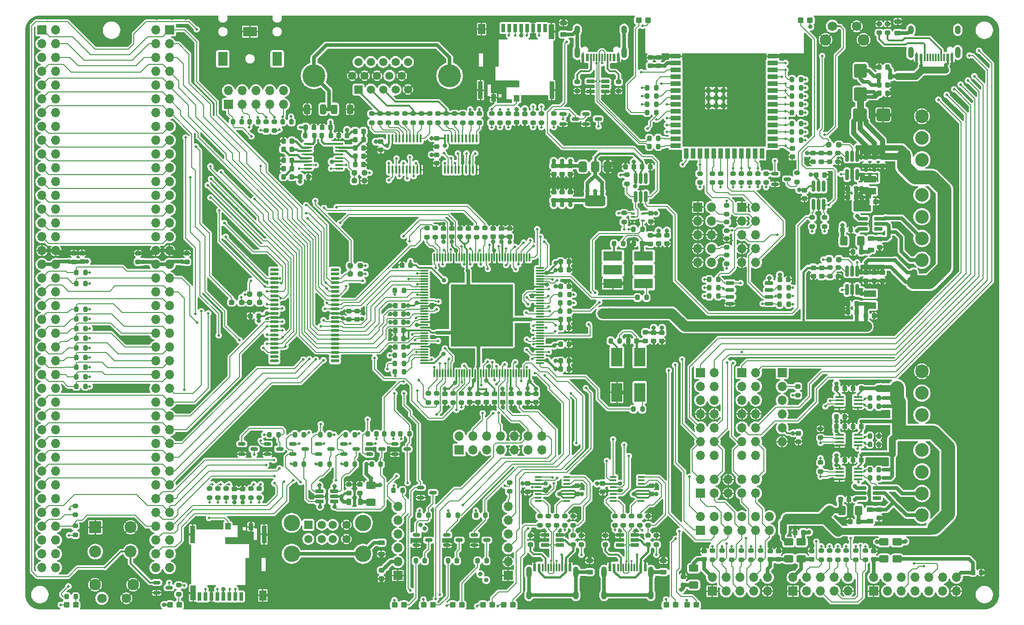
<source format=gbr>
%TF.GenerationSoftware,KiCad,Pcbnew,8.0.4*%
%TF.CreationDate,2024-07-29T15:07:11-07:00*%
%TF.ProjectId,PETER,50455445-522e-46b6-9963-61645f706362,0*%
%TF.SameCoordinates,Original*%
%TF.FileFunction,Copper,L1,Top*%
%TF.FilePolarity,Positive*%
%FSLAX46Y46*%
G04 Gerber Fmt 4.6, Leading zero omitted, Abs format (unit mm)*
G04 Created by KiCad (PCBNEW 8.0.4) date 2024-07-29 15:07:11*
%MOMM*%
%LPD*%
G01*
G04 APERTURE LIST*
G04 Aperture macros list*
%AMRoundRect*
0 Rectangle with rounded corners*
0 $1 Rounding radius*
0 $2 $3 $4 $5 $6 $7 $8 $9 X,Y pos of 4 corners*
0 Add a 4 corners polygon primitive as box body*
4,1,4,$2,$3,$4,$5,$6,$7,$8,$9,$2,$3,0*
0 Add four circle primitives for the rounded corners*
1,1,$1+$1,$2,$3*
1,1,$1+$1,$4,$5*
1,1,$1+$1,$6,$7*
1,1,$1+$1,$8,$9*
0 Add four rect primitives between the rounded corners*
20,1,$1+$1,$2,$3,$4,$5,0*
20,1,$1+$1,$4,$5,$6,$7,0*
20,1,$1+$1,$6,$7,$8,$9,0*
20,1,$1+$1,$8,$9,$2,$3,0*%
G04 Aperture macros list end*
%TA.AperFunction,SMDPad,CuDef*%
%ADD10RoundRect,0.200000X0.200000X0.275000X-0.200000X0.275000X-0.200000X-0.275000X0.200000X-0.275000X0*%
%TD*%
%TA.AperFunction,SMDPad,CuDef*%
%ADD11RoundRect,0.162500X-0.617500X-0.162500X0.617500X-0.162500X0.617500X0.162500X-0.617500X0.162500X0*%
%TD*%
%TA.AperFunction,SMDPad,CuDef*%
%ADD12RoundRect,0.150000X-0.512500X-0.150000X0.512500X-0.150000X0.512500X0.150000X-0.512500X0.150000X0*%
%TD*%
%TA.AperFunction,SMDPad,CuDef*%
%ADD13RoundRect,0.225000X-0.225000X-0.250000X0.225000X-0.250000X0.225000X0.250000X-0.225000X0.250000X0*%
%TD*%
%TA.AperFunction,SMDPad,CuDef*%
%ADD14RoundRect,0.200000X-0.275000X0.200000X-0.275000X-0.200000X0.275000X-0.200000X0.275000X0.200000X0*%
%TD*%
%TA.AperFunction,SMDPad,CuDef*%
%ADD15RoundRect,0.218750X0.218750X0.381250X-0.218750X0.381250X-0.218750X-0.381250X0.218750X-0.381250X0*%
%TD*%
%TA.AperFunction,ComponentPad*%
%ADD16R,1.700000X1.700000*%
%TD*%
%TA.AperFunction,ComponentPad*%
%ADD17O,1.700000X1.700000*%
%TD*%
%TA.AperFunction,SMDPad,CuDef*%
%ADD18R,0.600000X1.450000*%
%TD*%
%TA.AperFunction,SMDPad,CuDef*%
%ADD19R,0.300000X1.450000*%
%TD*%
%TA.AperFunction,ComponentPad*%
%ADD20O,1.000000X2.100000*%
%TD*%
%TA.AperFunction,ComponentPad*%
%ADD21O,1.000000X1.600000*%
%TD*%
%TA.AperFunction,SMDPad,CuDef*%
%ADD22RoundRect,0.200000X-0.200000X-0.275000X0.200000X-0.275000X0.200000X0.275000X-0.200000X0.275000X0*%
%TD*%
%TA.AperFunction,SMDPad,CuDef*%
%ADD23RoundRect,0.200000X0.275000X-0.200000X0.275000X0.200000X-0.275000X0.200000X-0.275000X-0.200000X0*%
%TD*%
%TA.AperFunction,SMDPad,CuDef*%
%ADD24RoundRect,0.250000X0.300000X0.250000X-0.300000X0.250000X-0.300000X-0.250000X0.300000X-0.250000X0*%
%TD*%
%TA.AperFunction,SMDPad,CuDef*%
%ADD25RoundRect,0.218750X-0.381250X0.218750X-0.381250X-0.218750X0.381250X-0.218750X0.381250X0.218750X0*%
%TD*%
%TA.AperFunction,SMDPad,CuDef*%
%ADD26RoundRect,0.225000X0.225000X0.250000X-0.225000X0.250000X-0.225000X-0.250000X0.225000X-0.250000X0*%
%TD*%
%TA.AperFunction,SMDPad,CuDef*%
%ADD27RoundRect,0.218750X0.381250X-0.218750X0.381250X0.218750X-0.381250X0.218750X-0.381250X-0.218750X0*%
%TD*%
%TA.AperFunction,ComponentPad*%
%ADD28R,2.200000X2.200000*%
%TD*%
%TA.AperFunction,ComponentPad*%
%ADD29C,2.200000*%
%TD*%
%TA.AperFunction,SMDPad,CuDef*%
%ADD30RoundRect,0.225000X-0.250000X0.225000X-0.250000X-0.225000X0.250000X-0.225000X0.250000X0.225000X0*%
%TD*%
%TA.AperFunction,SMDPad,CuDef*%
%ADD31R,2.220000X1.240000*%
%TD*%
%TA.AperFunction,SMDPad,CuDef*%
%ADD32R,1.200000X0.400000*%
%TD*%
%TA.AperFunction,SMDPad,CuDef*%
%ADD33RoundRect,0.225000X0.250000X-0.225000X0.250000X0.225000X-0.250000X0.225000X-0.250000X-0.225000X0*%
%TD*%
%TA.AperFunction,SMDPad,CuDef*%
%ADD34RoundRect,0.250000X0.625000X-0.400000X0.625000X0.400000X-0.625000X0.400000X-0.625000X-0.400000X0*%
%TD*%
%TA.AperFunction,SMDPad,CuDef*%
%ADD35R,3.500000X1.800000*%
%TD*%
%TA.AperFunction,ComponentPad*%
%ADD36C,1.750000*%
%TD*%
%TA.AperFunction,ComponentPad*%
%ADD37C,2.100000*%
%TD*%
%TA.AperFunction,ComponentPad*%
%ADD38R,2.500000X1.800000*%
%TD*%
%TA.AperFunction,ComponentPad*%
%ADD39R,1.800000X2.500000*%
%TD*%
%TA.AperFunction,SMDPad,CuDef*%
%ADD40RoundRect,0.162500X0.162500X-0.837500X0.162500X0.837500X-0.162500X0.837500X-0.162500X-0.837500X0*%
%TD*%
%TA.AperFunction,SMDPad,CuDef*%
%ADD41R,2.000000X3.500000*%
%TD*%
%TA.AperFunction,SMDPad,CuDef*%
%ADD42RoundRect,0.100000X0.100000X-0.637500X0.100000X0.637500X-0.100000X0.637500X-0.100000X-0.637500X0*%
%TD*%
%TA.AperFunction,SMDPad,CuDef*%
%ADD43RoundRect,0.250000X-0.400000X-0.625000X0.400000X-0.625000X0.400000X0.625000X-0.400000X0.625000X0*%
%TD*%
%TA.AperFunction,SMDPad,CuDef*%
%ADD44RoundRect,0.218750X-0.218750X-0.256250X0.218750X-0.256250X0.218750X0.256250X-0.218750X0.256250X0*%
%TD*%
%TA.AperFunction,ComponentPad*%
%ADD45R,1.500000X1.500000*%
%TD*%
%TA.AperFunction,ComponentPad*%
%ADD46C,1.500000*%
%TD*%
%TA.AperFunction,ComponentPad*%
%ADD47C,3.000000*%
%TD*%
%TA.AperFunction,SMDPad,CuDef*%
%ADD48R,1.600000X0.400000*%
%TD*%
%TA.AperFunction,SMDPad,CuDef*%
%ADD49RoundRect,0.237500X0.250000X0.237500X-0.250000X0.237500X-0.250000X-0.237500X0.250000X-0.237500X0*%
%TD*%
%TA.AperFunction,SMDPad,CuDef*%
%ADD50RoundRect,0.237500X-0.250000X-0.237500X0.250000X-0.237500X0.250000X0.237500X-0.250000X0.237500X0*%
%TD*%
%TA.AperFunction,SMDPad,CuDef*%
%ADD51RoundRect,0.218750X0.218750X0.256250X-0.218750X0.256250X-0.218750X-0.256250X0.218750X-0.256250X0*%
%TD*%
%TA.AperFunction,SMDPad,CuDef*%
%ADD52RoundRect,0.218750X0.256250X-0.218750X0.256250X0.218750X-0.256250X0.218750X-0.256250X-0.218750X0*%
%TD*%
%TA.AperFunction,SMDPad,CuDef*%
%ADD53RoundRect,0.250000X0.325000X0.650000X-0.325000X0.650000X-0.325000X-0.650000X0.325000X-0.650000X0*%
%TD*%
%TA.AperFunction,ComponentPad*%
%ADD54R,1.508000X1.508000*%
%TD*%
%TA.AperFunction,ComponentPad*%
%ADD55C,1.508000*%
%TD*%
%TA.AperFunction,ComponentPad*%
%ADD56C,4.216000*%
%TD*%
%TA.AperFunction,SMDPad,CuDef*%
%ADD57RoundRect,0.250000X-0.300000X-0.250000X0.300000X-0.250000X0.300000X0.250000X-0.300000X0.250000X0*%
%TD*%
%TA.AperFunction,SMDPad,CuDef*%
%ADD58RoundRect,0.250000X-0.625000X0.400000X-0.625000X-0.400000X0.625000X-0.400000X0.625000X0.400000X0*%
%TD*%
%TA.AperFunction,SMDPad,CuDef*%
%ADD59RoundRect,0.218750X-0.218750X-0.381250X0.218750X-0.381250X0.218750X0.381250X-0.218750X0.381250X0*%
%TD*%
%TA.AperFunction,SMDPad,CuDef*%
%ADD60RoundRect,0.250000X-1.000000X-0.900000X1.000000X-0.900000X1.000000X0.900000X-1.000000X0.900000X0*%
%TD*%
%TA.AperFunction,SMDPad,CuDef*%
%ADD61R,0.700000X1.500000*%
%TD*%
%TA.AperFunction,SMDPad,CuDef*%
%ADD62R,0.900000X1.330000*%
%TD*%
%TA.AperFunction,SMDPad,CuDef*%
%ADD63R,1.050000X1.180000*%
%TD*%
%TA.AperFunction,SMDPad,CuDef*%
%ADD64R,1.340000X1.830000*%
%TD*%
%TA.AperFunction,SMDPad,CuDef*%
%ADD65R,1.060000X2.800000*%
%TD*%
%TA.AperFunction,SMDPad,CuDef*%
%ADD66R,0.900000X3.330000*%
%TD*%
%TA.AperFunction,SMDPad,CuDef*%
%ADD67RoundRect,0.075000X0.075000X-0.662500X0.075000X0.662500X-0.075000X0.662500X-0.075000X-0.662500X0*%
%TD*%
%TA.AperFunction,SMDPad,CuDef*%
%ADD68RoundRect,0.075000X0.662500X-0.075000X0.662500X0.075000X-0.662500X0.075000X-0.662500X-0.075000X0*%
%TD*%
%TA.AperFunction,ComponentPad*%
%ADD69C,2.500000*%
%TD*%
%TA.AperFunction,SMDPad,CuDef*%
%ADD70R,1.900000X0.900000*%
%TD*%
%TA.AperFunction,SMDPad,CuDef*%
%ADD71R,0.900000X1.900000*%
%TD*%
%TA.AperFunction,SMDPad,CuDef*%
%ADD72R,0.900000X0.900000*%
%TD*%
%TA.AperFunction,SMDPad,CuDef*%
%ADD73RoundRect,0.100000X-0.225000X-0.100000X0.225000X-0.100000X0.225000X0.100000X-0.225000X0.100000X0*%
%TD*%
%TA.AperFunction,SMDPad,CuDef*%
%ADD74RoundRect,0.100000X-0.637500X-0.100000X0.637500X-0.100000X0.637500X0.100000X-0.637500X0.100000X0*%
%TD*%
%TA.AperFunction,SMDPad,CuDef*%
%ADD75RoundRect,0.250000X0.900000X-1.000000X0.900000X1.000000X-0.900000X1.000000X-0.900000X-1.000000X0*%
%TD*%
%TA.AperFunction,SMDPad,CuDef*%
%ADD76RoundRect,0.150000X-0.650000X-0.150000X0.650000X-0.150000X0.650000X0.150000X-0.650000X0.150000X0*%
%TD*%
%TA.AperFunction,SMDPad,CuDef*%
%ADD77RoundRect,0.375000X-0.375000X0.625000X-0.375000X-0.625000X0.375000X-0.625000X0.375000X0.625000X0*%
%TD*%
%TA.AperFunction,SMDPad,CuDef*%
%ADD78RoundRect,0.500000X-1.400000X0.500000X-1.400000X-0.500000X1.400000X-0.500000X1.400000X0.500000X0*%
%TD*%
%TA.AperFunction,SMDPad,CuDef*%
%ADD79RoundRect,0.137500X-0.625000X-0.137500X0.625000X-0.137500X0.625000X0.137500X-0.625000X0.137500X0*%
%TD*%
%TA.AperFunction,SMDPad,CuDef*%
%ADD80RoundRect,0.250000X-0.312500X-0.625000X0.312500X-0.625000X0.312500X0.625000X-0.312500X0.625000X0*%
%TD*%
%TA.AperFunction,ViaPad*%
%ADD81C,0.800000*%
%TD*%
%TA.AperFunction,ViaPad*%
%ADD82C,0.500000*%
%TD*%
%TA.AperFunction,ViaPad*%
%ADD83C,0.450000*%
%TD*%
%TA.AperFunction,ViaPad*%
%ADD84C,0.635000*%
%TD*%
%TA.AperFunction,Conductor*%
%ADD85C,0.152400*%
%TD*%
%TA.AperFunction,Conductor*%
%ADD86C,0.381000*%
%TD*%
%TA.AperFunction,Conductor*%
%ADD87C,0.635000*%
%TD*%
%TA.AperFunction,Conductor*%
%ADD88C,0.304800*%
%TD*%
%TA.AperFunction,Conductor*%
%ADD89C,0.127000*%
%TD*%
%TA.AperFunction,Conductor*%
%ADD90C,1.905000*%
%TD*%
%TA.AperFunction,Conductor*%
%ADD91C,1.016000*%
%TD*%
%TA.AperFunction,Conductor*%
%ADD92C,1.270000*%
%TD*%
%TA.AperFunction,Conductor*%
%ADD93C,0.889000*%
%TD*%
%TA.AperFunction,Conductor*%
%ADD94C,2.540000*%
%TD*%
%TA.AperFunction,Conductor*%
%ADD95C,0.508000*%
%TD*%
G04 APERTURE END LIST*
D10*
%TO.P,R808,1*%
%TO.N,+3.3V*%
X52944800Y-74549000D03*
%TO.P,R808,2*%
%TO.N,PS2_KEYB_DAT*%
X51294800Y-74549000D03*
%TD*%
D11*
%TO.P,D1201,1*%
%TO.N,/ESP32-S3/USB_OTG_DP*%
X101062800Y-9464000D03*
%TO.P,D1201,2*%
%TO.N,GND*%
X101062800Y-10414000D03*
%TO.P,D1201,3*%
X101062800Y-11364000D03*
%TO.P,D1201,4*%
X103762800Y-11364000D03*
%TO.P,D1201,5*%
%TO.N,unconnected-(D1201-Pad5)*%
X103762800Y-10414000D03*
%TO.P,D1201,6*%
%TO.N,/ESP32-S3/USB_OTG_DN*%
X103762800Y-9464000D03*
%TD*%
D12*
%TO.P,Q1202,1,B*%
%TO.N,Net-(Q1202-B)*%
X100195300Y-15433000D03*
%TO.P,Q1202,2,E*%
%TO.N,GND*%
X100195300Y-17333000D03*
%TO.P,Q1202,3,C*%
%TO.N,Net-(Q1202-C)*%
X102470300Y-16383000D03*
%TD*%
D13*
%TO.P,C909,1*%
%TO.N,+5V*%
X147484800Y-36830000D03*
%TO.P,C909,2*%
%TO.N,GND*%
X149034800Y-36830000D03*
%TD*%
D14*
%TO.P,R205,1*%
%TO.N,/Power Supply/FB_1V1*%
X146671300Y-43752000D03*
%TO.P,R205,2*%
%TO.N,GND*%
X146671300Y-45402000D03*
%TD*%
D15*
%TO.P,FB201,1*%
%TO.N,/Power Supply/VBUS_5V*%
X156307300Y-8509000D03*
%TO.P,FB201,2*%
%TO.N,Net-(D201-A)*%
X154182300Y-8509000D03*
%TD*%
D16*
%TO.P,J1102,1,Pin_1*%
%TO.N,unconnected-(J1102-Pin_1-Pad1)*%
X136346800Y-63144000D03*
D17*
%TO.P,J1102,2,Pin_2*%
%TO.N,/USER IO\u002C SPI\u002C I2C/RTC_SQW_INT_N*%
X136346800Y-65684000D03*
%TO.P,J1102,3,Pin_3*%
%TO.N,USER_I2C_SCL*%
X136346800Y-68224000D03*
%TO.P,J1102,4,Pin_4*%
%TO.N,USER_I2C_SDA*%
X136346800Y-70764000D03*
%TO.P,J1102,5,Pin_5*%
%TO.N,+3.3V*%
X136346800Y-73304000D03*
%TO.P,J1102,6,Pin_6*%
%TO.N,GND*%
X136346800Y-75844000D03*
%TD*%
D16*
%TO.P,J1108,1,Pin_1*%
%TO.N,RCBUS_UART1_TX*%
X76880800Y-77348000D03*
D17*
%TO.P,J1108,2,Pin_2*%
%TO.N,FPGA_UART1_TX*%
X76880800Y-74808000D03*
%TO.P,J1108,3,Pin_3*%
%TO.N,RCBUS_UART1_RX*%
X79420800Y-77348000D03*
%TO.P,J1108,4,Pin_4*%
%TO.N,FPGA_UART1_RX*%
X79420800Y-74808000D03*
%TO.P,J1108,5,Pin_5*%
%TO.N,RCBUS_UART2_TX*%
X81960800Y-77348000D03*
%TO.P,J1108,6,Pin_6*%
%TO.N,FPGA_UART2_TX*%
X81960800Y-74808000D03*
%TO.P,J1108,7,Pin_7*%
%TO.N,RCBUS_UART2_RX*%
X84500800Y-77348000D03*
%TO.P,J1108,8,Pin_8*%
%TO.N,FPGA_UART2_RX*%
X84500800Y-74808000D03*
%TO.P,J1108,9,Pin_9*%
%TO.N,GND*%
X87040800Y-77348000D03*
%TO.P,J1108,10,Pin_10*%
X87040800Y-74808000D03*
%TO.P,J1108,11,Pin_11*%
%TO.N,RCBUS_I2C_SCL*%
X89580800Y-77348000D03*
%TO.P,J1108,12,Pin_12*%
%TO.N,USER_I2C_SCL*%
X89580800Y-74808000D03*
%TO.P,J1108,13,Pin_13*%
%TO.N,RCBUS_I2C_SDA*%
X92120800Y-77348000D03*
%TO.P,J1108,14,Pin_14*%
%TO.N,USER_I2C_SDA*%
X92120800Y-74808000D03*
%TD*%
D18*
%TO.P,J1005,A1,GND*%
%TO.N,GND*%
X104623800Y-99002800D03*
%TO.P,J1005,A4,VBUS*%
%TO.N,/UART_FT230X/VBUS_UART2*%
X105423800Y-99002800D03*
D19*
%TO.P,J1005,A5,CC1*%
%TO.N,/UART_FT230X/UART2_CC1*%
X106623800Y-99002800D03*
%TO.P,J1005,A6,D+*%
%TO.N,/UART_FT230X/UART2_S_USB_D_P*%
X107623800Y-99002800D03*
%TO.P,J1005,A7,D-*%
%TO.N,/UART_FT230X/UART2_S_USB_D_N*%
X108123800Y-99002800D03*
%TO.P,J1005,A8,SBU1*%
%TO.N,unconnected-(J1005-SBU1-PadA8)*%
X109123800Y-99002800D03*
D18*
%TO.P,J1005,A9,VBUS*%
%TO.N,/UART_FT230X/VBUS_UART2*%
X110323800Y-99002800D03*
%TO.P,J1005,A12,GND*%
%TO.N,GND*%
X111123800Y-99002800D03*
%TO.P,J1005,B1,GND*%
X111123800Y-99002800D03*
%TO.P,J1005,B4,VBUS*%
%TO.N,/UART_FT230X/VBUS_UART2*%
X110323800Y-99002800D03*
D19*
%TO.P,J1005,B5,CC2*%
%TO.N,/UART_FT230X/UART2_CC2*%
X109623800Y-99002800D03*
%TO.P,J1005,B6,D+*%
%TO.N,/UART_FT230X/UART2_S_USB_D_P*%
X108623800Y-99002800D03*
%TO.P,J1005,B7,D-*%
%TO.N,/UART_FT230X/UART2_S_USB_D_N*%
X107123800Y-99002800D03*
%TO.P,J1005,B8,SBU2*%
%TO.N,unconnected-(J1005-SBU2-PadB8)*%
X106123800Y-99002800D03*
D18*
%TO.P,J1005,B9,VBUS*%
%TO.N,/UART_FT230X/VBUS_UART2*%
X105423800Y-99002800D03*
%TO.P,J1005,B12,GND*%
%TO.N,GND*%
X104623800Y-99002800D03*
D20*
%TO.P,J1005,S1,SHIELD*%
%TO.N,Net-(J1005-SHIELD)*%
X103553800Y-99917800D03*
D21*
X103553800Y-104097800D03*
D20*
X112193800Y-99917800D03*
D21*
X112193800Y-104097800D03*
%TD*%
D22*
%TO.P,R504,1*%
%TO.N,+3.3V*%
X66027800Y-74422000D03*
%TO.P,R504,2*%
%TO.N,CPU_RESET_N*%
X67677800Y-74422000D03*
%TD*%
D23*
%TO.P,R206,1*%
%TO.N,/Power Supply/PWR_CC2*%
X154228800Y-508000D03*
%TO.P,R206,2*%
%TO.N,GND*%
X154228800Y1142000D03*
%TD*%
%TO.P,R1010,1*%
%TO.N,/UART_FT230X/UART2_S_USB_D_P*%
X107111800Y-91249000D03*
%TO.P,R1010,2*%
%TO.N,/UART_FT230X/UART2_USB_D_P*%
X107111800Y-89599000D03*
%TD*%
D14*
%TO.P,R605,1*%
%TO.N,+3.3V*%
X107746800Y-26666000D03*
%TO.P,R605,2*%
%TO.N,/FPGA Config/PUSH_BTN_2V5_RESET_N*%
X107746800Y-28316000D03*
%TD*%
D22*
%TO.P,R601,1*%
%TO.N,+3.3V*%
X74917800Y-89408000D03*
%TO.P,R601,2*%
%TO.N,/FPGA Config/FPGA_STATUS*%
X76567800Y-89408000D03*
%TD*%
%TO.P,R904,1*%
%TO.N,/SNES Connectors/SNES2_5V_CLOCK*%
X152514800Y-81026000D03*
%TO.P,R904,2*%
%TO.N,+5V*%
X154164800Y-81026000D03*
%TD*%
%TO.P,R1114,1*%
%TO.N,ESP_USER_IO4*%
X138163800Y-17246600D03*
%TO.P,R1114,2*%
%TO.N,+3.3V*%
X139813800Y-17246600D03*
%TD*%
D16*
%TO.P,J1001,1,Pin_1*%
%TO.N,ESP_UART2_TX*%
X121330800Y-63114000D03*
D17*
%TO.P,J1001,2,Pin_2*%
%TO.N,ESP_UART2_RX*%
X123870800Y-63114000D03*
%TO.P,J1001,3,Pin_3*%
%TO.N,FPGA_UART2_RX*%
X121330800Y-65654000D03*
%TO.P,J1001,4,Pin_4*%
%TO.N,FPGA_UART2_TX*%
X123870800Y-65654000D03*
%TO.P,J1001,5,Pin_5*%
%TO.N,/UART_FT230X/FT230X_UART2_TX*%
X121330800Y-68194000D03*
%TO.P,J1001,6,Pin_6*%
%TO.N,/UART_FT230X/FT230X_UART2_RX*%
X123870800Y-68194000D03*
%TO.P,J1001,7,Pin_7*%
%TO.N,GND*%
X121330800Y-70734000D03*
%TO.P,J1001,8,Pin_8*%
X123870800Y-70734000D03*
%TO.P,J1001,9,Pin_9*%
%TO.N,ESP_UART2_RTS*%
X121330800Y-73274000D03*
%TO.P,J1001,10,Pin_10*%
%TO.N,ESP_UART2_CTS*%
X123870800Y-73274000D03*
%TO.P,J1001,11,Pin_11*%
%TO.N,FPGA_GPIO0*%
X121330800Y-75814000D03*
%TO.P,J1001,12,Pin_12*%
%TO.N,FPGA_GPIO1*%
X123870800Y-75814000D03*
%TO.P,J1001,13,Pin_13*%
%TO.N,/UART_FT230X/FT230X_UART2_RTS*%
X121330800Y-78354000D03*
%TO.P,J1001,14,Pin_14*%
%TO.N,/UART_FT230X/FT230X_UART2_CTS*%
X123870800Y-78354000D03*
%TD*%
D16*
%TO.P,J303,1,Pin_1*%
%TO.N,CPU_DREQ1_N*%
X34345800Y-13721000D03*
D17*
%TO.P,J303,2,Pin_2*%
%TO.N,/RCBUS Connectors/RCBUS_DREQ1_N*%
X34345800Y-11181000D03*
%TO.P,J303,3,Pin_3*%
%TO.N,CPU_TEND1_N*%
X36885800Y-13721000D03*
%TO.P,J303,4,Pin_4*%
%TO.N,/RCBUS Connectors/RCBUS_TEND1_N*%
X36885800Y-11181000D03*
%TO.P,J303,5,Pin_5*%
%TO.N,MEM_WE_N*%
X39425800Y-13721000D03*
%TO.P,J303,6,Pin_6*%
%TO.N,/RCBUS Connectors/RCBUS_MEM_WE_N*%
X39425800Y-11181000D03*
%TO.P,J303,7,Pin_7*%
%TO.N,MEM_CE_N*%
X41965800Y-13721000D03*
%TO.P,J303,8,Pin_8*%
%TO.N,/RCBUS Connectors/RCBUS_MEM_CE_N*%
X41965800Y-11181000D03*
%TO.P,J303,9,Pin_9*%
%TO.N,MEM_OE_N*%
X44505800Y-13721000D03*
%TO.P,J303,10,Pin_10*%
%TO.N,/RCBUS Connectors/RCBUS_MEM_OE_N*%
X44505800Y-11181000D03*
%TD*%
D23*
%TO.P,R1119,1*%
%TO.N,GPIO1*%
X127050800Y-97594040D03*
%TO.P,R1119,2*%
%TO.N,+3.3V*%
X127050800Y-95944040D03*
%TD*%
D24*
%TO.P,D601,1*%
%TO.N,Net-(D601-Pad1)*%
X72020800Y-105918000D03*
%TO.P,D601,2*%
%TO.N,+3.3V*%
X70320800Y-105918000D03*
%TD*%
D10*
%TO.P,R606,1*%
%TO.N,+3.3V*%
X97141800Y-48768000D03*
%TO.P,R606,2*%
%TO.N,Net-(U201G-CFG_1)*%
X95491800Y-48768000D03*
%TD*%
%TO.P,R510,1*%
%TO.N,/FPGA IO/VCC_OSC2*%
X106412800Y-57277000D03*
%TO.P,R510,2*%
%TO.N,/FPGA IO/OSC2_EN*%
X104762800Y-57277000D03*
%TD*%
D22*
%TO.P,R803,1*%
%TO.N,+5V*%
X46596800Y-80010000D03*
%TO.P,R803,2*%
%TO.N,/PS2 & Audio/PS2_MOUSE_DAT_USB_D_N*%
X48246800Y-80010000D03*
%TD*%
D13*
%TO.P,C205,1*%
%TO.N,+1V1*%
X95541800Y-60960000D03*
%TO.P,C205,2*%
%TO.N,GND*%
X97091800Y-60960000D03*
%TD*%
D23*
%TO.P,R211,1*%
%TO.N,+3.3V*%
X144195800Y-36181800D03*
%TO.P,R211,2*%
%TO.N,/Power Supply/PWR_RESET_N*%
X144195800Y-34531800D03*
%TD*%
D12*
%TO.P,Q804,1,G*%
%TO.N,+3.3V*%
X50919300Y-76266000D03*
%TO.P,Q804,2,S*%
%TO.N,PS2_KEYB_DAT*%
X50919300Y-78166000D03*
%TO.P,Q804,3,D*%
%TO.N,/PS2 & Audio/PS2_KEYB_DAT_USB_D_N*%
X53194300Y-77216000D03*
%TD*%
D23*
%TO.P,R1201,1*%
%TO.N,+3.3V*%
X84378800Y-17081000D03*
%TO.P,R1201,2*%
%TO.N,/ESP32-S3/ESP_SD_SPI_CS_N*%
X84378800Y-15431000D03*
%TD*%
D12*
%TO.P,Q601,1,B*%
%TO.N,/FPGA Config/FPGA_STATUS*%
X74605300Y-93030000D03*
%TO.P,Q601,2,E*%
%TO.N,GND*%
X74605300Y-94930000D03*
%TO.P,Q601,3,C*%
%TO.N,Net-(Q601-C)*%
X76880300Y-93980000D03*
%TD*%
D22*
%TO.P,R608,1*%
%TO.N,+3.3V*%
X69520800Y-89407500D03*
%TO.P,R608,2*%
%TO.N,Net-(Q603-B)*%
X71170800Y-89407500D03*
%TD*%
D25*
%TO.P,FB1201,1*%
%TO.N,GND*%
X96062800Y1316500D03*
%TO.P,FB1201,2*%
%TO.N,Net-(J1202-SHIELD)*%
X96062800Y-808500D03*
%TD*%
D26*
%TO.P,C804,1*%
%TO.N,/PS2 & Audio/AUDIO_AVDD*%
X59245800Y-20193000D03*
%TO.P,C804,2*%
%TO.N,GND*%
X57695800Y-20193000D03*
%TD*%
D27*
%TO.P,FB901,1*%
%TO.N,Net-(C904-Pad1)*%
X152577800Y-90470500D03*
%TO.P,FB901,2*%
%TO.N,/SNES Connectors/5V_SNES1*%
X152577800Y-88345500D03*
%TD*%
D23*
%TO.P,R1007,1*%
%TO.N,Net-(D1005-Pad1)*%
X110159800Y-91249000D03*
%TO.P,R1007,2*%
%TO.N,/UART_FT230X/UART2_RX_LED*%
X110159800Y-89599000D03*
%TD*%
D26*
%TO.P,C215,1*%
%TO.N,+2V5*%
X66611800Y-55372000D03*
%TO.P,C215,2*%
%TO.N,GND*%
X65061800Y-55372000D03*
%TD*%
D14*
%TO.P,R202,1*%
%TO.N,/Power Supply/FB_3V3*%
X146645900Y-22644600D03*
%TO.P,R202,2*%
%TO.N,GND*%
X146645900Y-24294600D03*
%TD*%
D28*
%TO.P,S601,1*%
%TO.N,GND*%
X9829800Y-91603000D03*
D29*
%TO.P,S601,2*%
X16329800Y-91603000D03*
%TO.P,S601,3*%
%TO.N,unconnected-(S601-Pad3)*%
X9829800Y-96103000D03*
%TO.P,S601,4*%
%TO.N,SYS_RESET_N*%
X16329800Y-96103000D03*
%TD*%
D23*
%TO.P,R517,1*%
%TO.N,USER_SPI_CLK*%
X87934800Y-68643000D03*
%TO.P,R517,2*%
%TO.N,/FPGA IO/USER_SPI_CLK_S*%
X87934800Y-66993000D03*
%TD*%
D30*
%TO.P,C236,1*%
%TO.N,+3.3V*%
X94284800Y-25006000D03*
%TO.P,C236,2*%
%TO.N,GND*%
X94284800Y-26556000D03*
%TD*%
D31*
%TO.P,L202,1*%
%TO.N,/Power Supply/SW_1V1*%
X152513300Y-48567000D03*
%TO.P,L202,2*%
%TO.N,+1V1*%
X152513300Y-50747000D03*
%TD*%
D30*
%TO.P,C203,1*%
%TO.N,+1V1*%
X83362800Y-67043000D03*
%TO.P,C203,2*%
%TO.N,GND*%
X83362800Y-68593000D03*
%TD*%
D13*
%TO.P,C912,1*%
%TO.N,+3.3V*%
X146341800Y-66040000D03*
%TO.P,C912,2*%
%TO.N,GND*%
X147891800Y-66040000D03*
%TD*%
D14*
%TO.P,R1207,1*%
%TO.N,/ESP32-S3/ESP_CC1*%
X106222800Y-9589000D03*
%TO.P,R1207,2*%
%TO.N,GND*%
X106222800Y-11239000D03*
%TD*%
D30*
%TO.P,C706,1*%
%TO.N,+3.3V*%
X115112800Y-37833000D03*
%TO.P,C706,2*%
%TO.N,GND*%
X115112800Y-39383000D03*
%TD*%
D22*
%TO.P,R317,1*%
%TO.N,CPU_TEND1_N*%
X38214800Y-16954000D03*
%TO.P,R317,2*%
%TO.N,+3.3V*%
X39864800Y-16954000D03*
%TD*%
D32*
%TO.P,U1002,1,TXD*%
%TO.N,/UART_FT230X/FT230X_UART2_TX*%
X105223000Y-82359500D03*
%TO.P,U1002,2,RTS#*%
%TO.N,/UART_FT230X/FT230X_UART2_RTS*%
X105223000Y-82994500D03*
%TO.P,U1002,3,VCCIO*%
%TO.N,+3.3V*%
X105223000Y-83629500D03*
%TO.P,U1002,4,RXD*%
%TO.N,/UART_FT230X/FT230X_UART2_RX*%
X105223000Y-84264500D03*
%TO.P,U1002,5,GND*%
%TO.N,GND*%
X105223000Y-84899500D03*
%TO.P,U1002,6,CTS#*%
%TO.N,/UART_FT230X/FT230X_UART2_CTS*%
X105223000Y-85534500D03*
%TO.P,U1002,7,CBUS2*%
%TO.N,/UART_FT230X/UART2_TX_LED*%
X105223000Y-86169500D03*
%TO.P,U1002,8,USBDP*%
%TO.N,/UART_FT230X/UART2_USB_D_P*%
X105223000Y-86804500D03*
%TO.P,U1002,9,USBDM*%
%TO.N,/UART_FT230X/UART2_USB_D_N*%
X110423000Y-86804500D03*
%TO.P,U1002,10,3V3OUT*%
%TO.N,+3.3V*%
X110423000Y-86169500D03*
%TO.P,U1002,11,RESET#*%
X110423000Y-85534500D03*
%TO.P,U1002,12,VCC*%
X110423000Y-84899500D03*
%TO.P,U1002,13,GND*%
%TO.N,GND*%
X110423000Y-84264500D03*
%TO.P,U1002,14,CBUS1*%
%TO.N,/UART_FT230X/UART2_RX_LED*%
X110423000Y-83629500D03*
%TO.P,U1002,15,CBUS0*%
%TO.N,unconnected-(U1002-CBUS0-Pad15)*%
X110423000Y-82994500D03*
%TO.P,U1002,16,CBUS3*%
%TO.N,/UART_FT230X/VBUS_SENSE_UART2*%
X110423000Y-82359500D03*
%TD*%
D33*
%TO.P,C801,1*%
%TO.N,/PS2 & Audio/PWR_5V_PS2*%
X56565800Y-85303750D03*
%TO.P,C801,2*%
%TO.N,GND*%
X56565800Y-83753750D03*
%TD*%
D23*
%TO.P,R711,1*%
%TO.N,/RGB VGA/VB1*%
X74472800Y-17081000D03*
%TO.P,R711,2*%
%TO.N,/RGB VGA/VGA_BLU*%
X74472800Y-15431000D03*
%TD*%
D34*
%TO.P,F1103,1*%
%TO.N,/USER IO\u002C SPI\u002C I2C/3V3_IO2*%
X139877800Y-97435000D03*
%TO.P,F1103,2*%
%TO.N,+3.3V*%
X139877800Y-94335000D03*
%TD*%
D23*
%TO.P,R712,1*%
%TO.N,/RGB VGA/VB2*%
X75996800Y-17081000D03*
%TO.P,R712,2*%
%TO.N,/RGB VGA/VGA_BLU*%
X75996800Y-15431000D03*
%TD*%
D22*
%TO.P,R316,1*%
%TO.N,MEM_OE_N*%
X44310800Y-16954000D03*
%TO.P,R316,2*%
%TO.N,+3.3V*%
X45960800Y-16954000D03*
%TD*%
%TO.P,R302,1*%
%TO.N,/RCBUS Connectors/CPU_RFSH_N*%
X6337800Y-46736000D03*
%TO.P,R302,2*%
%TO.N,+3.3V*%
X7987800Y-46736000D03*
%TD*%
%TO.P,R903,1*%
%TO.N,/SNES Connectors/SNES1_5V_LATCH*%
X152514800Y-76327000D03*
%TO.P,R903,2*%
%TO.N,GND*%
X154164800Y-76327000D03*
%TD*%
D23*
%TO.P,R1123,1*%
%TO.N,FPGA_GPIO4*%
X128828800Y-97599000D03*
%TO.P,R1123,2*%
%TO.N,+3.3V*%
X128828800Y-95949000D03*
%TD*%
D26*
%TO.P,C401,1*%
%TO.N,+3.3V*%
X39928800Y-52705000D03*
%TO.P,C401,2*%
%TO.N,GND*%
X38378800Y-52705000D03*
%TD*%
D30*
%TO.P,C504,1*%
%TO.N,+3.3V*%
X90982800Y-67043000D03*
%TO.P,C504,2*%
%TO.N,GND*%
X90982800Y-68593000D03*
%TD*%
D23*
%TO.P,R1204,1*%
%TO.N,+3.3V*%
X91998800Y-17081000D03*
%TO.P,R1204,2*%
%TO.N,/ESP32-S3/ESP_SD_SPI_MISO*%
X91998800Y-15431000D03*
%TD*%
D13*
%TO.P,C812,1*%
%TO.N,/PS2 & Audio/VMID_CAP*%
X57695800Y-23241000D03*
%TO.P,C812,2*%
%TO.N,GND*%
X59245800Y-23241000D03*
%TD*%
D22*
%TO.P,R604,1*%
%TO.N,Net-(D602-Pad1)*%
X80251800Y-97790000D03*
%TO.P,R604,2*%
%TO.N,Net-(Q602-C)*%
X81901800Y-97790000D03*
%TD*%
%TO.P,R807,1*%
%TO.N,+5V*%
X51295800Y-80010000D03*
%TO.P,R807,2*%
%TO.N,/PS2 & Audio/PS2_KEYB_DAT_USB_D_N*%
X52945800Y-80010000D03*
%TD*%
D16*
%TO.P,J1004,1,Pin_1*%
%TO.N,ESP_UART1_TX*%
X128955800Y-63114000D03*
D17*
%TO.P,J1004,2,Pin_2*%
%TO.N,ESP_UART1_RX*%
X131495800Y-63114000D03*
%TO.P,J1004,3,Pin_3*%
%TO.N,FPGA_UART1_RX*%
X128955800Y-65654000D03*
%TO.P,J1004,4,Pin_4*%
%TO.N,FPGA_UART1_TX*%
X131495800Y-65654000D03*
%TO.P,J1004,5,Pin_5*%
%TO.N,/UART_FT230X/FT230X_UART1_TX*%
X128955800Y-68194000D03*
%TO.P,J1004,6,Pin_6*%
%TO.N,/UART_FT230X/FT230X_UART1_RX*%
X131495800Y-68194000D03*
%TO.P,J1004,7,Pin_7*%
%TO.N,GND*%
X128955800Y-70734000D03*
%TO.P,J1004,8,Pin_8*%
X131495800Y-70734000D03*
%TO.P,J1004,9,Pin_9*%
%TO.N,ESP_UART1_RTS*%
X128955800Y-73274000D03*
%TO.P,J1004,10,Pin_10*%
%TO.N,ESP_UART1_CTS*%
X131495800Y-73274000D03*
%TO.P,J1004,11,Pin_11*%
%TO.N,FPGA_GPIO2*%
X128955800Y-75814000D03*
%TO.P,J1004,12,Pin_12*%
%TO.N,FPGA_GPIO3*%
X131495800Y-75814000D03*
%TO.P,J1004,13,Pin_13*%
%TO.N,/UART_FT230X/FT230X_UART1_RTS*%
X128955800Y-78354000D03*
%TO.P,J1004,14,Pin_14*%
%TO.N,/UART_FT230X/FT230X_UART1_CTS*%
X131495800Y-78354000D03*
%TD*%
D23*
%TO.P,R1222,1*%
%TO.N,+3.3V*%
X94284800Y-17081000D03*
%TO.P,R1222,2*%
%TO.N,Net-(Q1202-B)*%
X94284800Y-15431000D03*
%TD*%
D13*
%TO.P,C708,1*%
%TO.N,+3.3V*%
X95541800Y-42672000D03*
%TO.P,C708,2*%
%TO.N,GND*%
X97091800Y-42672000D03*
%TD*%
D24*
%TO.P,D603,1*%
%TO.N,Net-(D603-Pad1)*%
X66686800Y-105918000D03*
%TO.P,D603,2*%
%TO.N,+3.3V*%
X64986800Y-105918000D03*
%TD*%
%TO.P,D1005,1*%
%TO.N,Net-(D1005-Pad1)*%
X120534800Y-105918000D03*
%TO.P,D1005,2*%
%TO.N,+3.3V*%
X118834800Y-105918000D03*
%TD*%
D30*
%TO.P,C225,1*%
%TO.N,+3.3V*%
X143597900Y-22694600D03*
%TO.P,C225,2*%
%TO.N,/Power Supply/FB_3V3*%
X143597900Y-24244600D03*
%TD*%
D23*
%TO.P,R908,1*%
%TO.N,SNES_LATCH*%
X143433800Y-75120000D03*
%TO.P,R908,2*%
%TO.N,GND*%
X143433800Y-73470000D03*
%TD*%
D30*
%TO.P,C604,1*%
%TO.N,+3.3V*%
X112191800Y-33769000D03*
%TO.P,C604,2*%
%TO.N,GND*%
X112191800Y-35319000D03*
%TD*%
D35*
%TO.P,X701,1,E/D*%
%TO.N,/RGB VGA/OSC1_EN*%
X105150800Y-41669000D03*
%TO.P,X701,2,NC*%
%TO.N,unconnected-(X701-NC-Pad2)*%
X105150800Y-44209000D03*
%TO.P,X701,3,GND*%
%TO.N,GND*%
X105150800Y-46749000D03*
%TO.P,X701,4,OUT*%
%TO.N,Net-(X701-OUT)*%
X110850800Y-46749000D03*
%TO.P,X701,5,~{OUT_2}*%
%TO.N,unconnected-(X701-~{OUT_2}-Pad5)*%
X110850800Y-44209000D03*
%TO.P,X701,6,VDD*%
%TO.N,/RGB VGA/VCC_OSC1*%
X110850800Y-41669000D03*
%TD*%
D30*
%TO.P,C230,1*%
%TO.N,+5V*%
X153275300Y-44665600D03*
%TO.P,C230,2*%
%TO.N,GND*%
X153275300Y-46215600D03*
%TD*%
D13*
%TO.P,C228,1*%
%TO.N,+5V*%
X154215800Y-11684000D03*
%TO.P,C228,2*%
%TO.N,GND*%
X155765800Y-11684000D03*
%TD*%
D26*
%TO.P,C202,1*%
%TO.N,+1V1*%
X66611800Y-53848000D03*
%TO.P,C202,2*%
%TO.N,GND*%
X65061800Y-53848000D03*
%TD*%
%TO.P,C226,1*%
%TO.N,/Power Supply/VBUS_5V*%
X155765800Y-6858000D03*
%TO.P,C226,2*%
%TO.N,GND*%
X154215800Y-6858000D03*
%TD*%
D22*
%TO.P,R303,1*%
%TO.N,CPU_BUSREQ_N*%
X6337800Y-56769000D03*
%TO.P,R303,2*%
%TO.N,+3.3V*%
X7987800Y-56769000D03*
%TD*%
D36*
%TO.P,S201,1*%
%TO.N,GND*%
X15544800Y-104698800D03*
%TO.P,S201,2*%
%TO.N,/Power Supply/PWR_RESET_N*%
X11044800Y-104698800D03*
D37*
%TO.P,S201,SH1*%
%TO.N,GND*%
X16794800Y-102208800D03*
%TO.P,S201,SH2*%
X9784800Y-102208800D03*
%TD*%
D13*
%TO.P,C206,1*%
%TO.N,+1V1*%
X95541800Y-47244000D03*
%TO.P,C206,2*%
%TO.N,GND*%
X97091800Y-47244000D03*
%TD*%
D14*
%TO.P,R519,1*%
%TO.N,CPU_CLOCK_PHI*%
X81584800Y-36513000D03*
%TO.P,R519,2*%
%TO.N,/FPGA IO/FPGA_CLOCK_PHI*%
X81584800Y-38163000D03*
%TD*%
D13*
%TO.P,C245,1*%
%TO.N,+1V1*%
X151752000Y-52679600D03*
%TO.P,C245,2*%
%TO.N,GND*%
X153302000Y-52679600D03*
%TD*%
D22*
%TO.P,R603,1*%
%TO.N,+3.3V*%
X79997800Y-89408000D03*
%TO.P,R603,2*%
%TO.N,FPGA_CDONE*%
X81647800Y-89408000D03*
%TD*%
D31*
%TO.P,L201,1*%
%TO.N,/Power Supply/SW_3V3*%
X152513300Y-27510400D03*
%TO.P,L201,2*%
%TO.N,+3.3V*%
X152513300Y-29690400D03*
%TD*%
D22*
%TO.P,R307,1*%
%TO.N,CPU_NMI_N*%
X6337800Y-63881000D03*
%TO.P,R307,2*%
%TO.N,+3.3V*%
X7987800Y-63881000D03*
%TD*%
D12*
%TO.P,Q803,1,G*%
%TO.N,+3.3V*%
X60317300Y-76266000D03*
%TO.P,Q803,2,S*%
%TO.N,PS2_KEYB_CLK*%
X60317300Y-78166000D03*
%TO.P,Q803,3,D*%
%TO.N,/PS2 & Audio/PS2_KEYB_CLK_USB_D_P*%
X62592300Y-77216000D03*
%TD*%
D38*
%TO.P,CON801,1,S*%
%TO.N,GND*%
X38328600Y-306400D03*
D39*
%TO.P,CON801,2,T*%
%TO.N,/PS2 & Audio/AUDIO_LEFT*%
X33328600Y-5306400D03*
%TO.P,CON801,3,R*%
%TO.N,/PS2 & Audio/AUDIO_RIGHT*%
X43328600Y-5306400D03*
%TD*%
D13*
%TO.P,C605,1*%
%TO.N,+3.3V*%
X135927800Y-45974000D03*
%TO.P,C605,2*%
%TO.N,GND*%
X137477800Y-45974000D03*
%TD*%
D22*
%TO.P,R523,1*%
%TO.N,CPU_WR_N*%
X65011800Y-62992000D03*
%TO.P,R523,2*%
%TO.N,/FPGA IO/FPGA_WR_N*%
X66661800Y-62992000D03*
%TD*%
D34*
%TO.P,F801,1*%
%TO.N,Net-(C802-Pad1)*%
X60629800Y-86993750D03*
%TO.P,F801,2*%
%TO.N,+5V*%
X60629800Y-83893750D03*
%TD*%
D13*
%TO.P,C601,1*%
%TO.N,+3.3V*%
X95541800Y-57912000D03*
%TO.P,C601,2*%
%TO.N,GND*%
X97091800Y-57912000D03*
%TD*%
D10*
%TO.P,R809,1*%
%TO.N,/PS2 & Audio/AUDIO_S_L*%
X50151800Y-19431000D03*
%TO.P,R809,2*%
%TO.N,/PS2 & Audio/AUDIO_LEFT*%
X48501800Y-19431000D03*
%TD*%
D26*
%TO.P,C806,1*%
%TO.N,/PS2 & Audio/AUDIO_RIGHT*%
X53149800Y-17907000D03*
%TO.P,C806,2*%
%TO.N,GND*%
X51599800Y-17907000D03*
%TD*%
D33*
%TO.P,C201,1*%
%TO.N,+1V1*%
X84632800Y-38113000D03*
%TO.P,C201,2*%
%TO.N,GND*%
X84632800Y-36563000D03*
%TD*%
D22*
%TO.P,R613,1*%
%TO.N,+3.3V*%
X122923800Y-47498000D03*
%TO.P,R613,2*%
%TO.N,FPGA_SPI_MISO*%
X124573800Y-47498000D03*
%TD*%
D12*
%TO.P,Q603,1,B*%
%TO.N,Net-(Q603-B)*%
X68954300Y-93030000D03*
%TO.P,Q603,2,E*%
%TO.N,GND*%
X68954300Y-94930000D03*
%TO.P,Q603,3,C*%
%TO.N,Net-(Q603-C)*%
X71229300Y-93980000D03*
%TD*%
D22*
%TO.P,R312,1*%
%TO.N,CPU_RD_N*%
X6337800Y-62103000D03*
%TO.P,R312,2*%
%TO.N,+3.3V*%
X7987800Y-62103000D03*
%TD*%
%TO.P,R1219,1*%
%TO.N,ESP_UART1_CTS*%
X138163800Y-9118600D03*
%TO.P,R1219,2*%
%TO.N,+3.3V*%
X139813800Y-9118600D03*
%TD*%
D23*
%TO.P,R311,1*%
%TO.N,CPU_INT1_N*%
X6146800Y-89344000D03*
%TO.P,R311,2*%
%TO.N,+3.3V*%
X6146800Y-87694000D03*
%TD*%
D33*
%TO.P,C304,1*%
%TO.N,+3.3V*%
X5892800Y-42698000D03*
%TO.P,C304,2*%
%TO.N,GND*%
X5892800Y-41148000D03*
%TD*%
D23*
%TO.P,R1002,1*%
%TO.N,Net-(D1003-Pad1)*%
X91744800Y-91249000D03*
%TO.P,R1002,2*%
%TO.N,/UART_FT230X/UART1_TX_LED*%
X91744800Y-89599000D03*
%TD*%
D22*
%TO.P,R906,1*%
%TO.N,/SNES Connectors/SNES2_5V_LATCH*%
X152514800Y-74803000D03*
%TO.P,R906,2*%
%TO.N,GND*%
X154164800Y-74803000D03*
%TD*%
D13*
%TO.P,C244,1*%
%TO.N,+3.3V*%
X152056800Y-31623000D03*
%TO.P,C244,2*%
%TO.N,GND*%
X153606800Y-31623000D03*
%TD*%
D23*
%TO.P,R715,1*%
%TO.N,/RGB VGA/VHS*%
X80568800Y-17081000D03*
%TO.P,R715,2*%
%TO.N,/RGB VGA/VGA_HSYNC*%
X80568800Y-15431000D03*
%TD*%
D10*
%TO.P,R1213,1*%
%TO.N,/ESP32-S3/ESP_SD_SPI_CLK_S*%
X113143800Y-13690600D03*
%TO.P,R1213,2*%
%TO.N,/ESP32-S3/ESP_SD_SPI_CLK*%
X111493800Y-13690600D03*
%TD*%
D23*
%TO.P,R1105,1*%
%TO.N,USER_SPI_CLK*%
X146608800Y-97599000D03*
%TO.P,R1105,2*%
%TO.N,+3.3V*%
X146608800Y-95949000D03*
%TD*%
D30*
%TO.P,C214,1*%
%TO.N,+2V5*%
X80314800Y-67043000D03*
%TO.P,C214,2*%
%TO.N,GND*%
X80314800Y-68593000D03*
%TD*%
D13*
%TO.P,C1106,1*%
%TO.N,/USER IO\u002C SPI\u002C I2C/3V3_IO4*%
X171487800Y-99949000D03*
%TO.P,C1106,2*%
%TO.N,GND*%
X173037800Y-99949000D03*
%TD*%
D22*
%TO.P,R610,1*%
%TO.N,+3.3V*%
X122923800Y-45974000D03*
%TO.P,R610,2*%
%TO.N,FPGA_SPI_CS_N*%
X124573800Y-45974000D03*
%TD*%
D30*
%TO.P,C1003,1*%
%TO.N,+3.3V*%
X103301800Y-83553000D03*
%TO.P,C1003,2*%
%TO.N,GND*%
X103301800Y-85103000D03*
%TD*%
%TO.P,C221,1*%
%TO.N,+5V*%
X151776700Y-23456600D03*
%TO.P,C221,2*%
%TO.N,GND*%
X151776700Y-25006600D03*
%TD*%
D40*
%TO.P,U203,1,EN*%
%TO.N,+5V*%
X148312100Y-47811000D03*
%TO.P,U203,2,GND*%
%TO.N,GND*%
X149262100Y-47811000D03*
%TO.P,U203,3,SW*%
%TO.N,/Power Supply/SW_1V1*%
X150212100Y-47811000D03*
%TO.P,U203,4,VIN*%
%TO.N,+5V*%
X150212100Y-44391000D03*
%TO.P,U203,5,PG*%
%TO.N,/Power Supply/PG_1V1*%
X149262100Y-44391000D03*
%TO.P,U203,6,FB*%
%TO.N,/Power Supply/FB_1V1*%
X148312100Y-44391000D03*
%TD*%
D12*
%TO.P,Q201,1,B*%
%TO.N,SYS_RESET_N*%
X21138300Y-101793000D03*
%TO.P,Q201,2,E*%
%TO.N,GND*%
X21138300Y-103693000D03*
%TO.P,Q201,3,C*%
%TO.N,Net-(Q201-C)*%
X23413300Y-102743000D03*
%TD*%
D23*
%TO.P,R1017,1*%
%TO.N,/UART_FT230X/VBUS_UART1*%
X97840800Y-94805000D03*
%TO.P,R1017,2*%
%TO.N,/UART_FT230X/VBUS_SENSE_UART1*%
X97840800Y-93155000D03*
%TD*%
D41*
%TO.P,X501,1,Tri-State*%
%TO.N,/FPGA IO/OSC2_EN*%
X105900800Y-60250000D03*
%TO.P,X501,2,GND*%
%TO.N,GND*%
X105900800Y-66750000D03*
%TO.P,X501,3,OUT*%
%TO.N,Net-(X501-OUT)*%
X110100800Y-66750000D03*
%TO.P,X501,4,VDD*%
%TO.N,/FPGA IO/VCC_OSC2*%
X110100800Y-60250000D03*
%TD*%
D42*
%TO.P,U702,1,DIR*%
%TO.N,+3.3V*%
X74214800Y-25722500D03*
%TO.P,U702,2,A1*%
%TO.N,RGB_BLUE0*%
X74864800Y-25722500D03*
%TO.P,U702,3,A2*%
%TO.N,RGB_BLUE1*%
X75514800Y-25722500D03*
%TO.P,U702,4,A3*%
%TO.N,RGB_BLUE2*%
X76164800Y-25722500D03*
%TO.P,U702,5,A4*%
%TO.N,RGB_BLUE3*%
X76814800Y-25722500D03*
%TO.P,U702,6,A5*%
%TO.N,GND*%
X77464800Y-25722500D03*
%TO.P,U702,7,A6*%
%TO.N,RGB_VSYNC*%
X78114800Y-25722500D03*
%TO.P,U702,8,A7*%
%TO.N,GND*%
X78764800Y-25722500D03*
%TO.P,U702,9,A8*%
%TO.N,RGB_HSYNC*%
X79414800Y-25722500D03*
%TO.P,U702,10,GND*%
%TO.N,GND*%
X80064800Y-25722500D03*
%TO.P,U702,11,B8*%
%TO.N,/RGB VGA/VHS*%
X80064800Y-19997500D03*
%TO.P,U702,12,B7*%
%TO.N,unconnected-(U702-B7-Pad12)*%
X79414800Y-19997500D03*
%TO.P,U702,13,B6*%
%TO.N,/RGB VGA/VVS*%
X78764800Y-19997500D03*
%TO.P,U702,14,B5*%
%TO.N,unconnected-(U702-B5-Pad14)*%
X78114800Y-19997500D03*
%TO.P,U702,15,B4*%
%TO.N,/RGB VGA/VB3*%
X77464800Y-19997500D03*
%TO.P,U702,16,B3*%
%TO.N,/RGB VGA/VB2*%
X76814800Y-19997500D03*
%TO.P,U702,17,B2*%
%TO.N,/RGB VGA/VB1*%
X76164800Y-19997500D03*
%TO.P,U702,18,B1*%
%TO.N,/RGB VGA/VB0*%
X75514800Y-19997500D03*
%TO.P,U702,19,OE*%
%TO.N,GND*%
X74864800Y-19997500D03*
%TO.P,U702,20,Vcc*%
%TO.N,+3.3V*%
X74214800Y-19997500D03*
%TD*%
D10*
%TO.P,R503,1*%
%TO.N,+3.3V*%
X64692800Y-74422000D03*
%TO.P,R503,2*%
%TO.N,/FPGA IO/CPU_RESET*%
X63042800Y-74422000D03*
%TD*%
%TO.P,R806,1*%
%TO.N,+3.3V*%
X61644800Y-74422000D03*
%TO.P,R806,2*%
%TO.N,PS2_KEYB_CLK*%
X59994800Y-74422000D03*
%TD*%
D22*
%TO.P,R305,1*%
%TO.N,CPU_WAIT_N*%
X6337800Y-60325000D03*
%TO.P,R305,2*%
%TO.N,+3.3V*%
X7987800Y-60325000D03*
%TD*%
D33*
%TO.P,C1203,1*%
%TO.N,+3.3V*%
X112064800Y-6617000D03*
%TO.P,C1203,2*%
%TO.N,GND*%
X112064800Y-5067000D03*
%TD*%
D23*
%TO.P,R1203,1*%
%TO.N,+3.3V*%
X90474800Y-17081000D03*
%TO.P,R1203,2*%
%TO.N,/ESP32-S3/ESP_SD_SPI_CLK*%
X90474800Y-15431000D03*
%TD*%
D13*
%TO.P,C210,1*%
%TO.N,+1V1*%
X95541800Y-62484000D03*
%TO.P,C210,2*%
%TO.N,GND*%
X97091800Y-62484000D03*
%TD*%
D30*
%TO.P,C501,1*%
%TO.N,+3.3V*%
X74218800Y-67043000D03*
%TO.P,C501,2*%
%TO.N,GND*%
X74218800Y-68593000D03*
%TD*%
D33*
%TO.P,C239,1*%
%TO.N,+2V5*%
X97332800Y-31382000D03*
%TO.P,C239,2*%
%TO.N,GND*%
X97332800Y-29832000D03*
%TD*%
D43*
%TO.P,F901,1*%
%TO.N,+5V*%
X147344800Y-88519000D03*
%TO.P,F901,2*%
%TO.N,Net-(C904-Pad1)*%
X150444800Y-88519000D03*
%TD*%
D10*
%TO.P,R1208,1*%
%TO.N,/ESP32-S3/USB_OTG_JTAG_DP*%
X113524800Y-21463000D03*
%TO.P,R1208,2*%
%TO.N,/ESP32-S3/USB_OTG_DP*%
X111874800Y-21463000D03*
%TD*%
D33*
%TO.P,C709,1*%
%TO.N,+3.3V*%
X83108800Y-38113000D03*
%TO.P,C709,2*%
%TO.N,GND*%
X83108800Y-36563000D03*
%TD*%
D26*
%TO.P,C1101,1*%
%TO.N,+3.3V*%
X140258800Y-92583000D03*
%TO.P,C1101,2*%
%TO.N,GND*%
X138708800Y-92583000D03*
%TD*%
D23*
%TO.P,R1004,1*%
%TO.N,/UART_FT230X/UART1_S_USB_D_P*%
X93268800Y-91249000D03*
%TO.P,R1004,2*%
%TO.N,/UART_FT230X/UART1_USB_D_P*%
X93268800Y-89599000D03*
%TD*%
D33*
%TO.P,C1002,1*%
%TO.N,+3.3V*%
X98602800Y-85484000D03*
%TO.P,C1002,2*%
%TO.N,GND*%
X98602800Y-83934000D03*
%TD*%
D30*
%TO.P,C234,1*%
%TO.N,+1V1*%
X142099300Y-43802000D03*
%TO.P,C234,2*%
%TO.N,GND*%
X142099300Y-45352000D03*
%TD*%
D22*
%TO.P,R301,1*%
%TO.N,/RCBUS Connectors/CPU_HALT_N*%
X6337800Y-54991000D03*
%TO.P,R301,2*%
%TO.N,+3.3V*%
X7987800Y-54991000D03*
%TD*%
%TO.P,R521,1*%
%TO.N,CPU_M1_N*%
X65011800Y-59944000D03*
%TO.P,R521,2*%
%TO.N,/FPGA IO/FPGA_M1_N*%
X66661800Y-59944000D03*
%TD*%
D14*
%TO.P,R505,1*%
%TO.N,+3.3V*%
X40055800Y-84519000D03*
%TO.P,R505,2*%
%TO.N,/FPGA IO/SD_SPI_CS_N*%
X40055800Y-86169000D03*
%TD*%
D23*
%TO.P,R516,1*%
%TO.N,/FPGA IO/MEM_A20_CE2_N_S*%
X80060800Y-38163000D03*
%TO.P,R516,2*%
%TO.N,MEM_A20_CE2_N*%
X80060800Y-36513000D03*
%TD*%
D22*
%TO.P,R717,1*%
%TO.N,/RGB VGA/CLK_OSC1*%
X109715800Y-49289000D03*
%TO.P,R717,2*%
%TO.N,Net-(X701-OUT)*%
X111365800Y-49289000D03*
%TD*%
%TO.P,R511,1*%
%TO.N,/FPGA IO/CLK_OSC2*%
X108953800Y-69850000D03*
%TO.P,R511,2*%
%TO.N,Net-(X501-OUT)*%
X110603800Y-69850000D03*
%TD*%
D14*
%TO.P,R313,1*%
%TO.N,/RCBUS Connectors/CPU_INT2_N*%
X6146800Y-91377000D03*
%TO.P,R313,2*%
%TO.N,+3.3V*%
X6146800Y-93027000D03*
%TD*%
D26*
%TO.P,C902,1*%
%TO.N,+5V*%
X150939800Y-79248000D03*
%TO.P,C902,2*%
%TO.N,GND*%
X149389800Y-79248000D03*
%TD*%
D30*
%TO.P,C218,1*%
%TO.N,+2V5*%
X81838800Y-67043000D03*
%TO.P,C218,2*%
%TO.N,GND*%
X81838800Y-68593000D03*
%TD*%
D42*
%TO.P,U701,1,DIR*%
%TO.N,+3.3V*%
X63927800Y-25722500D03*
%TO.P,U701,2,A1*%
%TO.N,RGB_RED0*%
X64577800Y-25722500D03*
%TO.P,U701,3,A2*%
%TO.N,RGB_RED1*%
X65227800Y-25722500D03*
%TO.P,U701,4,A3*%
%TO.N,RGB_RED2*%
X65877800Y-25722500D03*
%TO.P,U701,5,A4*%
%TO.N,RGB_RED3*%
X66527800Y-25722500D03*
%TO.P,U701,6,A5*%
%TO.N,RGB_GREEN0*%
X67177800Y-25722500D03*
%TO.P,U701,7,A6*%
%TO.N,RGB_GREEN1*%
X67827800Y-25722500D03*
%TO.P,U701,8,A7*%
%TO.N,RGB_GREEN2*%
X68477800Y-25722500D03*
%TO.P,U701,9,A8*%
%TO.N,RGB_GREEN3*%
X69127800Y-25722500D03*
%TO.P,U701,10,GND*%
%TO.N,GND*%
X69777800Y-25722500D03*
%TO.P,U701,11,B8*%
%TO.N,/RGB VGA/VG3*%
X69777800Y-19997500D03*
%TO.P,U701,12,B7*%
%TO.N,/RGB VGA/VG2*%
X69127800Y-19997500D03*
%TO.P,U701,13,B6*%
%TO.N,/RGB VGA/VG1*%
X68477800Y-19997500D03*
%TO.P,U701,14,B5*%
%TO.N,/RGB VGA/VG0*%
X67827800Y-19997500D03*
%TO.P,U701,15,B4*%
%TO.N,/RGB VGA/VR3*%
X67177800Y-19997500D03*
%TO.P,U701,16,B3*%
%TO.N,/RGB VGA/VR2*%
X66527800Y-19997500D03*
%TO.P,U701,17,B2*%
%TO.N,/RGB VGA/VR1*%
X65877800Y-19997500D03*
%TO.P,U701,18,B1*%
%TO.N,/RGB VGA/VR0*%
X65227800Y-19997500D03*
%TO.P,U701,19,OE*%
%TO.N,GND*%
X64577800Y-19997500D03*
%TO.P,U701,20,Vcc*%
%TO.N,+3.3V*%
X63927800Y-19997500D03*
%TD*%
D14*
%TO.P,R507,1*%
%TO.N,+3.3V*%
X33959800Y-84519000D03*
%TO.P,R507,2*%
%TO.N,/FPGA IO/SD_SPI_CLK*%
X33959800Y-86169000D03*
%TD*%
D10*
%TO.P,R209,1*%
%TO.N,Net-(D202-Pad1)*%
X6209800Y-104394000D03*
%TO.P,R209,2*%
%TO.N,Net-(Q201-C)*%
X4559800Y-104394000D03*
%TD*%
D16*
%TO.P,J1003,1,Pin_1*%
%TO.N,GPIO0*%
X121340800Y-85349000D03*
D17*
%TO.P,J1003,2,Pin_2*%
%TO.N,FPGA_GPIO0*%
X121340800Y-82809000D03*
%TO.P,J1003,3,Pin_3*%
%TO.N,GPIO1*%
X123880800Y-85349000D03*
%TO.P,J1003,4,Pin_4*%
%TO.N,FPGA_GPIO1*%
X123880800Y-82809000D03*
%TO.P,J1003,5,Pin_5*%
%TO.N,GND*%
X126420800Y-85349000D03*
%TO.P,J1003,6,Pin_6*%
X126420800Y-82809000D03*
%TO.P,J1003,7,Pin_7*%
%TO.N,GPIO2*%
X128960800Y-85349000D03*
%TO.P,J1003,8,Pin_8*%
%TO.N,FPGA_GPIO2*%
X128960800Y-82809000D03*
%TO.P,J1003,9,Pin_9*%
%TO.N,GPIO3*%
X131500800Y-85349000D03*
%TO.P,J1003,10,Pin_10*%
%TO.N,FPGA_GPIO3*%
X131500800Y-82809000D03*
%TD*%
D30*
%TO.P,C707,1*%
%TO.N,+3.3V*%
X113588800Y-37833000D03*
%TO.P,C707,2*%
%TO.N,GND*%
X113588800Y-39383000D03*
%TD*%
D22*
%TO.P,R1217,1*%
%TO.N,ESP_UART1_RX*%
X138163800Y-12166600D03*
%TO.P,R1217,2*%
%TO.N,+3.3V*%
X139813800Y-12166600D03*
%TD*%
D14*
%TO.P,R1215,1*%
%TO.N,/ESP32-S3/FPGA_SPI_CLK_S*%
X125018800Y-26454600D03*
%TO.P,R1215,2*%
%TO.N,FPGA_SPI_CLK*%
X125018800Y-28104600D03*
%TD*%
D44*
%TO.P,FB804,1*%
%TO.N,/PS2 & Audio/AUDIO_LINEVDD*%
X44475300Y-27051000D03*
%TO.P,FB804,2*%
%TO.N,+3.3V*%
X46050300Y-27051000D03*
%TD*%
D16*
%TO.P,J1101,1,Pin_1*%
%TO.N,GND*%
X138352450Y-103378420D03*
D17*
%TO.P,J1101,2,Pin_2*%
%TO.N,/USER IO\u002C SPI\u002C I2C/3V3_IO2*%
X138352450Y-100838420D03*
%TO.P,J1101,3,Pin_3*%
%TO.N,FPGA_CRESET_N*%
X140892450Y-103378420D03*
%TO.P,J1101,4,Pin_4*%
%TO.N,USER_SPI_CS_N*%
X140892450Y-100838420D03*
%TO.P,J1101,5,Pin_5*%
%TO.N,USER_I2C_SDA*%
X143432450Y-103378420D03*
%TO.P,J1101,6,Pin_6*%
%TO.N,USER_SPI_MISO*%
X143432450Y-100838420D03*
%TO.P,J1101,7,Pin_7*%
%TO.N,USER_I2C_SCL*%
X145972450Y-103378420D03*
%TO.P,J1101,8,Pin_8*%
%TO.N,USER_SPI_CLK*%
X145972450Y-100838420D03*
%TO.P,J1101,9,Pin_9*%
%TO.N,GND*%
X148512450Y-103378420D03*
%TO.P,J1101,10,Pin_10*%
%TO.N,USER_SPI_MOSI*%
X148512450Y-100838420D03*
%TD*%
D10*
%TO.P,R611,1*%
%TO.N,+3.3V*%
X137527800Y-49022000D03*
%TO.P,R611,2*%
%TO.N,FPGA_SPI_CLK*%
X135877800Y-49022000D03*
%TD*%
%TO.P,R1212,1*%
%TO.N,/ESP32-S3/WIFI_LED*%
X113143800Y-10642600D03*
%TO.P,R1212,2*%
%TO.N,Net-(Q1201-B)*%
X111493800Y-10642600D03*
%TD*%
D12*
%TO.P,Q502,1,B*%
%TO.N,Net-(Q502-B)*%
X36822300Y-76266000D03*
%TO.P,Q502,2,E*%
%TO.N,GND*%
X36822300Y-78166000D03*
%TO.P,Q502,3,C*%
%TO.N,Net-(Q502-C)*%
X39097300Y-77216000D03*
%TD*%
D33*
%TO.P,C508,1*%
%TO.N,+3.3V*%
X73964800Y-38113000D03*
%TO.P,C508,2*%
%TO.N,GND*%
X73964800Y-36563000D03*
%TD*%
D45*
%TO.P,J801,1,VBUS1*%
%TO.N,/PS2 & Audio/PWR_5V_PS2*%
X49072800Y-91164000D03*
D46*
%TO.P,J801,2,D1-*%
%TO.N,/PS2 & Audio/PS2_MOUSE_DAT_USB_D_N*%
X51572800Y-91164000D03*
%TO.P,J801,3,D1+*%
%TO.N,/PS2 & Audio/PS2_MOUSE_CLK_USB_D_P*%
X53572800Y-91164000D03*
%TO.P,J801,4,GND1*%
%TO.N,GND*%
X56072800Y-91164000D03*
%TO.P,J801,5,VBUS2*%
%TO.N,/PS2 & Audio/PWR_5V_PS2*%
X49072800Y-93784000D03*
%TO.P,J801,6,D2-*%
%TO.N,/PS2 & Audio/PS2_KEYB_DAT_USB_D_N*%
X51572800Y-93784000D03*
%TO.P,J801,7,D2+*%
%TO.N,/PS2 & Audio/PS2_KEYB_CLK_USB_D_P*%
X53572800Y-93784000D03*
%TO.P,J801,8,GND2*%
%TO.N,GND*%
X56072800Y-93784000D03*
D47*
%TO.P,J801,9,Shield*%
%TO.N,Net-(J801-Shield)*%
X46002800Y-90814000D03*
X46002800Y-96494000D03*
X59142800Y-90814000D03*
X59142800Y-96494000D03*
%TD*%
D33*
%TO.P,C1107,1*%
%TO.N,/USER IO\u002C SPI\u002C I2C/5V0_IO1*%
X135686800Y-97549000D03*
%TO.P,C1107,2*%
%TO.N,GND*%
X135686800Y-95999000D03*
%TD*%
D23*
%TO.P,R1210,1*%
%TO.N,+3.3V*%
X133400800Y-28104600D03*
%TO.P,R1210,2*%
%TO.N,Net-(Q1201-B)*%
X133400800Y-26454600D03*
%TD*%
D13*
%TO.P,C710,1*%
%TO.N,+3.3V*%
X95541800Y-44196000D03*
%TO.P,C710,2*%
%TO.N,GND*%
X97091800Y-44196000D03*
%TD*%
D23*
%TO.P,R705,1*%
%TO.N,/RGB VGA/VG0*%
X66852800Y-17081000D03*
%TO.P,R705,2*%
%TO.N,/RGB VGA/VGA_GRN*%
X66852800Y-15431000D03*
%TD*%
D24*
%TO.P,D1006,1*%
%TO.N,Net-(D1006-Pad1)*%
X116724800Y-105918000D03*
%TO.P,D1006,2*%
%TO.N,+3.3V*%
X115024800Y-105918000D03*
%TD*%
%TO.P,D1002,1*%
%TO.N,Net-(D1002-Pad1)*%
X86752800Y-105918000D03*
%TO.P,D1002,2*%
%TO.N,+3.3V*%
X85052800Y-105918000D03*
%TD*%
D12*
%TO.P,Q503,1,B*%
%TO.N,/FPGA IO/SD_SPI_CS_N*%
X41521300Y-76266000D03*
%TO.P,Q503,2,E*%
%TO.N,GND*%
X41521300Y-78166000D03*
%TO.P,Q503,3,C*%
%TO.N,Net-(Q502-B)*%
X43796300Y-77216000D03*
%TD*%
D18*
%TO.P,J201,A1,GND*%
%TO.N,GND*%
X167638800Y-5060292D03*
%TO.P,J201,A4,VBUS*%
%TO.N,/Power Supply/VBUS_5V*%
X166838800Y-5060292D03*
D19*
%TO.P,J201,A5,CC1*%
%TO.N,/Power Supply/PWR_CC1*%
X165638800Y-5060292D03*
%TO.P,J201,A6,D+*%
%TO.N,unconnected-(J201-D+-PadA6)*%
X164638800Y-5060292D03*
%TO.P,J201,A7,D-*%
%TO.N,unconnected-(J201-D--PadA7)*%
X164138800Y-5060292D03*
%TO.P,J201,A8,SBU1*%
%TO.N,unconnected-(J201-SBU1-PadA8)*%
X163138800Y-5060292D03*
D18*
%TO.P,J201,A9,VBUS*%
%TO.N,/Power Supply/VBUS_5V*%
X161938800Y-5060292D03*
%TO.P,J201,A12,GND*%
%TO.N,GND*%
X161138800Y-5060292D03*
%TO.P,J201,B1,GND*%
X161138800Y-5060292D03*
%TO.P,J201,B4,VBUS*%
%TO.N,/Power Supply/VBUS_5V*%
X161938800Y-5060292D03*
D19*
%TO.P,J201,B5,CC2*%
%TO.N,/Power Supply/PWR_CC2*%
X162638800Y-5060292D03*
%TO.P,J201,B6,D+*%
%TO.N,unconnected-(J201-D+-PadB6)*%
X163638800Y-5060292D03*
%TO.P,J201,B7,D-*%
%TO.N,unconnected-(J201-D--PadB7)*%
X165138800Y-5060292D03*
%TO.P,J201,B8,SBU2*%
%TO.N,unconnected-(J201-SBU2-PadB8)*%
X166138800Y-5060292D03*
D18*
%TO.P,J201,B9,VBUS*%
%TO.N,/Power Supply/VBUS_5V*%
X166838800Y-5060292D03*
%TO.P,J201,B12,GND*%
%TO.N,GND*%
X167638800Y-5060292D03*
D20*
%TO.P,J201,S1,SHIELD*%
%TO.N,Net-(J201-SHIELD)*%
X168708800Y-4145292D03*
D21*
X168708800Y34708D03*
D20*
X160068800Y-4145292D03*
D21*
X160068800Y34708D03*
%TD*%
D30*
%TO.P,C701,1*%
%TO.N,+3.3V*%
X62407800Y-20561000D03*
%TO.P,C701,2*%
%TO.N,GND*%
X62407800Y-22111000D03*
%TD*%
%TO.P,C510,1*%
%TO.N,+3.3V*%
X112699800Y-55740000D03*
%TO.P,C510,2*%
%TO.N,GND*%
X112699800Y-57290000D03*
%TD*%
D14*
%TO.P,R1111,1*%
%TO.N,ESP_USER_IO7*%
X130352800Y-26454600D03*
%TO.P,R1111,2*%
%TO.N,+3.3V*%
X130352800Y-28104600D03*
%TD*%
D30*
%TO.P,C1103,1*%
%TO.N,+3.3V*%
X139369800Y-74282000D03*
%TO.P,C1103,2*%
%TO.N,GND*%
X139369800Y-75832000D03*
%TD*%
D13*
%TO.P,C906,1*%
%TO.N,+3.3V*%
X146341800Y-71247000D03*
%TO.P,C906,2*%
%TO.N,GND*%
X147891800Y-71247000D03*
%TD*%
D22*
%TO.P,R520,1*%
%TO.N,CPU_MREQ_N*%
X65011800Y-61468000D03*
%TO.P,R520,2*%
%TO.N,/FPGA IO/FPGA_MREQ_N*%
X66661800Y-61468000D03*
%TD*%
D48*
%TO.P,U901,1,VCCA*%
%TO.N,+3.3V*%
X146940800Y-80813000D03*
%TO.P,U901,2,A1*%
%TO.N,SNES_CLOCK*%
X146940800Y-81463000D03*
%TO.P,U901,3,A2*%
X146940800Y-82113000D03*
%TO.P,U901,4,GND*%
%TO.N,GND*%
X146940800Y-82763000D03*
%TO.P,U901,5,DIR*%
%TO.N,+3.3V*%
X150340800Y-82763000D03*
%TO.P,U901,6,B2*%
%TO.N,/SNES Connectors/SNES1_5V_CLOCK*%
X150340800Y-82113000D03*
%TO.P,U901,7,B1*%
%TO.N,/SNES Connectors/SNES2_5V_CLOCK*%
X150340800Y-81463000D03*
%TO.P,U901,8,VCCB*%
%TO.N,+5V*%
X150340800Y-80813000D03*
%TD*%
D49*
%TO.P,R812,1*%
%TO.N,GND*%
X59383300Y-27783000D03*
%TO.P,R812,2*%
%TO.N,/PS2 & Audio/AIFMODE*%
X57558300Y-27783000D03*
%TD*%
D22*
%TO.P,R801,1*%
%TO.N,+5V*%
X55994800Y-80010000D03*
%TO.P,R801,2*%
%TO.N,/PS2 & Audio/PS2_MOUSE_CLK_USB_D_P*%
X57644800Y-80010000D03*
%TD*%
D14*
%TO.P,R618,1*%
%TO.N,+3.3V*%
X126161800Y-32322000D03*
%TO.P,R618,2*%
%TO.N,/FPGA Config/FPGA_TDI*%
X126161800Y-33972000D03*
%TD*%
D43*
%TO.P,F902,1*%
%TO.N,+5V*%
X147725800Y-38862000D03*
%TO.P,F902,2*%
%TO.N,Net-(C910-Pad1)*%
X150825800Y-38862000D03*
%TD*%
D14*
%TO.P,R1206,1*%
%TO.N,/ESP32-S3/ESP_CC2*%
X98602800Y-9589000D03*
%TO.P,R1206,2*%
%TO.N,GND*%
X98602800Y-11239000D03*
%TD*%
D23*
%TO.P,R1001,1*%
%TO.N,Net-(D1002-Pad1)*%
X96316800Y-91249000D03*
%TO.P,R1001,2*%
%TO.N,/UART_FT230X/UART1_RX_LED*%
X96316800Y-89599000D03*
%TD*%
D14*
%TO.P,R1211,1*%
%TO.N,Net-(D1202-Pad1)*%
X139115800Y-26353000D03*
%TO.P,R1211,2*%
%TO.N,Net-(Q1201-C)*%
X139115800Y-28003000D03*
%TD*%
D30*
%TO.P,C231,1*%
%TO.N,+5V*%
X151751300Y-44665600D03*
%TO.P,C231,2*%
%TO.N,GND*%
X151751300Y-46215600D03*
%TD*%
D10*
%TO.P,R615,1*%
%TO.N,+3.3V*%
X137527800Y-47498000D03*
%TO.P,R615,2*%
%TO.N,/FPGA Config/FPGA_SPI_HOLD_N*%
X135877800Y-47498000D03*
%TD*%
D13*
%TO.P,C903,1*%
%TO.N,+5V*%
X147103800Y-86487000D03*
%TO.P,C903,2*%
%TO.N,GND*%
X148653800Y-86487000D03*
%TD*%
D23*
%TO.P,R707,1*%
%TO.N,/RGB VGA/VG2*%
X69900800Y-17081000D03*
%TO.P,R707,2*%
%TO.N,/RGB VGA/VGA_GRN*%
X69900800Y-15431000D03*
%TD*%
D14*
%TO.P,R318,1*%
%TO.N,MEM_WE_N*%
X41325800Y-16891000D03*
%TO.P,R318,2*%
%TO.N,+3.3V*%
X41325800Y-18541000D03*
%TD*%
D23*
%TO.P,R704,1*%
%TO.N,/RGB VGA/VR3*%
X65328800Y-17081000D03*
%TO.P,R704,2*%
%TO.N,/RGB VGA/VGA_RED*%
X65328800Y-15431000D03*
%TD*%
D26*
%TO.P,C805,1*%
%TO.N,+3.3V*%
X56197800Y-19431000D03*
%TO.P,C805,2*%
%TO.N,GND*%
X54647800Y-19431000D03*
%TD*%
D33*
%TO.P,C1102,1*%
%TO.N,/USER IO\u002C SPI\u002C I2C/3V3_IO2*%
X141782800Y-97549000D03*
%TO.P,C1102,2*%
%TO.N,GND*%
X141782800Y-95999000D03*
%TD*%
D16*
%TO.P,J1106,1,Pin_1*%
%TO.N,GND*%
X123497300Y-103378040D03*
D17*
%TO.P,J1106,2,Pin_2*%
%TO.N,/USER IO\u002C SPI\u002C I2C/3V3_IO1*%
X123497300Y-100838040D03*
%TO.P,J1106,3,Pin_3*%
%TO.N,GPIO0*%
X126037300Y-103378040D03*
%TO.P,J1106,4,Pin_4*%
%TO.N,FPGA_GPIO5*%
X126037300Y-100838040D03*
%TO.P,J1106,5,Pin_5*%
%TO.N,GPIO1*%
X128577300Y-103378040D03*
%TO.P,J1106,6,Pin_6*%
%TO.N,FPGA_GPIO4*%
X128577300Y-100838040D03*
%TO.P,J1106,7,Pin_7*%
%TO.N,GPIO2*%
X131117300Y-103378040D03*
%TO.P,J1106,8,Pin_8*%
%TO.N,GPIO3*%
X131117300Y-100838040D03*
%TO.P,J1106,9,Pin_9*%
%TO.N,GND*%
X133657300Y-103378040D03*
%TO.P,J1106,10,Pin_10*%
%TO.N,/USER IO\u002C SPI\u002C I2C/5V0_IO1*%
X133657300Y-100838040D03*
%TD*%
D33*
%TO.P,C303,1*%
%TO.N,+3.3V*%
X7416800Y-42685000D03*
%TO.P,C303,2*%
%TO.N,GND*%
X7416800Y-41135000D03*
%TD*%
D23*
%TO.P,R621,1*%
%TO.N,+3.3V*%
X126161800Y-37020000D03*
%TO.P,R621,2*%
%TO.N,/FPGA Config/FPGA_TMS*%
X126161800Y-35370000D03*
%TD*%
D26*
%TO.P,C506,1*%
%TO.N,+3.3V*%
X66611800Y-50800000D03*
%TO.P,C506,2*%
%TO.N,GND*%
X65061800Y-50800000D03*
%TD*%
%TO.P,C211,1*%
%TO.N,+2V5*%
X66611800Y-56896000D03*
%TO.P,C211,2*%
%TO.N,GND*%
X65061800Y-56896000D03*
%TD*%
D50*
%TO.P,R403,1*%
%TO.N,MEM_A20_CE2_N*%
X38254300Y-48641000D03*
%TO.P,R403,2*%
%TO.N,/SRAM MEMORY/MEM_CE2_N*%
X40079300Y-48641000D03*
%TD*%
D16*
%TO.P,J301,1,Pin_1*%
%TO.N,CPU_A15*%
X2800Y0D03*
D17*
%TO.P,J301,2,Pin_2*%
%TO.N,CPU_A14*%
X2800Y-2540000D03*
%TO.P,J301,3,Pin_3*%
%TO.N,CPU_A13*%
X2800Y-5080000D03*
%TO.P,J301,4,Pin_4*%
%TO.N,CPU_A12*%
X2800Y-7620000D03*
%TO.P,J301,5,Pin_5*%
%TO.N,CPU_A11*%
X2800Y-10160000D03*
%TO.P,J301,6,Pin_6*%
%TO.N,CPU_A10*%
X2800Y-12700000D03*
%TO.P,J301,7,Pin_7*%
%TO.N,CPU_A9*%
X2800Y-15240000D03*
%TO.P,J301,8,Pin_8*%
%TO.N,CPU_A8*%
X2800Y-17780000D03*
%TO.P,J301,9,Pin_9*%
%TO.N,CPU_A7*%
X2800Y-20320000D03*
%TO.P,J301,10,Pin_10*%
%TO.N,CPU_A6*%
X2800Y-22860000D03*
%TO.P,J301,11,Pin_11*%
%TO.N,CPU_A5*%
X2800Y-25400000D03*
%TO.P,J301,12,Pin_12*%
%TO.N,CPU_A4*%
X2800Y-27940000D03*
%TO.P,J301,13,Pin_13*%
%TO.N,CPU_A3*%
X2800Y-30480000D03*
%TO.P,J301,14,Pin_14*%
%TO.N,CPU_A2*%
X2800Y-33020000D03*
%TO.P,J301,15,Pin_15*%
%TO.N,CPU_A1*%
X2800Y-35560000D03*
%TO.P,J301,16,Pin_16*%
%TO.N,CPU_A0*%
X2800Y-38100000D03*
%TO.P,J301,17,Pin_17*%
%TO.N,GND*%
X2800Y-40640000D03*
%TO.P,J301,18,Pin_18*%
%TO.N,+3.3V*%
X2800Y-43180000D03*
%TO.P,J301,19,Pin_19*%
%TO.N,CPU_M1_N*%
X2800Y-45720000D03*
%TO.P,J301,20,Pin_20*%
%TO.N,CPU_RESET_N*%
X2800Y-48260000D03*
%TO.P,J301,21,Pin_21*%
%TO.N,CPU_CLOCK_PHI*%
X2800Y-50800000D03*
%TO.P,J301,22,Pin_22*%
%TO.N,CPU_INT0_N*%
X2800Y-53340000D03*
%TO.P,J301,23,Pin_23*%
%TO.N,CPU_MREQ_N*%
X2800Y-55880000D03*
%TO.P,J301,24,Pin_24*%
%TO.N,CPU_WR_N*%
X2800Y-58420000D03*
%TO.P,J301,25,Pin_25*%
%TO.N,CPU_RD_N*%
X2800Y-60960000D03*
%TO.P,J301,26,Pin_26*%
%TO.N,CPU_IORQ_N*%
X2800Y-63500000D03*
%TO.P,J301,27,Pin_27*%
%TO.N,CPU_D0*%
X2800Y-66040000D03*
%TO.P,J301,28,Pin_28*%
%TO.N,CPU_D1*%
X2800Y-68580000D03*
%TO.P,J301,29,Pin_29*%
%TO.N,CPU_D2*%
X2800Y-71120000D03*
%TO.P,J301,30,Pin_30*%
%TO.N,CPU_D3*%
X2800Y-73660000D03*
%TO.P,J301,31,Pin_31*%
%TO.N,CPU_D4*%
X2800Y-76200000D03*
%TO.P,J301,32,Pin_32*%
%TO.N,CPU_D5*%
X2800Y-78740000D03*
%TO.P,J301,33,Pin_33*%
%TO.N,CPU_D6*%
X2800Y-81280000D03*
%TO.P,J301,34,Pin_34*%
%TO.N,CPU_D7*%
X2800Y-83820000D03*
%TO.P,J301,35,Pin_35*%
%TO.N,RCBUS_UART1_TX*%
X2800Y-86360000D03*
%TO.P,J301,36,Pin_36*%
%TO.N,RCBUS_UART1_RX*%
X2800Y-88900000D03*
%TO.P,J301,37,Pin_37*%
%TO.N,CPU_INT1_N*%
X2800Y-91440000D03*
%TO.P,J301,38,Pin_38*%
%TO.N,/RCBUS Connectors/USER2*%
X2800Y-93980000D03*
%TO.P,J301,39,Pin_39*%
%TO.N,/RCBUS Connectors/USER3*%
X2800Y-96520000D03*
%TO.P,J301,40,Pin_40*%
%TO.N,/RCBUS Connectors/USER4*%
X2800Y-99060000D03*
%TO.P,J301,41,Pin_41*%
%TO.N,/RCBUS Connectors/RCBUS_MEM_OE_N*%
X2542800Y0D03*
%TO.P,J301,42,Pin_42*%
%TO.N,/RCBUS Connectors/RCBUS_MEM_CE_N*%
X2542800Y-2540000D03*
%TO.P,J301,43,Pin_43*%
%TO.N,/RCBUS Connectors/RCBUS_MEM_WE_N*%
X2542800Y-5080000D03*
%TO.P,J301,44,Pin_44*%
%TO.N,/RCBUS Connectors/CUSTOM_44*%
X2542800Y-7620000D03*
%TO.P,J301,45,Pin_45*%
%TO.N,/RCBUS Connectors/CPU_DREQ0_N*%
X2542800Y-10160000D03*
%TO.P,J301,46,Pin_46*%
%TO.N,/RCBUS Connectors/CPU_TEND0_N*%
X2542800Y-12700000D03*
%TO.P,J301,47,Pin_47*%
%TO.N,/RCBUS Connectors/RCBUS_DREQ1_N*%
X2542800Y-15240000D03*
%TO.P,J301,48,Pin_48*%
%TO.N,/RCBUS Connectors/RCBUS_TEND1_N*%
X2542800Y-17780000D03*
%TO.P,J301,49,Pin_49*%
%TO.N,/RCBUS Connectors/CPU_A23*%
X2542800Y-20320000D03*
%TO.P,J301,50,Pin_50*%
%TO.N,/RCBUS Connectors/CPU_A22*%
X2542800Y-22860000D03*
%TO.P,J301,51,Pin_51*%
%TO.N,/RCBUS Connectors/CPU_A21*%
X2542800Y-25400000D03*
%TO.P,J301,52,Pin_52*%
%TO.N,CPU_A20*%
X2542800Y-27940000D03*
%TO.P,J301,53,Pin_53*%
%TO.N,CPU_A19*%
X2542800Y-30480000D03*
%TO.P,J301,54,Pin_54*%
%TO.N,CPU_A18*%
X2542800Y-33020000D03*
%TO.P,J301,55,Pin_55*%
%TO.N,CPU_A17*%
X2542800Y-35560000D03*
%TO.P,J301,56,Pin_56*%
%TO.N,CPU_A16*%
X2542800Y-38100000D03*
%TO.P,J301,57,Pin_57*%
%TO.N,GND*%
X2542800Y-40640000D03*
%TO.P,J301,58,Pin_58*%
%TO.N,+3.3V*%
X2542800Y-43180000D03*
%TO.P,J301,59,Pin_59*%
%TO.N,/RCBUS Connectors/CPU_RFSH_N*%
X2542800Y-45720000D03*
%TO.P,J301,60,Pin_60*%
%TO.N,/RCBUS Connectors/PAGE*%
X2542800Y-48260000D03*
%TO.P,J301,61,Pin_61*%
%TO.N,CPU_CLOCK_SRC*%
X2542800Y-50800000D03*
%TO.P,J301,62,Pin_62*%
%TO.N,CPU_BUSACK_N*%
X2542800Y-53340000D03*
%TO.P,J301,63,Pin_63*%
%TO.N,/RCBUS Connectors/CPU_HALT_N*%
X2542800Y-55880000D03*
%TO.P,J301,64,Pin_64*%
%TO.N,CPU_BUSREQ_N*%
X2542800Y-58420000D03*
%TO.P,J301,65,Pin_65*%
%TO.N,CPU_WAIT_N*%
X2542800Y-60960000D03*
%TO.P,J301,66,Pin_66*%
%TO.N,CPU_NMI_N*%
X2542800Y-63500000D03*
%TO.P,J301,67,Pin_67*%
%TO.N,/RCBUS Connectors/CPU_D8*%
X2542800Y-66040000D03*
%TO.P,J301,68,Pin_68*%
%TO.N,/RCBUS Connectors/CPU_D9*%
X2542800Y-68580000D03*
%TO.P,J301,69,Pin_69*%
%TO.N,/RCBUS Connectors/CPU_D10*%
X2542800Y-71120000D03*
%TO.P,J301,70,Pin_70*%
%TO.N,/RCBUS Connectors/CPU_D11*%
X2542800Y-73660000D03*
%TO.P,J301,71,Pin_71*%
%TO.N,/RCBUS Connectors/CPU_D12*%
X2542800Y-76200000D03*
%TO.P,J301,72,Pin_72*%
%TO.N,/RCBUS Connectors/CPU_D13*%
X2542800Y-78740000D03*
%TO.P,J301,73,Pin_73*%
%TO.N,/RCBUS Connectors/CPU_D14*%
X2542800Y-81280000D03*
%TO.P,J301,74,Pin_74*%
%TO.N,/RCBUS Connectors/CPU_D15*%
X2542800Y-83820000D03*
%TO.P,J301,75,Pin_75*%
%TO.N,RCBUS_UART2_TX*%
X2542800Y-86360000D03*
%TO.P,J301,76,Pin_76*%
%TO.N,RCBUS_UART2_RX*%
X2542800Y-88900000D03*
%TO.P,J301,77,Pin_77*%
%TO.N,/RCBUS Connectors/CPU_INT2_N*%
X2542800Y-91440000D03*
%TO.P,J301,78,Pin_78*%
%TO.N,RCBUS_I2C_SCL*%
X2542800Y-93980000D03*
%TO.P,J301,79,Pin_79*%
%TO.N,RCBUS_I2C_SDA*%
X2542800Y-96520000D03*
%TO.P,J301,80,Pin_80*%
%TO.N,/RCBUS Connectors/USER8*%
X2542800Y-99060000D03*
%TD*%
D23*
%TO.P,R512,1*%
%TO.N,/FPGA IO/MEM_CE_CE2_N_S*%
X72440800Y-38163000D03*
%TO.P,R512,2*%
%TO.N,MEM_CE_CE2_N*%
X72440800Y-36513000D03*
%TD*%
D12*
%TO.P,Q801,1,G*%
%TO.N,+3.3V*%
X55618300Y-76266000D03*
%TO.P,Q801,2,S*%
%TO.N,PS2_MOUSE_CLK*%
X55618300Y-78166000D03*
%TO.P,Q801,3,D*%
%TO.N,/PS2 & Audio/PS2_MOUSE_CLK_USB_D_P*%
X57893300Y-77216000D03*
%TD*%
D26*
%TO.P,C233,1*%
%TO.N,+1V1*%
X150062500Y-51993800D03*
%TO.P,C233,2*%
%TO.N,GND*%
X148512500Y-51993800D03*
%TD*%
D51*
%TO.P,FB803,1*%
%TO.N,/PS2 & Audio/AUDIO_AVDD*%
X59258300Y-18669000D03*
%TO.P,FB803,2*%
%TO.N,+3.3V*%
X57683300Y-18669000D03*
%TD*%
D30*
%TO.P,C515,1*%
%TO.N,+3.3V*%
X89458800Y-67043000D03*
%TO.P,C515,2*%
%TO.N,GND*%
X89458800Y-68593000D03*
%TD*%
D49*
%TO.P,R811,1*%
%TO.N,+3.3V*%
X59383300Y-26289000D03*
%TO.P,R811,2*%
%TO.N,/PS2 & Audio/AIFMODE*%
X57558300Y-26289000D03*
%TD*%
D26*
%TO.P,C232,1*%
%TO.N,+1V1*%
X150062500Y-50469800D03*
%TO.P,C232,2*%
%TO.N,GND*%
X148512500Y-50469800D03*
%TD*%
D23*
%TO.P,R706,1*%
%TO.N,/RGB VGA/VG1*%
X68376800Y-17081000D03*
%TO.P,R706,2*%
%TO.N,/RGB VGA/VGA_GRN*%
X68376800Y-15431000D03*
%TD*%
D48*
%TO.P,U902,1,VCCA*%
%TO.N,+3.3V*%
X146940800Y-74590000D03*
%TO.P,U902,2,A1*%
%TO.N,SNES_LATCH*%
X146940800Y-75240000D03*
%TO.P,U902,3,A2*%
X146940800Y-75890000D03*
%TO.P,U902,4,GND*%
%TO.N,GND*%
X146940800Y-76540000D03*
%TO.P,U902,5,DIR*%
%TO.N,+3.3V*%
X150340800Y-76540000D03*
%TO.P,U902,6,B2*%
%TO.N,/SNES Connectors/SNES1_5V_LATCH*%
X150340800Y-75890000D03*
%TO.P,U902,7,B1*%
%TO.N,/SNES Connectors/SNES2_5V_LATCH*%
X150340800Y-75240000D03*
%TO.P,U902,8,VCCB*%
%TO.N,+5V*%
X150340800Y-74590000D03*
%TD*%
D22*
%TO.P,R309,1*%
%TO.N,CPU_INT0_N*%
X6337800Y-51435000D03*
%TO.P,R309,2*%
%TO.N,+3.3V*%
X7987800Y-51435000D03*
%TD*%
D26*
%TO.P,C904,1*%
%TO.N,Net-(C904-Pad1)*%
X150431800Y-90551000D03*
%TO.P,C904,2*%
%TO.N,GND*%
X148881800Y-90551000D03*
%TD*%
D14*
%TO.P,R501,1*%
%TO.N,/FPGA IO/SD_SPI_CLK_S*%
X77266800Y-66993000D03*
%TO.P,R501,2*%
%TO.N,/FPGA IO/SD_SPI_CLK*%
X77266800Y-68643000D03*
%TD*%
D36*
%TO.P,S1201,1*%
%TO.N,/ESP32-S3/BOOT_N*%
X145603800Y679100D03*
%TO.P,S1201,2*%
%TO.N,GND*%
X150103800Y679100D03*
D37*
%TO.P,S1201,SH1*%
X144353800Y-1810900D03*
%TO.P,S1201,SH2*%
X151363800Y-1810900D03*
%TD*%
D52*
%TO.P,FB501,1*%
%TO.N,/FPGA IO/VCC_OSC2*%
X111175800Y-57302500D03*
%TO.P,FB501,2*%
%TO.N,+3.3V*%
X111175800Y-55727500D03*
%TD*%
D33*
%TO.P,C207,1*%
%TO.N,+1V1*%
X86156800Y-38113000D03*
%TO.P,C207,2*%
%TO.N,GND*%
X86156800Y-36563000D03*
%TD*%
D26*
%TO.P,C910,1*%
%TO.N,Net-(C910-Pad1)*%
X150939800Y-40894000D03*
%TO.P,C910,2*%
%TO.N,GND*%
X149389800Y-40894000D03*
%TD*%
D23*
%TO.P,R1205,1*%
%TO.N,+3.3V*%
X82854800Y-17081000D03*
%TO.P,R1205,2*%
%TO.N,/ESP32-S3/ESP_SD_DET_N*%
X82854800Y-15431000D03*
%TD*%
D53*
%TO.P,C702,1*%
%TO.N,/RGB VGA/SHEILD_GND*%
X51817800Y-14605000D03*
%TO.P,C702,2*%
%TO.N,GND*%
X48867800Y-14605000D03*
%TD*%
D33*
%TO.P,C1204,1*%
%TO.N,+3.3V*%
X113588800Y-6617000D03*
%TO.P,C1204,2*%
%TO.N,GND*%
X113588800Y-5067000D03*
%TD*%
D23*
%TO.P,R1118,1*%
%TO.N,GPIO0*%
X123494800Y-97594040D03*
%TO.P,R1118,2*%
%TO.N,+3.3V*%
X123494800Y-95944040D03*
%TD*%
D10*
%TO.P,R514,1*%
%TO.N,/FPGA IO/MEM_WE_N_S*%
X66661800Y-48006000D03*
%TO.P,R514,2*%
%TO.N,MEM_WE_N*%
X65011800Y-48006000D03*
%TD*%
D12*
%TO.P,Q1201,1,B*%
%TO.N,Net-(Q1201-B)*%
X135057300Y-26519600D03*
%TO.P,Q1201,2,E*%
%TO.N,GND*%
X135057300Y-28419600D03*
%TO.P,Q1201,3,C*%
%TO.N,Net-(Q1201-C)*%
X137332300Y-27469600D03*
%TD*%
D33*
%TO.P,C507,1*%
%TO.N,+3.3V*%
X75488800Y-38113000D03*
%TO.P,C507,2*%
%TO.N,GND*%
X75488800Y-36563000D03*
%TD*%
D30*
%TO.P,C905,1*%
%TO.N,/SNES Connectors/5V_SNES1*%
X154228800Y-88379000D03*
%TO.P,C905,2*%
%TO.N,GND*%
X154228800Y-89929000D03*
%TD*%
D10*
%TO.P,R802,1*%
%TO.N,+3.3V*%
X57612800Y-74549000D03*
%TO.P,R802,2*%
%TO.N,PS2_MOUSE_CLK*%
X55962800Y-74549000D03*
%TD*%
D23*
%TO.P,R1006,1*%
%TO.N,/UART_FT230X/UART1_CC1*%
X89966800Y-94805000D03*
%TO.P,R1006,2*%
%TO.N,GND*%
X89966800Y-93155000D03*
%TD*%
D13*
%TO.P,C602,1*%
%TO.N,+2V5*%
X110514800Y-25205000D03*
%TO.P,C602,2*%
%TO.N,GND*%
X112064800Y-25205000D03*
%TD*%
D23*
%TO.P,R703,1*%
%TO.N,/RGB VGA/VR2*%
X63804800Y-17081000D03*
%TO.P,R703,2*%
%TO.N,/RGB VGA/VGA_RED*%
X63804800Y-15431000D03*
%TD*%
D14*
%TO.P,R1108,1*%
%TO.N,ESP_USER_IO1*%
X128828800Y-26454600D03*
%TO.P,R1108,2*%
%TO.N,+3.3V*%
X128828800Y-28104600D03*
%TD*%
D11*
%TO.P,D902,1*%
%TO.N,/SNES Connectors/SNES2_5V_DATA_N*%
X151354800Y-34737000D03*
%TO.P,D902,2*%
%TO.N,GND*%
X151354800Y-35687000D03*
%TO.P,D902,3*%
%TO.N,/SNES Connectors/SNES2_5V_LATCH*%
X151354800Y-36637000D03*
%TO.P,D902,4*%
%TO.N,unconnected-(D902-Pad4)*%
X154054800Y-36637000D03*
%TO.P,D902,5*%
%TO.N,/SNES Connectors/5V_SNES2*%
X154054800Y-35687000D03*
%TO.P,D902,6*%
%TO.N,/SNES Connectors/SNES2_5V_CLOCK*%
X154054800Y-34737000D03*
%TD*%
D22*
%TO.P,R805,1*%
%TO.N,+5V*%
X60756800Y-80010000D03*
%TO.P,R805,2*%
%TO.N,/PS2 & Audio/PS2_KEYB_CLK_USB_D_P*%
X62406800Y-80010000D03*
%TD*%
D14*
%TO.P,R1117,1*%
%TO.N,/USER IO\u002C SPI\u002C I2C/RTC_SQW_INT_N*%
X139242800Y-65660000D03*
%TO.P,R1117,2*%
%TO.N,+3.3V*%
X139242800Y-67310000D03*
%TD*%
D26*
%TO.P,C908,1*%
%TO.N,+5V*%
X150939800Y-73025000D03*
%TO.P,C908,2*%
%TO.N,GND*%
X149389800Y-73025000D03*
%TD*%
D14*
%TO.P,R502,1*%
%TO.N,/FPGA IO/CPU_CLOCK_SRC_S*%
X75742800Y-66993000D03*
%TO.P,R502,2*%
%TO.N,CPU_CLOCK_SRC*%
X75742800Y-68643000D03*
%TD*%
D54*
%TO.P,J701,1*%
%TO.N,/RGB VGA/VGA_RED*%
X58306000Y-10972800D03*
D55*
%TO.P,J701,2*%
%TO.N,/RGB VGA/VGA_GRN*%
X60586000Y-10972800D03*
%TO.P,J701,3*%
%TO.N,/RGB VGA/VGA_BLU*%
X62866000Y-10972800D03*
%TO.P,J701,4*%
%TO.N,unconnected-(J701-Pad4)*%
X65146000Y-10972800D03*
%TO.P,J701,5*%
%TO.N,GND*%
X67426000Y-10972800D03*
%TO.P,J701,6*%
X57166000Y-8432800D03*
%TO.P,J701,7*%
X59446000Y-8432800D03*
%TO.P,J701,8*%
X61726000Y-8432800D03*
%TO.P,J701,9*%
%TO.N,unconnected-(J701-Pad9)*%
X64006000Y-8432800D03*
%TO.P,J701,10*%
%TO.N,GND*%
X66286000Y-8432800D03*
%TO.P,J701,11*%
%TO.N,unconnected-(J701-Pad11)*%
X58306000Y-5892800D03*
%TO.P,J701,12*%
%TO.N,unconnected-(J701-Pad12)*%
X60586000Y-5892800D03*
%TO.P,J701,13*%
%TO.N,/RGB VGA/VGA_HSYNC*%
X62866000Y-5892800D03*
%TO.P,J701,14*%
%TO.N,/RGB VGA/VGA_VSYNC*%
X65146000Y-5892800D03*
%TO.P,J701,15*%
%TO.N,unconnected-(J701-Pad15)*%
X67426000Y-5892800D03*
D56*
%TO.P,J701,S1,SH1*%
%TO.N,/RGB VGA/SHEILD_GND*%
X75106000Y-8432800D03*
%TO.P,J701,S2,SH2*%
X50116000Y-8432800D03*
%TD*%
D10*
%TO.P,R1209,1*%
%TO.N,/ESP32-S3/USB_OTG_JTAG_DN*%
X113524800Y-19939000D03*
%TO.P,R1209,2*%
%TO.N,/ESP32-S3/USB_OTG_DN*%
X111874800Y-19939000D03*
%TD*%
D13*
%TO.P,C242,1*%
%TO.N,+3.3V*%
X142658800Y-26720800D03*
%TO.P,C242,2*%
%TO.N,GND*%
X144208800Y-26720800D03*
%TD*%
D26*
%TO.P,C505,1*%
%TO.N,+3.3V*%
X66611800Y-58420000D03*
%TO.P,C505,2*%
%TO.N,GND*%
X65061800Y-58420000D03*
%TD*%
D34*
%TO.P,F1104,1*%
%TO.N,/USER IO\u002C SPI\u002C I2C/5V0_IO1*%
X137591800Y-97435000D03*
%TO.P,F1104,2*%
%TO.N,+5V*%
X137591800Y-94335000D03*
%TD*%
D22*
%TO.P,R1112,1*%
%TO.N,ESP_USER_IO6*%
X138163800Y-20294600D03*
%TO.P,R1112,2*%
%TO.N,+3.3V*%
X139813800Y-20294600D03*
%TD*%
D23*
%TO.P,R1106,1*%
%TO.N,USER_SPI_MOSI*%
X148132800Y-97599000D03*
%TO.P,R1106,2*%
%TO.N,+3.3V*%
X148132800Y-95949000D03*
%TD*%
D33*
%TO.P,C512,1*%
%TO.N,+3.3V*%
X35483800Y-86119000D03*
%TO.P,C512,2*%
%TO.N,GND*%
X35483800Y-84569000D03*
%TD*%
D13*
%TO.P,C803,1*%
%TO.N,/PS2 & Audio/AUDIO_AVDD*%
X57695800Y-21717000D03*
%TO.P,C803,2*%
%TO.N,GND*%
X59245800Y-21717000D03*
%TD*%
D30*
%TO.P,C219,1*%
%TO.N,+5V*%
X153300700Y-23456600D03*
%TO.P,C219,2*%
%TO.N,GND*%
X153300700Y-25006600D03*
%TD*%
D33*
%TO.P,C1110,1*%
%TO.N,/USER IO\u002C SPI\u002C I2C/3V3_IO1*%
X121970800Y-97544040D03*
%TO.P,C1110,2*%
%TO.N,GND*%
X121970800Y-95994040D03*
%TD*%
D10*
%TO.P,R716,1*%
%TO.N,/RGB VGA/VCC_OSC1*%
X107047800Y-39383000D03*
%TO.P,R716,2*%
%TO.N,/RGB VGA/OSC1_EN*%
X105397800Y-39383000D03*
%TD*%
D26*
%TO.P,C809,1*%
%TO.N,/PS2 & Audio/AUDIO_LINEVDD*%
X46037800Y-24003000D03*
%TO.P,C809,2*%
%TO.N,GND*%
X44487800Y-24003000D03*
%TD*%
D57*
%TO.P,D1203,1*%
%TO.N,Net-(D1203-Pad1)*%
X109944800Y1778000D03*
%TO.P,D1203,2*%
%TO.N,+3.3V*%
X111644800Y1778000D03*
%TD*%
D12*
%TO.P,Q1203,1,B*%
%TO.N,/ESP32-S3/ESP_SD_SPI_CS_N*%
X96004300Y-15433000D03*
%TO.P,Q1203,2,E*%
%TO.N,GND*%
X96004300Y-17333000D03*
%TO.P,Q1203,3,C*%
%TO.N,Net-(Q1202-B)*%
X98279300Y-16383000D03*
%TD*%
D23*
%TO.P,R522,1*%
%TO.N,CPU_IORQ_N*%
X72694800Y-68643000D03*
%TO.P,R522,2*%
%TO.N,/FPGA IO/FPGA_IORQ_N*%
X72694800Y-66993000D03*
%TD*%
%TO.P,R1019,1*%
%TO.N,/UART_FT230X/VBUS_UART2*%
X111683800Y-94805000D03*
%TO.P,R1019,2*%
%TO.N,/UART_FT230X/VBUS_SENSE_UART2*%
X111683800Y-93155000D03*
%TD*%
D30*
%TO.P,C204,1*%
%TO.N,+1V1*%
X86410800Y-67043000D03*
%TO.P,C204,2*%
%TO.N,GND*%
X86410800Y-68593000D03*
%TD*%
D23*
%TO.P,R701,1*%
%TO.N,/RGB VGA/VR0*%
X60756800Y-17081000D03*
%TO.P,R701,2*%
%TO.N,/RGB VGA/VGA_RED*%
X60756800Y-15431000D03*
%TD*%
%TO.P,R708,1*%
%TO.N,/RGB VGA/VG3*%
X71424800Y-17081000D03*
%TO.P,R708,2*%
%TO.N,/RGB VGA/VGA_GRN*%
X71424800Y-15431000D03*
%TD*%
D24*
%TO.P,D202,1*%
%TO.N,Net-(D202-Pad1)*%
X6234800Y-105918000D03*
%TO.P,D202,2*%
%TO.N,+3.3V*%
X4534800Y-105918000D03*
%TD*%
D11*
%TO.P,D1004,1*%
%TO.N,GND*%
X106523800Y-93030000D03*
%TO.P,D1004,2*%
X106523800Y-93980000D03*
%TO.P,D1004,3*%
%TO.N,/UART_FT230X/UART2_S_USB_D_P*%
X106523800Y-94930000D03*
%TO.P,D1004,4*%
%TO.N,/UART_FT230X/UART2_S_USB_D_N*%
X109223800Y-94930000D03*
%TO.P,D1004,5*%
%TO.N,/UART_FT230X/VBUS_UART2*%
X109223800Y-93980000D03*
%TO.P,D1004,6*%
%TO.N,GND*%
X109223800Y-93030000D03*
%TD*%
D23*
%TO.P,R619,1*%
%TO.N,+3.3V*%
X126161800Y-43116000D03*
%TO.P,R619,2*%
%TO.N,/FPGA Config/FPGA_TDO*%
X126161800Y-41466000D03*
%TD*%
D27*
%TO.P,FB902,1*%
%TO.N,Net-(C910-Pad1)*%
X152704800Y-40559500D03*
%TO.P,FB902,2*%
%TO.N,/SNES Connectors/5V_SNES2*%
X152704800Y-38434500D03*
%TD*%
D25*
%TO.P,FB202,1*%
%TO.N,GND*%
X157657800Y1570500D03*
%TO.P,FB202,2*%
%TO.N,Net-(J201-SHIELD)*%
X157657800Y-554500D03*
%TD*%
D50*
%TO.P,R208,1*%
%TO.N,/Power Supply/PWR_RESET_N*%
X144996800Y-42291000D03*
%TO.P,R208,2*%
%TO.N,/Power Supply/PG_1V1*%
X146821800Y-42291000D03*
%TD*%
D58*
%TO.P,F1105,1*%
%TO.N,/USER IO\u002C SPI\u002C I2C/3V3_IO1*%
X120065800Y-99161000D03*
%TO.P,F1105,2*%
%TO.N,+3.3V*%
X120065800Y-102261000D03*
%TD*%
D16*
%TO.P,J601,1,Pin_1*%
%TO.N,GND*%
X120822800Y-32644000D03*
D17*
%TO.P,J601,2,Pin_2*%
%TO.N,/FPGA Config/FPGA_TDI*%
X123362800Y-32644000D03*
%TO.P,J601,3,Pin_3*%
%TO.N,GND*%
X120822800Y-35184000D03*
%TO.P,J601,4,Pin_4*%
%TO.N,/FPGA Config/FPGA_TMS*%
X123362800Y-35184000D03*
%TO.P,J601,5,Pin_5*%
%TO.N,GND*%
X120822800Y-37724000D03*
%TO.P,J601,6,Pin_6*%
X123362800Y-37724000D03*
%TO.P,J601,7,Pin_7*%
X120822800Y-40264000D03*
%TO.P,J601,8,Pin_8*%
%TO.N,/FPGA Config/FPGA_TCK*%
X123362800Y-40264000D03*
%TO.P,J601,9,Pin_9*%
%TO.N,GND*%
X120822800Y-42804000D03*
%TO.P,J601,10,Pin_10*%
%TO.N,/FPGA Config/FPGA_TDO*%
X123362800Y-42804000D03*
%TD*%
D14*
%TO.P,R314,1*%
%TO.N,MEM_CE_N*%
X42849800Y-16891000D03*
%TO.P,R314,2*%
%TO.N,+3.3V*%
X42849800Y-18541000D03*
%TD*%
D50*
%TO.P,R203,1*%
%TO.N,/Power Supply/PWR_RESET_N*%
X144971400Y-21183600D03*
%TO.P,R203,2*%
%TO.N,/Power Supply/PG_3V3*%
X146796400Y-21183600D03*
%TD*%
D23*
%TO.P,R1202,1*%
%TO.N,+3.3V*%
X85902800Y-17081000D03*
%TO.P,R1202,2*%
%TO.N,/ESP32-S3/ESP_SD_SPI_MOSI*%
X85902800Y-15431000D03*
%TD*%
D50*
%TO.P,R404,1*%
%TO.N,MEM_CE_CE2_N*%
X38254300Y-50165000D03*
%TO.P,R404,2*%
%TO.N,/SRAM MEMORY/MEM_CE2_N*%
X40079300Y-50165000D03*
%TD*%
D13*
%TO.P,C901,1*%
%TO.N,+3.3V*%
X146341800Y-79248000D03*
%TO.P,C901,2*%
%TO.N,GND*%
X147891800Y-79248000D03*
%TD*%
%TO.P,C907,1*%
%TO.N,+3.3V*%
X146341800Y-73025000D03*
%TO.P,C907,2*%
%TO.N,GND*%
X147891800Y-73025000D03*
%TD*%
D22*
%TO.P,R1220,1*%
%TO.N,ESP_UART2_CTS*%
X138163800Y-13690600D03*
%TO.P,R1220,2*%
%TO.N,+3.3V*%
X139813800Y-13690600D03*
%TD*%
D26*
%TO.P,C814,1*%
%TO.N,/PS2 & Audio/AUDIO_CPVOUTN*%
X46037800Y-20447000D03*
%TO.P,C814,2*%
%TO.N,GND*%
X44487800Y-20447000D03*
%TD*%
D34*
%TO.P,F1101,1*%
%TO.N,/USER IO\u002C SPI\u002C I2C/3V3_IO3*%
X155117800Y-97435000D03*
%TO.P,F1101,2*%
%TO.N,+3.3V*%
X155117800Y-94335000D03*
%TD*%
D57*
%TO.P,D1202,1*%
%TO.N,Net-(D1202-Pad1)*%
X139789800Y1778000D03*
%TO.P,D1202,2*%
%TO.N,+3.3V*%
X141489800Y1778000D03*
%TD*%
D48*
%TO.P,U903,1,VCCA*%
%TO.N,+3.3V*%
X146940800Y-67605000D03*
%TO.P,U903,2,A1*%
%TO.N,SNES2_DATA_N*%
X146940800Y-68255000D03*
%TO.P,U903,3,A2*%
%TO.N,SNES1_DATA_N*%
X146940800Y-68905000D03*
%TO.P,U903,4,GND*%
%TO.N,GND*%
X146940800Y-69555000D03*
%TO.P,U903,5,DIR*%
X150340800Y-69555000D03*
%TO.P,U903,6,B2*%
%TO.N,/SNES Connectors/SNES1_5V_DATA_N*%
X150340800Y-68905000D03*
%TO.P,U903,7,B1*%
%TO.N,/SNES Connectors/SNES2_5V_DATA_N*%
X150340800Y-68255000D03*
%TO.P,U903,8,VCCB*%
%TO.N,+5V*%
X150340800Y-67605000D03*
%TD*%
D23*
%TO.P,R1008,1*%
%TO.N,Net-(D1006-Pad1)*%
X105587800Y-91249000D03*
%TO.P,R1008,2*%
%TO.N,/UART_FT230X/UART2_TX_LED*%
X105587800Y-89599000D03*
%TD*%
D24*
%TO.P,D602,1*%
%TO.N,Net-(D602-Pad1)*%
X77354800Y-105918000D03*
%TO.P,D602,2*%
%TO.N,+3.3V*%
X75654800Y-105918000D03*
%TD*%
D30*
%TO.P,C1202,1*%
%TO.N,+3.3V*%
X87426800Y-15481000D03*
%TO.P,C1202,2*%
%TO.N,GND*%
X87426800Y-17031000D03*
%TD*%
D22*
%TO.P,R902,1*%
%TO.N,/SNES Connectors/SNES1_5V_DATA_N*%
X152514800Y-69342000D03*
%TO.P,R902,2*%
%TO.N,+5V*%
X154164800Y-69342000D03*
%TD*%
D59*
%TO.P,FB801,1*%
%TO.N,/PS2 & Audio/PWR_5V_PS2*%
X56519300Y-86954750D03*
%TO.P,FB801,2*%
%TO.N,Net-(C802-Pad1)*%
X58644300Y-86954750D03*
%TD*%
D40*
%TO.P,U202,1,EN*%
%TO.N,+5V*%
X148286700Y-26652800D03*
%TO.P,U202,2,GND*%
%TO.N,GND*%
X149236700Y-26652800D03*
%TO.P,U202,3,SW*%
%TO.N,/Power Supply/SW_3V3*%
X150186700Y-26652800D03*
%TO.P,U202,4,VIN*%
%TO.N,+5V*%
X150186700Y-23232800D03*
%TO.P,U202,5,PG*%
%TO.N,/Power Supply/PG_3V3*%
X149236700Y-23232800D03*
%TO.P,U202,6,FB*%
%TO.N,/Power Supply/FB_3V3*%
X148286700Y-23232800D03*
%TD*%
D60*
%TO.P,Z201,1*%
%TO.N,+5V*%
X150681800Y-15621000D03*
%TO.P,Z201,2*%
%TO.N,GND*%
X154981800Y-15621000D03*
%TD*%
D22*
%TO.P,R602,1*%
%TO.N,Net-(D601-Pad1)*%
X74790800Y-97790000D03*
%TO.P,R602,2*%
%TO.N,Net-(Q601-C)*%
X76440800Y-97790000D03*
%TD*%
%TO.P,R616,1*%
%TO.N,Net-(D603-Pad1)*%
X68885800Y-97790000D03*
%TO.P,R616,2*%
%TO.N,Net-(Q603-C)*%
X70535800Y-97790000D03*
%TD*%
D23*
%TO.P,R513,1*%
%TO.N,/FPGA IO/MEM_OE_N_S*%
X70916800Y-38163000D03*
%TO.P,R513,2*%
%TO.N,MEM_OE_N*%
X70916800Y-36513000D03*
%TD*%
D40*
%TO.P,U602,1,~{RES}*%
%TO.N,/FPGA Config/PUSH_BTN_2V5_RESET_N*%
X109336800Y-30725000D03*
%TO.P,U602,2,GND*%
%TO.N,GND*%
X110286800Y-30725000D03*
%TO.P,U602,3,~{MR}*%
%TO.N,SYS_RESET_N*%
X111236800Y-30725000D03*
%TO.P,U602,4,CT*%
%TO.N,unconnected-(U602-CT-Pad4)*%
X111236800Y-27305000D03*
%TO.P,U602,5,SENSE*%
%TO.N,+2V5*%
X110286800Y-27305000D03*
%TO.P,U602,6,VDD*%
%TO.N,+3.3V*%
X109336800Y-27305000D03*
%TD*%
D22*
%TO.P,R617,1*%
%TO.N,+3.3V*%
X108953800Y-36703000D03*
%TO.P,R617,2*%
%TO.N,FPGA_CRESET_N*%
X110603800Y-36703000D03*
%TD*%
D14*
%TO.P,R1214,1*%
%TO.N,/ESP32-S3/FPGA_SPI_MOSI_S*%
X123494800Y-26454600D03*
%TO.P,R1214,2*%
%TO.N,FPGA_SPI_MOSI*%
X123494800Y-28104600D03*
%TD*%
D11*
%TO.P,D1001,1*%
%TO.N,GND*%
X92680800Y-93030000D03*
%TO.P,D1001,2*%
X92680800Y-93980000D03*
%TO.P,D1001,3*%
%TO.N,/UART_FT230X/UART1_S_USB_D_P*%
X92680800Y-94930000D03*
%TO.P,D1001,4*%
%TO.N,/UART_FT230X/UART1_S_USB_D_N*%
X95380800Y-94930000D03*
%TO.P,D1001,5*%
%TO.N,/UART_FT230X/VBUS_UART1*%
X95380800Y-93980000D03*
%TO.P,D1001,6*%
%TO.N,GND*%
X95380800Y-93030000D03*
%TD*%
D26*
%TO.P,C913,1*%
%TO.N,+5V*%
X150939800Y-66040000D03*
%TO.P,C913,2*%
%TO.N,GND*%
X149389800Y-66040000D03*
%TD*%
D61*
%TO.P,J501,1,DAT2*%
%TO.N,unconnected-(J501-DAT2-Pad1)*%
X36720800Y-104384550D03*
%TO.P,J501,2,DAT3/CD*%
%TO.N,/FPGA IO/SD_SPI_CS_N*%
X35620800Y-104384550D03*
%TO.P,J501,3,CMD*%
%TO.N,/FPGA IO/SD_SPI_MOSI*%
X34520800Y-104384550D03*
%TO.P,J501,4,VDD*%
%TO.N,+3.3V*%
X33420800Y-104384550D03*
%TO.P,J501,5,CLK*%
%TO.N,/FPGA IO/SD_SPI_CLK*%
X32320800Y-104384550D03*
%TO.P,J501,6,VSS*%
%TO.N,GND*%
X31220800Y-104384550D03*
%TO.P,J501,7,DAT0*%
%TO.N,/FPGA IO/SD_SPI_MISO*%
X30120800Y-104384550D03*
%TO.P,J501,8,DAT1*%
%TO.N,unconnected-(J501-DAT1-Pad8)*%
X29020800Y-104384550D03*
D62*
%TO.P,J501,9,VSS*%
%TO.N,GND*%
X38510800Y-91519550D03*
D63*
%TO.P,J501,10,~{DET}*%
%TO.N,/FPGA IO/SD_DET_N*%
X34245800Y-91444550D03*
D64*
%TO.P,J501,SH1,SHIELD*%
%TO.N,GND*%
X40700800Y-104169550D03*
D65*
%TO.P,J501,SH2,SHIELD*%
X27840800Y-103684550D03*
D66*
%TO.P,J501,SH3,SHIELD*%
X40920800Y-92919550D03*
%TO.P,J501,SH4,SHIELD*%
X27760800Y-92919550D03*
%TD*%
D32*
%TO.P,U1001,1,TXD*%
%TO.N,/UART_FT230X/FT230X_UART1_TX*%
X91430800Y-82359500D03*
%TO.P,U1001,2,RTS#*%
%TO.N,/UART_FT230X/FT230X_UART1_RTS*%
X91430800Y-82994500D03*
%TO.P,U1001,3,VCCIO*%
%TO.N,+3.3V*%
X91430800Y-83629500D03*
%TO.P,U1001,4,RXD*%
%TO.N,/UART_FT230X/FT230X_UART1_RX*%
X91430800Y-84264500D03*
%TO.P,U1001,5,GND*%
%TO.N,GND*%
X91430800Y-84899500D03*
%TO.P,U1001,6,CTS#*%
%TO.N,/UART_FT230X/FT230X_UART1_CTS*%
X91430800Y-85534500D03*
%TO.P,U1001,7,CBUS2*%
%TO.N,/UART_FT230X/UART1_TX_LED*%
X91430800Y-86169500D03*
%TO.P,U1001,8,USBDP*%
%TO.N,/UART_FT230X/UART1_USB_D_P*%
X91430800Y-86804500D03*
%TO.P,U1001,9,USBDM*%
%TO.N,/UART_FT230X/UART1_USB_D_N*%
X96630800Y-86804500D03*
%TO.P,U1001,10,3V3OUT*%
%TO.N,+3.3V*%
X96630800Y-86169500D03*
%TO.P,U1001,11,RESET#*%
X96630800Y-85534500D03*
%TO.P,U1001,12,VCC*%
X96630800Y-84899500D03*
%TO.P,U1001,13,GND*%
%TO.N,GND*%
X96630800Y-84264500D03*
%TO.P,U1001,14,CBUS1*%
%TO.N,/UART_FT230X/UART1_RX_LED*%
X96630800Y-83629500D03*
%TO.P,U1001,15,CBUS0*%
%TO.N,unconnected-(U1001-CBUS0-Pad15)*%
X96630800Y-82994500D03*
%TO.P,U1001,16,CBUS3*%
%TO.N,/UART_FT230X/VBUS_SENSE_UART1*%
X96630800Y-82359500D03*
%TD*%
D13*
%TO.P,C811,1*%
%TO.N,+3.3V*%
X47535800Y-27051000D03*
%TO.P,C811,2*%
%TO.N,GND*%
X49085800Y-27051000D03*
%TD*%
D26*
%TO.P,C509,1*%
%TO.N,/FPGA IO/VCC_OSC2*%
X109537800Y-57277000D03*
%TO.P,C509,2*%
%TO.N,GND*%
X107987800Y-57277000D03*
%TD*%
D12*
%TO.P,Q602,1,B*%
%TO.N,FPGA_CDONE*%
X79685300Y-93030000D03*
%TO.P,Q602,2,E*%
%TO.N,GND*%
X79685300Y-94930000D03*
%TO.P,Q602,3,C*%
%TO.N,Net-(Q602-C)*%
X81960300Y-93980000D03*
%TD*%
D16*
%TO.P,J1107,1,Pin_1*%
%TO.N,FPGA_GPIO5*%
X121335800Y-92202000D03*
D17*
%TO.P,J1107,2,Pin_2*%
%TO.N,/USER IO\u002C SPI\u002C I2C/RTC_SQW_INT_N*%
X121335800Y-89662000D03*
%TO.P,J1107,3,Pin_3*%
%TO.N,FPGA_GPIO4*%
X123875800Y-92202000D03*
%TO.P,J1107,4,Pin_4*%
%TO.N,/USER IO\u002C SPI\u002C I2C/W5500_INT_N*%
X123875800Y-89662000D03*
%TO.P,J1107,5,Pin_5*%
%TO.N,GPIO0*%
X126415800Y-92202000D03*
%TO.P,J1107,6,Pin_6*%
%TO.N,PS2_MOUSE_CLK*%
X126415800Y-89662000D03*
%TO.P,J1107,7,Pin_7*%
%TO.N,GPIO1*%
X128955800Y-92202000D03*
%TO.P,J1107,8,Pin_8*%
%TO.N,PS2_MOUSE_DAT*%
X128955800Y-89662000D03*
%TO.P,J1107,9,Pin_9*%
%TO.N,GPIO2*%
X131495800Y-92202000D03*
%TO.P,J1107,10,Pin_10*%
%TO.N,CPU_RESET_N*%
X131495800Y-89662000D03*
%TO.P,J1107,11,Pin_11*%
%TO.N,GPIO3*%
X134035800Y-92202000D03*
%TO.P,J1107,12,Pin_12*%
%TO.N,/USER IO\u002C SPI\u002C I2C/W5500_RESET_N*%
X134035800Y-89662000D03*
%TD*%
D26*
%TO.P,C603,1*%
%TO.N,+3.3V*%
X109016800Y-25205000D03*
%TO.P,C603,2*%
%TO.N,GND*%
X107466800Y-25205000D03*
%TD*%
D33*
%TO.P,C1108,1*%
%TO.N,/USER IO\u002C SPI\u002C I2C/5V0_IO1*%
X134162800Y-97549000D03*
%TO.P,C1108,2*%
%TO.N,GND*%
X134162800Y-95999000D03*
%TD*%
D13*
%TO.P,C217,1*%
%TO.N,+2V5*%
X95541800Y-54864000D03*
%TO.P,C217,2*%
%TO.N,GND*%
X97091800Y-54864000D03*
%TD*%
D67*
%TO.P,U201,1,PL5C*%
%TO.N,CPU_WAIT_N*%
X72326800Y-63240500D03*
%TO.P,U201,2,PL5D*%
%TO.N,/FPGA IO/FPGA_RD_N*%
X72826800Y-63240500D03*
%TO.P,U201,3,PL5B*%
%TO.N,CPU_NMI_N*%
X73326800Y-63240500D03*
%TO.P,U201,4,PL8A*%
%TO.N,/FPGA IO/FPGA_IORQ_N*%
X73826800Y-63240500D03*
%TO.P,U201,5,PL8C*%
%TO.N,CPU_INT1_N*%
X74326800Y-63240500D03*
%TO.P,U201,6,PL8B*%
%TO.N,CPU_DREQ1_N*%
X74826800Y-63240500D03*
%TO.P,U201,7,PL8D*%
%TO.N,CPU_TEND1_N*%
X75326800Y-63240500D03*
%TO.P,U201,8,GND*%
%TO.N,GND*%
X75826800Y-63240500D03*
%TO.P,U201,9,VCCIO7*%
%TO.N,+3.3V*%
X76326800Y-63240500D03*
%TO.P,U201,10,PL14A*%
%TO.N,/FPGA IO/CPU_CLOCK_SRC_S*%
X76826800Y-63240500D03*
%TO.P,U201,11,PL14C*%
%TO.N,/FPGA IO/SD_DET_N*%
X77326800Y-63240500D03*
%TO.P,U201,12,PL14B*%
%TO.N,/FPGA IO/SD_SPI_MOSI*%
X77826800Y-63240500D03*
%TO.P,U201,13,PL14D*%
%TO.N,/FPGA IO/SD_SPI_MISO*%
X78326800Y-63240500D03*
%TO.P,U201,14,PL23D/PCLKC7_0*%
%TO.N,/FPGA IO/SD_SPI_CLK_S*%
X78826800Y-63240500D03*
%TO.P,U201,15,GND*%
%TO.N,GND*%
X79326800Y-63240500D03*
%TO.P,U201,16,VCCIO6*%
%TO.N,+3.3V*%
X79826800Y-63240500D03*
%TO.P,U201,17,VCCAUX*%
%TO.N,+2V5*%
X80326800Y-63240500D03*
%TO.P,U201,18,PL32B*%
%TO.N,/FPGA IO/SD_SPI_CS_N*%
X80826800Y-63240500D03*
%TO.P,U201,19,PL35B*%
%TO.N,PS2_KEYB_CLK*%
X81326800Y-63240500D03*
%TO.P,U201,20,VCC*%
%TO.N,+1V1*%
X81826800Y-63240500D03*
%TO.P,U201,21,GND*%
%TO.N,GND*%
X82326800Y-63240500D03*
%TO.P,U201,22,PL35C*%
%TO.N,PS2_KEYB_DAT*%
X82826800Y-63240500D03*
%TO.P,U201,23,PL35D*%
%TO.N,FPGA_UART1_TX*%
X83326800Y-63240500D03*
%TO.P,U201,24,PL38A*%
%TO.N,FPGA_UART2_TX*%
X83826800Y-63240500D03*
%TO.P,U201,25,PL38B*%
%TO.N,FPGA_UART1_RX*%
X84326800Y-63240500D03*
%TO.P,U201,26,PL41C*%
%TO.N,FPGA_UART2_RX*%
X84826800Y-63240500D03*
%TO.P,U201,27,PL41D*%
%TO.N,USER_I2C_SCL*%
X85326800Y-63240500D03*
%TO.P,U201,28,PL44A*%
%TO.N,USER_I2C_SDA*%
X85826800Y-63240500D03*
%TO.P,U201,29,VCC*%
%TO.N,+1V1*%
X86326800Y-63240500D03*
%TO.P,U201,30,PL44B*%
%TO.N,USER_SPI_MISO*%
X86826800Y-63240500D03*
%TO.P,U201,31,PL44C*%
%TO.N,/FPGA IO/USER_SPI_CLK_S*%
X87326800Y-63240500D03*
%TO.P,U201,32,VSSIO6*%
%TO.N,GND*%
X87826800Y-63240500D03*
%TO.P,U201,33,PL44D*%
%TO.N,USER_SPI_MOSI*%
X88326800Y-63240500D03*
%TO.P,U201,34,PL47A*%
%TO.N,USER_SPI_CS_N*%
X88826800Y-63240500D03*
%TO.P,U201,35,PL47B*%
%TO.N,FPGA_GPIO4*%
X89326800Y-63240500D03*
%TO.P,U201,36,VCCIO6*%
%TO.N,+3.3V*%
X89826800Y-63240500D03*
D68*
%TO.P,U201,37,PL47C/LLC_GPLL0T_IN*%
%TO.N,/FPGA IO/CLK_OSC2*%
X91739300Y-61328000D03*
%TO.P,U201,38,VCC*%
%TO.N,+1V1*%
X91739300Y-60828000D03*
%TO.P,U201,39,PB6A/D5/MISO2/IO5*%
%TO.N,FPGA_GPIO5*%
X91739300Y-60328000D03*
%TO.P,U201,40,PB4A/D7/IO7*%
%TO.N,FPGA_GPIO0*%
X91739300Y-59828000D03*
%TO.P,U201,41,PB6B/D4/MOSI2/IO4*%
%TO.N,FPGA_GPIO1*%
X91739300Y-59328000D03*
%TO.P,U201,42,GND*%
%TO.N,GND*%
X91739300Y-58828000D03*
%TO.P,U201,43,VCCIO8*%
%TO.N,+3.3V*%
X91739300Y-58328000D03*
%TO.P,U201,44,PB4B/D6/IO6*%
%TO.N,FPGA_GPIO2*%
X91739300Y-57828000D03*
%TO.P,U201,45,PB9A/D3/IO3*%
%TO.N,FPGA_GPIO3*%
X91739300Y-57328000D03*
%TO.P,U201,46,MISO/D1/IO1/PB11A*%
%TO.N,FPGA_SPI_MISO*%
X91739300Y-56828000D03*
%TO.P,U201,47,MOSI/D0/IO0/PB11B*%
%TO.N,FPGA_SPI_MOSI*%
X91739300Y-56328000D03*
%TO.P,U201,48,PB13A/SN/CSN*%
%TO.N,SNES1_DATA_N*%
X91739300Y-55828000D03*
%TO.P,U201,49,CSSPIN/PB15A/HOLDN/DI/BUSY/CEN*%
%TO.N,FPGA_SPI_CS_N*%
X91739300Y-55328000D03*
%TO.P,U201,50,PB13B/CS1N*%
%TO.N,SNES_LATCH*%
X91739300Y-54828000D03*
%TO.P,U201,51,PB15B/DOUT/CSON*%
%TO.N,SNES_CLOCK*%
X91739300Y-54328000D03*
%TO.P,U201,52,PB18A/WRITEN*%
%TO.N,SNES2_DATA_N*%
X91739300Y-53828000D03*
%TO.P,U201,53,VCCAUX*%
%TO.N,+2V5*%
X91739300Y-53328000D03*
%TO.P,U201,54,MCLK/CCLK/SCK*%
%TO.N,/FPGA Config/MCLK*%
X91739300Y-52828000D03*
%TO.P,U201,55,INITN*%
%TO.N,/FPGA Config/FPGA_STATUS*%
X91739300Y-52328000D03*
%TO.P,U201,56,DONE*%
%TO.N,FPGA_CDONE*%
X91739300Y-51828000D03*
%TO.P,U201,57,PROGRAMN*%
%TO.N,FPGA_CRESET_N*%
X91739300Y-51328000D03*
%TO.P,U201,58,CFG_2*%
%TO.N,GND*%
X91739300Y-50828000D03*
%TO.P,U201,59,CFG_1*%
%TO.N,Net-(U201G-CFG_1)*%
X91739300Y-50328000D03*
%TO.P,U201,60,TDO*%
%TO.N,/FPGA Config/FPGA_TDO*%
X91739300Y-49828000D03*
%TO.P,U201,61,TDI*%
%TO.N,/FPGA Config/FPGA_TDI*%
X91739300Y-49328000D03*
%TO.P,U201,62,CFG_0*%
%TO.N,GND*%
X91739300Y-48828000D03*
%TO.P,U201,63,TCK*%
%TO.N,/FPGA Config/FPGA_TCK*%
X91739300Y-48328000D03*
%TO.P,U201,64,TMS*%
%TO.N,/FPGA Config/FPGA_TMS*%
X91739300Y-47828000D03*
%TO.P,U201,65,GND*%
%TO.N,GND*%
X91739300Y-47328000D03*
%TO.P,U201,66,VCC*%
%TO.N,+1V1*%
X91739300Y-46828000D03*
%TO.P,U201,67,PR47B*%
%TO.N,AUDIO_MCLK*%
X91739300Y-46328000D03*
%TO.P,U201,68,PR47D/LRC_GPLL0C_IN*%
%TO.N,AUDIO_BCLK*%
X91739300Y-45828000D03*
%TO.P,U201,69,PR47C/LRC_GPLL0T_IN*%
%TO.N,/RGB VGA/CLK_OSC1*%
X91739300Y-45328000D03*
%TO.P,U201,70,VCCIO3*%
%TO.N,+3.3V*%
X91739300Y-44828000D03*
%TO.P,U201,71,PR47A*%
%TO.N,AUDIO_DATA*%
X91739300Y-44328000D03*
%TO.P,U201,72,PR44C*%
%TO.N,AUDIO_LRCLK*%
X91739300Y-43828000D03*
D67*
%TO.P,U201,73,PR41D*%
%TO.N,RGB_VSYNC*%
X89826800Y-41915500D03*
%TO.P,U201,74,PR41C*%
%TO.N,RGB_HSYNC*%
X89326800Y-41915500D03*
%TO.P,U201,75,GND*%
%TO.N,GND*%
X88826800Y-41915500D03*
%TO.P,U201,76,PR41B*%
%TO.N,RGB_BLUE3*%
X88326800Y-41915500D03*
%TO.P,U201,77,PR41A*%
%TO.N,RGB_BLUE2*%
X87826800Y-41915500D03*
%TO.P,U201,78,PR35D*%
%TO.N,RGB_BLUE1*%
X87326800Y-41915500D03*
%TO.P,U201,79,PR35B*%
%TO.N,RGB_BLUE0*%
X86826800Y-41915500D03*
%TO.P,U201,80,PR35C*%
%TO.N,RGB_GREEN3*%
X86326800Y-41915500D03*
%TO.P,U201,81,PR35A*%
%TO.N,RGB_GREEN2*%
X85826800Y-41915500D03*
%TO.P,U201,82,PR32D*%
%TO.N,RGB_GREEN1*%
X85326800Y-41915500D03*
%TO.P,U201,83,VCC*%
%TO.N,+1V1*%
X84826800Y-41915500D03*
%TO.P,U201,84,PR32C*%
%TO.N,RGB_GREEN0*%
X84326800Y-41915500D03*
%TO.P,U201,85,GND*%
%TO.N,GND*%
X83826800Y-41915500D03*
%TO.P,U201,86,VCCIO3*%
%TO.N,+3.3V*%
X83326800Y-41915500D03*
%TO.P,U201,87,GND*%
%TO.N,GND*%
X82826800Y-41915500D03*
%TO.P,U201,88,PR23D/PCLKC2_0*%
%TO.N,RGB_RED3*%
X82326800Y-41915500D03*
%TO.P,U201,89,PR23B/PCLKC2_1*%
%TO.N,RGB_RED2*%
X81826800Y-41915500D03*
%TO.P,U201,90,PR23C/PCLKT2_0*%
%TO.N,/FPGA IO/FPGA_CLOCK_PHI*%
X81326800Y-41915500D03*
%TO.P,U201,91,PR23A/PCLKT2_1*%
%TO.N,RGB_RED1*%
X80826800Y-41915500D03*
%TO.P,U201,92,PR20D*%
%TO.N,RGB_RED0*%
X80326800Y-41915500D03*
%TO.P,U201,93,PR20B*%
%TO.N,/FPGA IO/MEM_A20_CE2_N_S*%
X79826800Y-41915500D03*
%TO.P,U201,94,PR20C/GR_PCLK2_0*%
%TO.N,CPU_A0*%
X79326800Y-41915500D03*
%TO.P,U201,95,PR20A/GR_PCLK2_1*%
%TO.N,CPU_A18*%
X78826800Y-41915500D03*
%TO.P,U201,96,VCCAUX*%
%TO.N,+2V5*%
X78326800Y-41915500D03*
%TO.P,U201,97,PR14B*%
%TO.N,CPU_A1*%
X77826800Y-41915500D03*
%TO.P,U201,98,PR14C*%
%TO.N,CPU_A17*%
X77326800Y-41915500D03*
%TO.P,U201,99,PR14A*%
%TO.N,CPU_A2*%
X76826800Y-41915500D03*
%TO.P,U201,100,VCCIO2*%
%TO.N,+3.3V*%
X76326800Y-41915500D03*
%TO.P,U201,101,GND*%
%TO.N,GND*%
X75826800Y-41915500D03*
%TO.P,U201,102,PR8D*%
%TO.N,CPU_A16*%
X75326800Y-41915500D03*
%TO.P,U201,103,PR8B*%
%TO.N,CPU_A3*%
X74826800Y-41915500D03*
%TO.P,U201,104,PR8C*%
%TO.N,CPU_A15*%
X74326800Y-41915500D03*
%TO.P,U201,105,PR8A*%
%TO.N,CPU_A4*%
X73826800Y-41915500D03*
%TO.P,U201,106,PR2D*%
%TO.N,/FPGA IO/MEM_CE_CE2_N_S*%
X73326800Y-41915500D03*
%TO.P,U201,107,PR2C*%
%TO.N,/FPGA IO/MEM_OE_N_S*%
X72826800Y-41915500D03*
%TO.P,U201,108,PR2B*%
%TO.N,CPU_D0*%
X72326800Y-41915500D03*
D68*
%TO.P,U201,109,NC*%
%TO.N,+1V1*%
X70414300Y-43828000D03*
%TO.P,U201,110,PT67A*%
%TO.N,CPU_D7*%
X70414300Y-44328000D03*
%TO.P,U201,111,PT62B*%
%TO.N,CPU_D1*%
X70414300Y-44828000D03*
%TO.P,U201,112,PT62A*%
%TO.N,CPU_D6*%
X70414300Y-45328000D03*
%TO.P,U201,113,PT60B*%
%TO.N,CPU_D2*%
X70414300Y-45828000D03*
%TO.P,U201,114,PT60A*%
%TO.N,CPU_D5*%
X70414300Y-46328000D03*
%TO.P,U201,115,PT58B*%
%TO.N,CPU_D3*%
X70414300Y-46828000D03*
%TO.P,U201,116,PT58A*%
%TO.N,CPU_D4*%
X70414300Y-47328000D03*
%TO.P,U201,117,PT56B*%
%TO.N,/FPGA IO/MEM_WE_N_S*%
X70414300Y-47828000D03*
%TO.P,U201,118,PT56A*%
%TO.N,CPU_A14*%
X70414300Y-48328000D03*
%TO.P,U201,119,PT53B*%
%TO.N,CPU_A5*%
X70414300Y-48828000D03*
%TO.P,U201,120,PT53A*%
%TO.N,CPU_A13*%
X70414300Y-49328000D03*
%TO.P,U201,121,PT51A*%
%TO.N,CPU_A6*%
X70414300Y-49828000D03*
%TO.P,U201,122,VCCIO1*%
%TO.N,+3.3V*%
X70414300Y-50328000D03*
%TO.P,U201,123,GND*%
%TO.N,GND*%
X70414300Y-50828000D03*
%TO.P,U201,124,PT42B*%
%TO.N,CPU_A12*%
X70414300Y-51328000D03*
%TO.P,U201,125,PT42A*%
%TO.N,CPU_A7*%
X70414300Y-51828000D03*
%TO.P,U201,126,PT40B*%
%TO.N,CPU_A11*%
X70414300Y-52328000D03*
%TO.P,U201,127,PT40A*%
%TO.N,CPU_A8*%
X70414300Y-52828000D03*
%TO.P,U201,128,PT29A/PCLKT0_0*%
%TO.N,CPU_A10*%
X70414300Y-53328000D03*
%TO.P,U201,129,GND*%
%TO.N,GND*%
X70414300Y-53828000D03*
%TO.P,U201,130,VCC*%
%TO.N,+1V1*%
X70414300Y-54328000D03*
%TO.P,U201,131,GND*%
%TO.N,GND*%
X70414300Y-54828000D03*
%TO.P,U201,132,VCCAUX*%
%TO.N,+2V5*%
X70414300Y-55328000D03*
%TO.P,U201,133,PT15B*%
%TO.N,CPU_A9*%
X70414300Y-55828000D03*
%TO.P,U201,134,PT15A*%
%TO.N,CPU_A19*%
X70414300Y-56328000D03*
%TO.P,U201,135,PT13B*%
%TO.N,CPU_BUSACK_N*%
X70414300Y-56828000D03*
%TO.P,U201,136,PT13A*%
%TO.N,CPU_INT0_N*%
X70414300Y-57328000D03*
%TO.P,U201,137,VCCIO0*%
%TO.N,+3.3V*%
X70414300Y-57828000D03*
%TO.P,U201,138,GND*%
%TO.N,GND*%
X70414300Y-58328000D03*
%TO.P,U201,139,PT9B*%
%TO.N,/FPGA IO/FPGA_M1_N*%
X70414300Y-58828000D03*
%TO.P,U201,140,PT9A*%
%TO.N,CPU_BUSREQ_N*%
X70414300Y-59328000D03*
%TO.P,U201,141,PT6B*%
%TO.N,/FPGA IO/FPGA_MREQ_N*%
X70414300Y-59828000D03*
%TO.P,U201,142,PT4B*%
%TO.N,/FPGA IO/FPGA_WR_N*%
X70414300Y-60328000D03*
%TO.P,U201,143,PT6A*%
%TO.N,/FPGA IO/CPU_RESET*%
X70414300Y-60828000D03*
%TO.P,U201,144,NC*%
%TO.N,+1V1*%
X70414300Y-61328000D03*
%TD*%
D23*
%TO.P,R713,1*%
%TO.N,/RGB VGA/VB3*%
X77520800Y-17081000D03*
%TO.P,R713,2*%
%TO.N,/RGB VGA/VGA_BLU*%
X77520800Y-15431000D03*
%TD*%
D10*
%TO.P,R804,1*%
%TO.N,+3.3V*%
X48245800Y-74549000D03*
%TO.P,R804,2*%
%TO.N,PS2_MOUSE_DAT*%
X46595800Y-74549000D03*
%TD*%
D30*
%TO.P,C238,1*%
%TO.N,+3.3V*%
X97332800Y-25006000D03*
%TO.P,C238,2*%
%TO.N,GND*%
X97332800Y-26556000D03*
%TD*%
D13*
%TO.P,C807,1*%
%TO.N,/PS2 & Audio/AUDIO_LEFT*%
X48551800Y-17907000D03*
%TO.P,C807,2*%
%TO.N,GND*%
X50101800Y-17907000D03*
%TD*%
D33*
%TO.P,C1104,1*%
%TO.N,/USER IO\u002C SPI\u002C I2C/3V3_IO3*%
X153212800Y-97549000D03*
%TO.P,C1104,2*%
%TO.N,GND*%
X153212800Y-95999000D03*
%TD*%
%TO.P,C402,1*%
%TO.N,+3.3V*%
X58089800Y-53353000D03*
%TO.P,C402,2*%
%TO.N,GND*%
X58089800Y-51803000D03*
%TD*%
%TO.P,C802,1*%
%TO.N,Net-(C802-Pad1)*%
X58597800Y-85303750D03*
%TO.P,C802,2*%
%TO.N,GND*%
X58597800Y-83753750D03*
%TD*%
D49*
%TO.P,R401,1*%
%TO.N,+3.3V*%
X58621300Y-43434000D03*
%TO.P,R401,2*%
%TO.N,CPU_A20*%
X56796300Y-43434000D03*
%TD*%
D23*
%TO.P,R1012,1*%
%TO.N,/UART_FT230X/UART2_CC1*%
X103809800Y-94805000D03*
%TO.P,R1012,2*%
%TO.N,GND*%
X103809800Y-93155000D03*
%TD*%
D33*
%TO.P,C1109,1*%
%TO.N,+3.3V*%
X118160800Y-102248000D03*
%TO.P,C1109,2*%
%TO.N,GND*%
X118160800Y-100698000D03*
%TD*%
D16*
%TO.P,J602,1,Pin_1*%
%TO.N,GND*%
X128950800Y-32644000D03*
D17*
%TO.P,J602,2,Pin_2*%
%TO.N,FPGA_SPI_MOSI*%
X131490800Y-32644000D03*
%TO.P,J602,3,Pin_3*%
%TO.N,GND*%
X128950800Y-35184000D03*
%TO.P,J602,4,Pin_4*%
%TO.N,FPGA_SPI_CS_N*%
X131490800Y-35184000D03*
%TO.P,J602,5,Pin_5*%
%TO.N,FPGA_CDONE*%
X128950800Y-37724000D03*
%TO.P,J602,6,Pin_6*%
%TO.N,FPGA_RESET_N*%
X131490800Y-37724000D03*
%TO.P,J602,7,Pin_7*%
%TO.N,GND*%
X128950800Y-40264000D03*
%TO.P,J602,8,Pin_8*%
%TO.N,FPGA_SPI_CLK*%
X131490800Y-40264000D03*
%TO.P,J602,9,Pin_9*%
%TO.N,GND*%
X128950800Y-42804000D03*
%TO.P,J602,10,Pin_10*%
%TO.N,FPGA_SPI_MISO*%
X131490800Y-42804000D03*
%TD*%
D26*
%TO.P,C223,1*%
%TO.N,+3.3V*%
X150011700Y-30784800D03*
%TO.P,C223,2*%
%TO.N,GND*%
X148461700Y-30784800D03*
%TD*%
D22*
%TO.P,R810,1*%
%TO.N,/PS2 & Audio/AUDIO_S_R*%
X51549800Y-19431000D03*
%TO.P,R810,2*%
%TO.N,/PS2 & Audio/AUDIO_RIGHT*%
X53199800Y-19431000D03*
%TD*%
D30*
%TO.P,C1205,1*%
%TO.N,/ESP32-S3/BOOT_N*%
X138226800Y-21831000D03*
%TO.P,C1205,2*%
%TO.N,GND*%
X138226800Y-23381000D03*
%TD*%
D49*
%TO.P,R402,1*%
%TO.N,MEM_A20_CE2_N*%
X58621300Y-44958000D03*
%TO.P,R402,2*%
%TO.N,CPU_A20*%
X56796300Y-44958000D03*
%TD*%
D69*
%TO.P,J901,1,5V*%
%TO.N,/SNES Connectors/5V_SNES1*%
X162102800Y-89391998D03*
%TO.P,J901,2,CLOCK*%
%TO.N,/SNES Connectors/SNES1_5V_CLOCK*%
X162102800Y-85391998D03*
%TO.P,J901,3,LATCH*%
%TO.N,/SNES Connectors/SNES1_5V_LATCH*%
X162102800Y-81391998D03*
%TO.P,J901,4,DATA*%
%TO.N,/SNES Connectors/SNES1_5V_DATA_N*%
X162102800Y-77391998D03*
%TO.P,J901,5,N/C*%
%TO.N,unconnected-(J901-N{slash}C-Pad5)*%
X162102800Y-70891998D03*
%TO.P,J901,6,N/C*%
%TO.N,unconnected-(J901-N{slash}C-Pad6)*%
X162102800Y-66891998D03*
%TO.P,J901,7,GND*%
%TO.N,GND*%
X162102800Y-62891998D03*
%TD*%
D23*
%TO.P,R714,1*%
%TO.N,/RGB VGA/VVS*%
X79044800Y-17081000D03*
%TO.P,R714,2*%
%TO.N,/RGB VGA/VGA_VSYNC*%
X79044800Y-15431000D03*
%TD*%
D14*
%TO.P,R201,1*%
%TO.N,+3.3V*%
X145121900Y-22644600D03*
%TO.P,R201,2*%
%TO.N,/Power Supply/FB_3V3*%
X145121900Y-24294600D03*
%TD*%
D26*
%TO.P,C246,1*%
%TO.N,+1V1*%
X67881800Y-43307000D03*
%TO.P,C246,2*%
%TO.N,GND*%
X66331800Y-43307000D03*
%TD*%
D23*
%TO.P,R1120,1*%
%TO.N,GPIO2*%
X130606800Y-97599000D03*
%TO.P,R1120,2*%
%TO.N,+3.3V*%
X130606800Y-95949000D03*
%TD*%
D30*
%TO.P,C237,1*%
%TO.N,+3.3V*%
X95808800Y-25006000D03*
%TO.P,C237,2*%
%TO.N,GND*%
X95808800Y-26556000D03*
%TD*%
D13*
%TO.P,C813,1*%
%TO.N,/PS2 & Audio/VMID_CAP*%
X57695800Y-24765000D03*
%TO.P,C813,2*%
%TO.N,GND*%
X59245800Y-24765000D03*
%TD*%
D22*
%TO.P,R518,1*%
%TO.N,+3.3V*%
X41897800Y-74549000D03*
%TO.P,R518,2*%
%TO.N,Net-(Q502-B)*%
X43547800Y-74549000D03*
%TD*%
D14*
%TO.P,R1109,1*%
%TO.N,ESP_USER_IO2*%
X121208800Y-26454600D03*
%TO.P,R1109,2*%
%TO.N,+3.3V*%
X121208800Y-28104600D03*
%TD*%
D22*
%TO.P,R310,1*%
%TO.N,CPU_WR_N*%
X6337800Y-58547000D03*
%TO.P,R310,2*%
%TO.N,+3.3V*%
X7987800Y-58547000D03*
%TD*%
D30*
%TO.P,C704,1*%
%TO.N,+3.3V*%
X72694800Y-22974000D03*
%TO.P,C704,2*%
%TO.N,GND*%
X72694800Y-24524000D03*
%TD*%
D22*
%TO.P,R315,1*%
%TO.N,CPU_DREQ1_N*%
X35166800Y-16954000D03*
%TO.P,R315,2*%
%TO.N,+3.3V*%
X36816800Y-16954000D03*
%TD*%
D16*
%TO.P,J1103,1,Pin_1*%
%TO.N,GND*%
X85877800Y-100482800D03*
D17*
%TO.P,J1103,2,Pin_2*%
X85877800Y-97942800D03*
%TO.P,J1103,3,Pin_3*%
%TO.N,USER_SPI_MOSI*%
X85877800Y-95402800D03*
%TO.P,J1103,4,Pin_4*%
%TO.N,USER_SPI_CLK*%
X85877800Y-92862800D03*
%TO.P,J1103,5,Pin_5*%
%TO.N,USER_SPI_CS_N*%
X85877800Y-90322800D03*
%TO.P,J1103,6,Pin_6*%
%TO.N,/USER IO\u002C SPI\u002C I2C/W5500_INT_N*%
X85877800Y-87782800D03*
%TD*%
D30*
%TO.P,C1001,1*%
%TO.N,+3.3V*%
X89458800Y-83553000D03*
%TO.P,C1001,2*%
%TO.N,GND*%
X89458800Y-85103000D03*
%TD*%
D23*
%TO.P,R1121,1*%
%TO.N,GPIO3*%
X132384800Y-97599000D03*
%TO.P,R1121,2*%
%TO.N,+3.3V*%
X132384800Y-95949000D03*
%TD*%
D22*
%TO.P,R306,1*%
%TO.N,CPU_MREQ_N*%
X6337800Y-53213000D03*
%TO.P,R306,2*%
%TO.N,+3.3V*%
X7987800Y-53213000D03*
%TD*%
D14*
%TO.P,R506,1*%
%TO.N,+3.3V*%
X38531800Y-84519000D03*
%TO.P,R506,2*%
%TO.N,/FPGA IO/SD_SPI_MOSI*%
X38531800Y-86169000D03*
%TD*%
D33*
%TO.P,C241,1*%
%TO.N,+2V5*%
X94284800Y-31382000D03*
%TO.P,C241,2*%
%TO.N,GND*%
X94284800Y-29832000D03*
%TD*%
D18*
%TO.P,J1002,A1,GND*%
%TO.N,GND*%
X90780800Y-99002800D03*
%TO.P,J1002,A4,VBUS*%
%TO.N,/UART_FT230X/VBUS_UART1*%
X91580800Y-99002800D03*
D19*
%TO.P,J1002,A5,CC1*%
%TO.N,/UART_FT230X/UART1_CC1*%
X92780800Y-99002800D03*
%TO.P,J1002,A6,D+*%
%TO.N,/UART_FT230X/UART1_S_USB_D_P*%
X93780800Y-99002800D03*
%TO.P,J1002,A7,D-*%
%TO.N,/UART_FT230X/UART1_S_USB_D_N*%
X94280800Y-99002800D03*
%TO.P,J1002,A8,SBU1*%
%TO.N,unconnected-(J1002-SBU1-PadA8)*%
X95280800Y-99002800D03*
D18*
%TO.P,J1002,A9,VBUS*%
%TO.N,/UART_FT230X/VBUS_UART1*%
X96480800Y-99002800D03*
%TO.P,J1002,A12,GND*%
%TO.N,GND*%
X97280800Y-99002800D03*
%TO.P,J1002,B1,GND*%
X97280800Y-99002800D03*
%TO.P,J1002,B4,VBUS*%
%TO.N,/UART_FT230X/VBUS_UART1*%
X96480800Y-99002800D03*
D19*
%TO.P,J1002,B5,CC2*%
%TO.N,/UART_FT230X/UART1_CC2*%
X95780800Y-99002800D03*
%TO.P,J1002,B6,D+*%
%TO.N,/UART_FT230X/UART1_S_USB_D_P*%
X94780800Y-99002800D03*
%TO.P,J1002,B7,D-*%
%TO.N,/UART_FT230X/UART1_S_USB_D_N*%
X93280800Y-99002800D03*
%TO.P,J1002,B8,SBU2*%
%TO.N,unconnected-(J1002-SBU2-PadB8)*%
X92280800Y-99002800D03*
D18*
%TO.P,J1002,B9,VBUS*%
%TO.N,/UART_FT230X/VBUS_UART1*%
X91580800Y-99002800D03*
%TO.P,J1002,B12,GND*%
%TO.N,GND*%
X90780800Y-99002800D03*
D20*
%TO.P,J1002,S1,SHIELD*%
%TO.N,Net-(J1002-SHIELD)*%
X89710800Y-99917800D03*
D21*
X89710800Y-104097800D03*
D20*
X98350800Y-99917800D03*
D21*
X98350800Y-104097800D03*
%TD*%
D34*
%TO.P,F1102,1*%
%TO.N,/USER IO\u002C SPI\u002C I2C/3V3_IO4*%
X157530800Y-97435000D03*
%TO.P,F1102,2*%
%TO.N,+3.3V*%
X157530800Y-94335000D03*
%TD*%
D13*
%TO.P,C213,1*%
%TO.N,+2V5*%
X95541800Y-53340000D03*
%TO.P,C213,2*%
%TO.N,GND*%
X97091800Y-53340000D03*
%TD*%
D23*
%TO.P,R1104,1*%
%TO.N,USER_SPI_MISO*%
X145084800Y-97599000D03*
%TO.P,R1104,2*%
%TO.N,+3.3V*%
X145084800Y-95949000D03*
%TD*%
D14*
%TO.P,R508,1*%
%TO.N,+3.3V*%
X32435800Y-84519000D03*
%TO.P,R508,2*%
%TO.N,/FPGA IO/SD_SPI_MISO*%
X32435800Y-86169000D03*
%TD*%
D22*
%TO.P,R1216,1*%
%TO.N,ESP_UART0_RX*%
X138163800Y-10642600D03*
%TO.P,R1216,2*%
%TO.N,+3.3V*%
X139813800Y-10642600D03*
%TD*%
D23*
%TO.P,R702,1*%
%TO.N,/RGB VGA/VR1*%
X62280800Y-17081000D03*
%TO.P,R702,2*%
%TO.N,/RGB VGA/VGA_RED*%
X62280800Y-15431000D03*
%TD*%
%TO.P,R710,1*%
%TO.N,/RGB VGA/VB0*%
X72948800Y-17081000D03*
%TO.P,R710,2*%
%TO.N,/RGB VGA/VGA_BLU*%
X72948800Y-15431000D03*
%TD*%
D69*
%TO.P,J902,1,5V*%
%TO.N,/SNES Connectors/5V_SNES2*%
X162102800Y-42402000D03*
%TO.P,J902,2,CLOCK*%
%TO.N,/SNES Connectors/SNES2_5V_CLOCK*%
X162102800Y-38402000D03*
%TO.P,J902,3,LATCH*%
%TO.N,/SNES Connectors/SNES2_5V_LATCH*%
X162102800Y-34402000D03*
%TO.P,J902,4,DATA*%
%TO.N,/SNES Connectors/SNES2_5V_DATA_N*%
X162102800Y-30402000D03*
%TO.P,J902,5,N/C*%
%TO.N,unconnected-(J902-N{slash}C-Pad5)*%
X162102800Y-23902000D03*
%TO.P,J902,6,N/C*%
%TO.N,unconnected-(J902-N{slash}C-Pad6)*%
X162102800Y-19902000D03*
%TO.P,J902,7,GND*%
%TO.N,GND*%
X162102800Y-15902000D03*
%TD*%
D23*
%TO.P,R1005,1*%
%TO.N,/UART_FT230X/UART1_CC2*%
X99364800Y-94805000D03*
%TO.P,R1005,2*%
%TO.N,GND*%
X99364800Y-93155000D03*
%TD*%
D30*
%TO.P,C220,1*%
%TO.N,+5V*%
X154824700Y-23456600D03*
%TO.P,C220,2*%
%TO.N,GND*%
X154824700Y-25006600D03*
%TD*%
D22*
%TO.P,R308,1*%
%TO.N,CPU_IORQ_N*%
X6337800Y-65659000D03*
%TO.P,R308,2*%
%TO.N,+3.3V*%
X7987800Y-65659000D03*
%TD*%
D30*
%TO.P,C1105,1*%
%TO.N,+3.3V*%
X62534800Y-99555000D03*
%TO.P,C1105,2*%
%TO.N,GND*%
X62534800Y-101105000D03*
%TD*%
D16*
%TO.P,J302,1,Pin_1*%
%TO.N,CPU_A15*%
X23495000Y0D03*
D17*
%TO.P,J302,2,Pin_2*%
%TO.N,CPU_A14*%
X23495000Y-2540000D03*
%TO.P,J302,3,Pin_3*%
%TO.N,CPU_A13*%
X23495000Y-5080000D03*
%TO.P,J302,4,Pin_4*%
%TO.N,CPU_A12*%
X23495000Y-7620000D03*
%TO.P,J302,5,Pin_5*%
%TO.N,CPU_A11*%
X23495000Y-10160000D03*
%TO.P,J302,6,Pin_6*%
%TO.N,CPU_A10*%
X23495000Y-12700000D03*
%TO.P,J302,7,Pin_7*%
%TO.N,CPU_A9*%
X23495000Y-15240000D03*
%TO.P,J302,8,Pin_8*%
%TO.N,CPU_A8*%
X23495000Y-17780000D03*
%TO.P,J302,9,Pin_9*%
%TO.N,CPU_A7*%
X23495000Y-20320000D03*
%TO.P,J302,10,Pin_10*%
%TO.N,CPU_A6*%
X23495000Y-22860000D03*
%TO.P,J302,11,Pin_11*%
%TO.N,CPU_A5*%
X23495000Y-25400000D03*
%TO.P,J302,12,Pin_12*%
%TO.N,CPU_A4*%
X23495000Y-27940000D03*
%TO.P,J302,13,Pin_13*%
%TO.N,CPU_A3*%
X23495000Y-30480000D03*
%TO.P,J302,14,Pin_14*%
%TO.N,CPU_A2*%
X23495000Y-33020000D03*
%TO.P,J302,15,Pin_15*%
%TO.N,CPU_A1*%
X23495000Y-35560000D03*
%TO.P,J302,16,Pin_16*%
%TO.N,CPU_A0*%
X23495000Y-38100000D03*
%TO.P,J302,17,Pin_17*%
%TO.N,GND*%
X23495000Y-40640000D03*
%TO.P,J302,18,Pin_18*%
%TO.N,+3.3V*%
X23495000Y-43180000D03*
%TO.P,J302,19,Pin_19*%
%TO.N,CPU_M1_N*%
X23495000Y-45720000D03*
%TO.P,J302,20,Pin_20*%
%TO.N,CPU_RESET_N*%
X23495000Y-48260000D03*
%TO.P,J302,21,Pin_21*%
%TO.N,CPU_CLOCK_PHI*%
X23495000Y-50800000D03*
%TO.P,J302,22,Pin_22*%
%TO.N,CPU_INT0_N*%
X23495000Y-53340000D03*
%TO.P,J302,23,Pin_23*%
%TO.N,CPU_MREQ_N*%
X23495000Y-55880000D03*
%TO.P,J302,24,Pin_24*%
%TO.N,CPU_WR_N*%
X23495000Y-58420000D03*
%TO.P,J302,25,Pin_25*%
%TO.N,CPU_RD_N*%
X23495000Y-60960000D03*
%TO.P,J302,26,Pin_26*%
%TO.N,CPU_IORQ_N*%
X23495000Y-63500000D03*
%TO.P,J302,27,Pin_27*%
%TO.N,CPU_D0*%
X23495000Y-66040000D03*
%TO.P,J302,28,Pin_28*%
%TO.N,CPU_D1*%
X23495000Y-68580000D03*
%TO.P,J302,29,Pin_29*%
%TO.N,CPU_D2*%
X23495000Y-71120000D03*
%TO.P,J302,30,Pin_30*%
%TO.N,CPU_D3*%
X23495000Y-73660000D03*
%TO.P,J302,31,Pin_31*%
%TO.N,CPU_D4*%
X23495000Y-76200000D03*
%TO.P,J302,32,Pin_32*%
%TO.N,CPU_D5*%
X23495000Y-78740000D03*
%TO.P,J302,33,Pin_33*%
%TO.N,CPU_D6*%
X23495000Y-81280000D03*
%TO.P,J302,34,Pin_34*%
%TO.N,CPU_D7*%
X23495000Y-83820000D03*
%TO.P,J302,35,Pin_35*%
%TO.N,RCBUS_UART1_TX*%
X23495000Y-86360000D03*
%TO.P,J302,36,Pin_36*%
%TO.N,RCBUS_UART1_RX*%
X23495000Y-88900000D03*
%TO.P,J302,37,Pin_37*%
%TO.N,CPU_INT1_N*%
X23495000Y-91440000D03*
%TO.P,J302,38,Pin_38*%
%TO.N,/RCBUS Connectors/USER2*%
X23495000Y-93980000D03*
%TO.P,J302,39,Pin_39*%
%TO.N,/RCBUS Connectors/USER3*%
X23495000Y-96520000D03*
%TO.P,J302,40,Pin_40*%
%TO.N,/RCBUS Connectors/USER4*%
X23495000Y-99060000D03*
%TO.P,J302,41,Pin_41*%
%TO.N,/RCBUS Connectors/RCBUS_MEM_OE_N*%
X20955000Y0D03*
%TO.P,J302,42,Pin_42*%
%TO.N,/RCBUS Connectors/RCBUS_MEM_CE_N*%
X20955000Y-2540000D03*
%TO.P,J302,43,Pin_43*%
%TO.N,/RCBUS Connectors/RCBUS_MEM_WE_N*%
X20955000Y-5080000D03*
%TO.P,J302,44,Pin_44*%
%TO.N,/RCBUS Connectors/CUSTOM_44*%
X20955000Y-7620000D03*
%TO.P,J302,45,Pin_45*%
%TO.N,/RCBUS Connectors/CPU_DREQ0_N*%
X20955000Y-10160000D03*
%TO.P,J302,46,Pin_46*%
%TO.N,/RCBUS Connectors/CPU_TEND0_N*%
X20955000Y-12700000D03*
%TO.P,J302,47,Pin_47*%
%TO.N,/RCBUS Connectors/RCBUS_DREQ1_N*%
X20955000Y-15240000D03*
%TO.P,J302,48,Pin_48*%
%TO.N,/RCBUS Connectors/RCBUS_TEND1_N*%
X20955000Y-17780000D03*
%TO.P,J302,49,Pin_49*%
%TO.N,/RCBUS Connectors/CPU_A23*%
X20955000Y-20320000D03*
%TO.P,J302,50,Pin_50*%
%TO.N,/RCBUS Connectors/CPU_A22*%
X20955000Y-22860000D03*
%TO.P,J302,51,Pin_51*%
%TO.N,/RCBUS Connectors/CPU_A21*%
X20955000Y-25400000D03*
%TO.P,J302,52,Pin_52*%
%TO.N,CPU_A20*%
X20955000Y-27940000D03*
%TO.P,J302,53,Pin_53*%
%TO.N,CPU_A19*%
X20955000Y-30480000D03*
%TO.P,J302,54,Pin_54*%
%TO.N,CPU_A18*%
X20955000Y-33020000D03*
%TO.P,J302,55,Pin_55*%
%TO.N,CPU_A17*%
X20955000Y-35560000D03*
%TO.P,J302,56,Pin_56*%
%TO.N,CPU_A16*%
X20955000Y-38100000D03*
%TO.P,J302,57,Pin_57*%
%TO.N,GND*%
X20955000Y-40640000D03*
%TO.P,J302,58,Pin_58*%
%TO.N,+3.3V*%
X20955000Y-43180000D03*
%TO.P,J302,59,Pin_59*%
%TO.N,/RCBUS Connectors/CPU_RFSH_N*%
X20955000Y-45720000D03*
%TO.P,J302,60,Pin_60*%
%TO.N,/RCBUS Connectors/PAGE*%
X20955000Y-48260000D03*
%TO.P,J302,61,Pin_61*%
%TO.N,CPU_CLOCK_SRC*%
X20955000Y-50800000D03*
%TO.P,J302,62,Pin_62*%
%TO.N,CPU_BUSACK_N*%
X20955000Y-53340000D03*
%TO.P,J302,63,Pin_63*%
%TO.N,/RCBUS Connectors/CPU_HALT_N*%
X20955000Y-55880000D03*
%TO.P,J302,64,Pin_64*%
%TO.N,CPU_BUSREQ_N*%
X20955000Y-58420000D03*
%TO.P,J302,65,Pin_65*%
%TO.N,CPU_WAIT_N*%
X20955000Y-60960000D03*
%TO.P,J302,66,Pin_66*%
%TO.N,CPU_NMI_N*%
X20955000Y-63500000D03*
%TO.P,J302,67,Pin_67*%
%TO.N,/RCBUS Connectors/CPU_D8*%
X20955000Y-66040000D03*
%TO.P,J302,68,Pin_68*%
%TO.N,/RCBUS Connectors/CPU_D9*%
X20955000Y-68580000D03*
%TO.P,J302,69,Pin_69*%
%TO.N,/RCBUS Connectors/CPU_D10*%
X20955000Y-71120000D03*
%TO.P,J302,70,Pin_70*%
%TO.N,/RCBUS Connectors/CPU_D11*%
X20955000Y-73660000D03*
%TO.P,J302,71,Pin_71*%
%TO.N,/RCBUS Connectors/CPU_D12*%
X20955000Y-76200000D03*
%TO.P,J302,72,Pin_72*%
%TO.N,/RCBUS Connectors/CPU_D13*%
X20955000Y-78740000D03*
%TO.P,J302,73,Pin_73*%
%TO.N,/RCBUS Connectors/CPU_D14*%
X20955000Y-81280000D03*
%TO.P,J302,74,Pin_74*%
%TO.N,/RCBUS Connectors/CPU_D15*%
X20955000Y-83820000D03*
%TO.P,J302,75,Pin_75*%
%TO.N,RCBUS_UART2_TX*%
X20955000Y-86360000D03*
%TO.P,J302,76,Pin_76*%
%TO.N,RCBUS_UART2_RX*%
X20955000Y-88900000D03*
%TO.P,J302,77,Pin_77*%
%TO.N,/RCBUS Connectors/CPU_INT2_N*%
X20955000Y-91440000D03*
%TO.P,J302,78,Pin_78*%
%TO.N,RCBUS_I2C_SCL*%
X20955000Y-93980000D03*
%TO.P,J302,79,Pin_79*%
%TO.N,RCBUS_I2C_SDA*%
X20955000Y-96520000D03*
%TO.P,J302,80,Pin_80*%
%TO.N,/RCBUS Connectors/USER8*%
X20955000Y-99060000D03*
%TD*%
D27*
%TO.P,FB802,1*%
%TO.N,GND*%
X62534800Y-96566500D03*
%TO.P,FB802,2*%
%TO.N,Net-(J801-Shield)*%
X62534800Y-94441500D03*
%TD*%
D33*
%TO.P,C302,1*%
%TO.N,+3.3V*%
X26720800Y-42698000D03*
%TO.P,C302,2*%
%TO.N,GND*%
X26720800Y-41148000D03*
%TD*%
D13*
%TO.P,C227,1*%
%TO.N,Net-(D201-A)*%
X154215800Y-10160000D03*
%TO.P,C227,2*%
%TO.N,GND*%
X155765800Y-10160000D03*
%TD*%
D30*
%TO.P,C243,1*%
%TO.N,+3.3V*%
X140450300Y-29501800D03*
%TO.P,C243,2*%
%TO.N,GND*%
X140450300Y-31051800D03*
%TD*%
D33*
%TO.P,C301,1*%
%TO.N,+3.3V*%
X17703800Y-42698000D03*
%TO.P,C301,2*%
%TO.N,GND*%
X17703800Y-41148000D03*
%TD*%
D52*
%TO.P,FB701,1*%
%TO.N,/RGB VGA/VCC_OSC1*%
X112090200Y-39395500D03*
%TO.P,FB701,2*%
%TO.N,+3.3V*%
X112090200Y-37820500D03*
%TD*%
D23*
%TO.P,R1116,1*%
%TO.N,/USER IO\u002C SPI\u002C I2C/W5500_INT_N*%
X86156800Y-85026000D03*
%TO.P,R1116,2*%
%TO.N,+3.3V*%
X86156800Y-83376000D03*
%TD*%
D30*
%TO.P,C911,1*%
%TO.N,/SNES Connectors/5V_SNES2*%
X154355800Y-38468000D03*
%TO.P,C911,2*%
%TO.N,GND*%
X154355800Y-40018000D03*
%TD*%
D14*
%TO.P,R509,1*%
%TO.N,+3.3V*%
X30911800Y-84519000D03*
%TO.P,R509,2*%
%TO.N,/FPGA IO/SD_DET_N*%
X30911800Y-86169000D03*
%TD*%
D10*
%TO.P,R1115,1*%
%TO.N,/USER IO\u002C SPI\u002C I2C/W5500_RESET_N*%
X66407800Y-84836000D03*
%TO.P,R1115,2*%
%TO.N,+3.3V*%
X64757800Y-84836000D03*
%TD*%
D30*
%TO.P,C511,1*%
%TO.N,+3.3V*%
X114223800Y-55740000D03*
%TO.P,C511,2*%
%TO.N,GND*%
X114223800Y-57290000D03*
%TD*%
D23*
%TO.P,R515,1*%
%TO.N,Net-(D501-Pad1)*%
X25196800Y-103949000D03*
%TO.P,R515,2*%
%TO.N,Net-(Q502-C)*%
X25196800Y-102299000D03*
%TD*%
D33*
%TO.P,C216,1*%
%TO.N,+2V5*%
X78536800Y-38113000D03*
%TO.P,C216,2*%
%TO.N,GND*%
X78536800Y-36563000D03*
%TD*%
D22*
%TO.P,R901,1*%
%TO.N,/SNES Connectors/SNES1_5V_CLOCK*%
X152514800Y-82550000D03*
%TO.P,R901,2*%
%TO.N,+5V*%
X154164800Y-82550000D03*
%TD*%
D10*
%TO.P,R612,1*%
%TO.N,+3.3V*%
X137527800Y-50546000D03*
%TO.P,R612,2*%
%TO.N,FPGA_SPI_MOSI*%
X135877800Y-50546000D03*
%TD*%
D40*
%TO.P,U205,1,~{RES}*%
%TO.N,SYS_RESET_N*%
X142102800Y-32190000D03*
%TO.P,U205,2,GND*%
%TO.N,GND*%
X143052800Y-32190000D03*
%TO.P,U205,3,~{MR}*%
%TO.N,/Power Supply/PWR_RESET_N*%
X144002800Y-32190000D03*
%TO.P,U205,4,CT*%
%TO.N,unconnected-(U205-CT-Pad4)*%
X144002800Y-28770000D03*
%TO.P,U205,5,SENSE*%
%TO.N,+3.3V*%
X143052800Y-28770000D03*
%TO.P,U205,6,VDD*%
X142102800Y-28770000D03*
%TD*%
D18*
%TO.P,J1202,A1,GND*%
%TO.N,GND*%
X106170800Y-5060292D03*
%TO.P,J1202,A4,VBUS*%
%TO.N,unconnected-(J1202-VBUS-PadA4)*%
X105370800Y-5060292D03*
D19*
%TO.P,J1202,A5,CC1*%
%TO.N,/ESP32-S3/ESP_CC1*%
X104170800Y-5060292D03*
%TO.P,J1202,A6,D+*%
%TO.N,/ESP32-S3/USB_OTG_DP*%
X103170800Y-5060292D03*
%TO.P,J1202,A7,D-*%
%TO.N,/ESP32-S3/USB_OTG_DN*%
X102670800Y-5060292D03*
%TO.P,J1202,A8,SBU1*%
%TO.N,unconnected-(J1202-SBU1-PadA8)*%
X101670800Y-5060292D03*
D18*
%TO.P,J1202,A9,VBUS*%
%TO.N,unconnected-(J1202-VBUS-PadA9)*%
X100470800Y-5060292D03*
%TO.P,J1202,A12,GND*%
%TO.N,GND*%
X99670800Y-5060292D03*
%TO.P,J1202,B1,GND*%
X99670800Y-5060292D03*
%TO.P,J1202,B4,VBUS*%
%TO.N,unconnected-(J1202-VBUS-PadB4)*%
X100470800Y-5060292D03*
D19*
%TO.P,J1202,B5,CC2*%
%TO.N,/ESP32-S3/ESP_CC2*%
X101170800Y-5060292D03*
%TO.P,J1202,B6,D+*%
%TO.N,/ESP32-S3/USB_OTG_DP*%
X102170800Y-5060292D03*
%TO.P,J1202,B7,D-*%
%TO.N,/ESP32-S3/USB_OTG_DN*%
X103670800Y-5060292D03*
%TO.P,J1202,B8,SBU2*%
%TO.N,unconnected-(J1202-SBU2-PadB8)*%
X104670800Y-5060292D03*
D18*
%TO.P,J1202,B9,VBUS*%
%TO.N,unconnected-(J1202-VBUS-PadB9)*%
X105370800Y-5060292D03*
%TO.P,J1202,B12,GND*%
%TO.N,GND*%
X106170800Y-5060292D03*
D20*
%TO.P,J1202,S1,SHIELD*%
%TO.N,Net-(J1202-SHIELD)*%
X107240800Y-4145292D03*
D21*
X107240800Y34708D03*
D20*
X98600800Y-4145292D03*
D21*
X98600800Y34708D03*
%TD*%
D23*
%TO.P,R1102,1*%
%TO.N,USER_I2C_SCL*%
X149910800Y-97599000D03*
%TO.P,R1102,2*%
%TO.N,+3.3V*%
X149910800Y-95949000D03*
%TD*%
D26*
%TO.P,C705,1*%
%TO.N,/RGB VGA/VCC_OSC1*%
X110553800Y-39383000D03*
%TO.P,C705,2*%
%TO.N,GND*%
X109003800Y-39383000D03*
%TD*%
%TO.P,C208,1*%
%TO.N,+1V1*%
X66611800Y-52324000D03*
%TO.P,C208,2*%
%TO.N,GND*%
X65061800Y-52324000D03*
%TD*%
D22*
%TO.P,R1218,1*%
%TO.N,ESP_UART2_RX*%
X138163800Y-15214600D03*
%TO.P,R1218,2*%
%TO.N,+3.3V*%
X139813800Y-15214600D03*
%TD*%
D70*
%TO.P,U1201,1,GND*%
%TO.N,GND*%
X116729200Y-4819600D03*
%TO.P,U1201,2,3V3*%
%TO.N,+3.3V*%
X116729200Y-6089600D03*
%TO.P,U1201,3,EN*%
%TO.N,SYS_RESET_N*%
X116729200Y-7359600D03*
%TO.P,U1201,4,GPIO4/TOUCH4/ADC1_CH3*%
%TO.N,/ESP32-S3/WIFI_LED*%
X116729200Y-8629600D03*
%TO.P,U1201,5,GPIO5/TOUCH5/ADC1_CH4*%
%TO.N,/ESP32-S3/ESP_SD_SPI_CS_N*%
X116729200Y-9899600D03*
%TO.P,U1201,6,GPIO6/TOUCH6/ADC1_CH5*%
%TO.N,/ESP32-S3/ESP_SD_SPI_MOSI_S*%
X116729200Y-11169600D03*
%TO.P,U1201,7,GPIO7/TOUCH7/ADC1_CH6*%
%TO.N,/ESP32-S3/ESP_SD_SPI_CLK_S*%
X116729200Y-12439600D03*
%TO.P,U1201,8,GPIO15/U0RTS/ADC2_CH4/XTAL_32K_P*%
%TO.N,ESP_UART2_RTS*%
X116729200Y-13709600D03*
%TO.P,U1201,9,GPIO16/U0CTS/ADC2_CH5/XTAL_32K_N*%
%TO.N,/ESP32-S3/ESP_SD_SPI_MISO*%
X116729200Y-14979600D03*
%TO.P,U1201,10,GPIO17/U1TXD/ADC2_CH6*%
%TO.N,FPGA_CDONE*%
X116729200Y-16249600D03*
%TO.P,U1201,11,GPIO18/U1RXD/ADC2_CH7/CLK_OUT3*%
%TO.N,FPGA_RESET_N*%
X116729200Y-17519600D03*
%TO.P,U1201,12,GPIO8/TOUCH8/ADC1_CH7/SUBSPICS1*%
%TO.N,/ESP32-S3/ESP_SD_DET_N*%
X116729200Y-18789600D03*
%TO.P,U1201,13,GPIO19/U1RTS/ADC2_CH8/CLK_OUT2/USB_D-*%
%TO.N,/ESP32-S3/USB_OTG_JTAG_DN*%
X116729200Y-20059600D03*
%TO.P,U1201,14,GPIO20/U1CTS/ADC2_CH9/CLK_OUT1/USB_D+*%
%TO.N,/ESP32-S3/USB_OTG_JTAG_DP*%
X116729200Y-21329600D03*
D71*
%TO.P,U1201,15,GPIO3/TOUCH3/ADC1_CH2*%
%TO.N,CPU_INT1_N*%
X118694200Y-22779600D03*
%TO.P,U1201,16,GPIO46*%
%TO.N,unconnected-(U1201-GPIO46-Pad16)*%
X119964200Y-22779600D03*
%TO.P,U1201,17,GPIO9/TOUCH9/ADC1_CH8/FSPIHD/SUBSPIHD*%
%TO.N,ESP_USER_IO2*%
X121234200Y-22779600D03*
%TO.P,U1201,18,GPIO10/TOUCH10/ADC1_CH9/FSPICS0/FSPIIO4/SUBSPICS0*%
%TO.N,FPGA_SPI_CS_N*%
X122504200Y-22779600D03*
%TO.P,U1201,19,GPIO11/TOUCH11/ADC2_CH0/FSPID/FSPIIO5/SUBSPID*%
%TO.N,/ESP32-S3/FPGA_SPI_MOSI_S*%
X123774200Y-22779600D03*
%TO.P,U1201,20,GPIO12/TOUCH12/ADC2_CH1/FSPICLK/FSPIIO6/SUBSPICLK*%
%TO.N,/ESP32-S3/FPGA_SPI_CLK_S*%
X125044200Y-22779600D03*
%TO.P,U1201,21,GPIO13/TOUCH13/ADC2_CH2/FSPIQ/FSPIIO7/SUBSPIQ*%
%TO.N,FPGA_SPI_MISO*%
X126314200Y-22779600D03*
%TO.P,U1201,22,GPIO14/TOUCH14/ADC2_CH3/FSPIWP/FSPIDQS/SUBSPIWP*%
%TO.N,ESP_USER_IO3*%
X127584200Y-22779600D03*
%TO.P,U1201,23,GPIO21*%
%TO.N,ESP_USER_IO1*%
X128854200Y-22779600D03*
%TO.P,U1201,24,GPIO47/SPICLK_P/SUBSPICLK_P_DIFF*%
%TO.N,ESP_USER_IO7*%
X130124200Y-22779600D03*
%TO.P,U1201,25,GPIO48/SPICLK_N/SUBSPICLK_N_DIFF*%
%TO.N,ESP_USER_IO0*%
X131394200Y-22779600D03*
%TO.P,U1201,26,GPIO45*%
%TO.N,unconnected-(U1201-GPIO45-Pad26)*%
X132664200Y-22779600D03*
D70*
%TO.P,U1201,27,GPIO0/BOOT*%
%TO.N,/ESP32-S3/BOOT_N*%
X134629200Y-21329600D03*
%TO.P,U1201,28,SPIIO6/GPIO35/FSPID/SUBSPID*%
%TO.N,ESP_USER_IO6*%
X134629200Y-20059600D03*
%TO.P,U1201,29,SPIIO7/GPIO36/FSPICLK/SUBSPICLK*%
%TO.N,ESP_USER_IO5*%
X134629200Y-18789600D03*
%TO.P,U1201,30,SPIDQS/GPIO37/FSPIQ/SUBSPIQ*%
%TO.N,ESP_USER_IO4*%
X134629200Y-17519600D03*
%TO.P,U1201,31,GPIO38/FSPIWP/SUBSPIWP*%
%TO.N,ESP_UART2_TX*%
X134629200Y-16249600D03*
%TO.P,U1201,32,MTCK/GPIO39/CLK_OUT3/SUBSPICS1*%
%TO.N,ESP_UART2_RX*%
X134629200Y-14979600D03*
%TO.P,U1201,33,MTDO/GPIO40/CLK_OUT2*%
%TO.N,ESP_UART2_CTS*%
X134629200Y-13709600D03*
%TO.P,U1201,34,MTDI/GPIO41/CLK_OUT1*%
%TO.N,ESP_UART1_TX*%
X134629200Y-12439600D03*
%TO.P,U1201,35,MTMS/GPIO42*%
%TO.N,ESP_UART1_RX*%
X134629200Y-11169600D03*
%TO.P,U1201,36,U0RXD/GPIO44/CLK_OUT2*%
%TO.N,ESP_UART0_RX*%
X134629200Y-9899600D03*
%TO.P,U1201,37,U0TXD/GPIO43/CLK_OUT1*%
%TO.N,ESP_UART0_TX*%
X134629200Y-8629600D03*
%TO.P,U1201,38,GPIO2/TOUCH2/ADC1_CH1*%
%TO.N,ESP_UART1_CTS*%
X134629200Y-7359600D03*
%TO.P,U1201,39,GPIO1/TOUCH1/ADC1_CH0*%
%TO.N,ESP_UART1_RTS*%
X134629200Y-6089600D03*
%TO.P,U1201,40,GND*%
%TO.N,GND*%
X134629200Y-4819600D03*
D72*
%TO.P,U1201,41,GND*%
X122779200Y-11139600D03*
X122779200Y-12539600D03*
X122779200Y-13939600D03*
X124179200Y-11139600D03*
X124179200Y-12539600D03*
X124179200Y-13939600D03*
X125579200Y-11139600D03*
X125579200Y-12539600D03*
X125579200Y-13939600D03*
%TD*%
D49*
%TO.P,R405,1*%
%TO.N,MEM_CE_CE2_N*%
X36777300Y-50165000D03*
%TO.P,R405,2*%
%TO.N,MEM_CE_N*%
X34952300Y-50165000D03*
%TD*%
D10*
%TO.P,R609,1*%
%TO.N,+3.3V*%
X97141800Y-50292000D03*
%TO.P,R609,2*%
%TO.N,/FPGA Config/MCLK*%
X95491800Y-50292000D03*
%TD*%
D23*
%TO.P,R1003,1*%
%TO.N,/UART_FT230X/UART1_S_USB_D_N*%
X94792800Y-91249000D03*
%TO.P,R1003,2*%
%TO.N,/UART_FT230X/UART1_USB_D_N*%
X94792800Y-89599000D03*
%TD*%
%TO.P,R524,1*%
%TO.N,CPU_RD_N*%
X71170800Y-68643000D03*
%TO.P,R524,2*%
%TO.N,/FPGA IO/FPGA_RD_N*%
X71170800Y-66993000D03*
%TD*%
%TO.P,R207,1*%
%TO.N,/Power Supply/PWR_CC1*%
X155752800Y-508000D03*
%TO.P,R207,2*%
%TO.N,GND*%
X155752800Y1142000D03*
%TD*%
D14*
%TO.P,R204,1*%
%TO.N,+1V1*%
X145147300Y-43752000D03*
%TO.P,R204,2*%
%TO.N,/Power Supply/FB_1V1*%
X145147300Y-45402000D03*
%TD*%
D73*
%TO.P,U601,1,A*%
%TO.N,FPGA_RESET_N*%
X108828800Y-33817800D03*
%TO.P,U601,2,B*%
%TO.N,/FPGA Config/PUSH_BTN_2V5_RESET_N*%
X108828800Y-34467800D03*
%TO.P,U601,3,GND*%
%TO.N,GND*%
X108828800Y-35117800D03*
%TO.P,U601,4,Y*%
%TO.N,FPGA_CRESET_N*%
X110728800Y-35117800D03*
%TO.P,U601,5,VCC*%
%TO.N,+3.3V*%
X110728800Y-33817800D03*
%TD*%
D26*
%TO.P,C222,1*%
%TO.N,+3.3V*%
X150011700Y-29260800D03*
%TO.P,C222,2*%
%TO.N,GND*%
X148461700Y-29260800D03*
%TD*%
D16*
%TO.P,J1105,1,Pin_1*%
%TO.N,GND*%
X153207800Y-103378000D03*
D17*
%TO.P,J1105,2,Pin_2*%
%TO.N,/USER IO\u002C SPI\u002C I2C/3V3_IO3*%
X153207800Y-100838000D03*
%TO.P,J1105,3,Pin_3*%
%TO.N,ESP_USER_IO7*%
X155747800Y-103378000D03*
%TO.P,J1105,4,Pin_4*%
%TO.N,ESP_USER_IO0*%
X155747800Y-100838000D03*
%TO.P,J1105,5,Pin_5*%
%TO.N,ESP_USER_IO6*%
X158287800Y-103378000D03*
%TO.P,J1105,6,Pin_6*%
%TO.N,ESP_USER_IO1*%
X158287800Y-100838000D03*
%TO.P,J1105,7,Pin_7*%
%TO.N,ESP_USER_IO5*%
X160827800Y-103378000D03*
%TO.P,J1105,8,Pin_8*%
%TO.N,ESP_USER_IO2*%
X160827800Y-100838000D03*
%TO.P,J1105,9,Pin_9*%
%TO.N,ESP_USER_IO4*%
X163367800Y-103378000D03*
%TO.P,J1105,10,Pin_10*%
%TO.N,ESP_USER_IO3*%
X163367800Y-100838000D03*
%TO.P,J1105,11,Pin_11*%
%TO.N,ESP_UART0_TX*%
X165907800Y-103378000D03*
%TO.P,J1105,12,Pin_12*%
%TO.N,ESP_UART0_RX*%
X165907800Y-100838000D03*
%TO.P,J1105,13,Pin_13*%
%TO.N,GND*%
X168447800Y-103378000D03*
%TO.P,J1105,14,Pin_14*%
%TO.N,/USER IO\u002C SPI\u002C I2C/3V3_IO4*%
X168447800Y-100838000D03*
%TD*%
D74*
%TO.P,U801,1,LINEVOUTL*%
%TO.N,/PS2 & Audio/AUDIO_S_L*%
X49004300Y-20966000D03*
%TO.P,U801,2,CPVOUTN*%
%TO.N,/PS2 & Audio/AUDIO_CPVOUTN*%
X49004300Y-21616000D03*
%TO.P,U801,3,CPCB*%
%TO.N,/PS2 & Audio/AUDIO_CPCB*%
X49004300Y-22266000D03*
%TO.P,U801,4,LINEGND*%
%TO.N,GND*%
X49004300Y-22916000D03*
%TO.P,U801,5,CPCA*%
%TO.N,/PS2 & Audio/AUDIO_CPCA*%
X49004300Y-23566000D03*
%TO.P,U801,6,LINEVDD*%
%TO.N,/PS2 & Audio/AUDIO_LINEVDD*%
X49004300Y-24216000D03*
%TO.P,U801,7,DACDAT*%
%TO.N,AUDIO_DATA*%
X49004300Y-24866000D03*
%TO.P,U801,8,LRCLK*%
%TO.N,AUDIO_LRCLK*%
X49004300Y-25516000D03*
%TO.P,U801,9,BCLK*%
%TO.N,AUDIO_BCLK*%
X54729300Y-25516000D03*
%TO.P,U801,10,MCLK*%
%TO.N,AUDIO_MCLK*%
X54729300Y-24866000D03*
%TO.P,U801,11,~{MUTE}*%
%TO.N,+3.3V*%
X54729300Y-24216000D03*
%TO.P,U801,12,AIFMODE*%
%TO.N,/PS2 & Audio/AIFMODE*%
X54729300Y-23566000D03*
%TO.P,U801,13,AGND*%
%TO.N,GND*%
X54729300Y-22916000D03*
%TO.P,U801,14,VMID*%
%TO.N,/PS2 & Audio/VMID_CAP*%
X54729300Y-22266000D03*
%TO.P,U801,15,AVDD*%
%TO.N,/PS2 & Audio/AUDIO_AVDD*%
X54729300Y-21616000D03*
%TO.P,U801,16,LINEVOUTR*%
%TO.N,/PS2 & Audio/AUDIO_S_R*%
X54729300Y-20966000D03*
%TD*%
D75*
%TO.P,D201,1,K*%
%TO.N,+5V*%
X150774400Y-11802000D03*
%TO.P,D201,2,A*%
%TO.N,Net-(D201-A)*%
X150774400Y-7502000D03*
%TD*%
D23*
%TO.P,R1011,1*%
%TO.N,/UART_FT230X/UART2_CC2*%
X113207800Y-94805000D03*
%TO.P,R1011,2*%
%TO.N,GND*%
X113207800Y-93155000D03*
%TD*%
D61*
%TO.P,J1201,1,DAT2*%
%TO.N,unconnected-(J1201-DAT2-Pad1)*%
X84970600Y371550D03*
%TO.P,J1201,2,DAT3/CD*%
%TO.N,/ESP32-S3/ESP_SD_SPI_CS_N*%
X86070600Y371550D03*
%TO.P,J1201,3,CMD*%
%TO.N,/ESP32-S3/ESP_SD_SPI_MOSI*%
X87170600Y371550D03*
%TO.P,J1201,4,VDD*%
%TO.N,+3.3V*%
X88270600Y371550D03*
%TO.P,J1201,5,CLK*%
%TO.N,/ESP32-S3/ESP_SD_SPI_CLK*%
X89370600Y371550D03*
%TO.P,J1201,6,VSS*%
%TO.N,GND*%
X90470600Y371550D03*
%TO.P,J1201,7,DAT0*%
%TO.N,/ESP32-S3/ESP_SD_SPI_MISO*%
X91570600Y371550D03*
%TO.P,J1201,8,DAT1*%
%TO.N,unconnected-(J1201-DAT1-Pad8)*%
X92670600Y371550D03*
D62*
%TO.P,J1201,9,VSS*%
%TO.N,GND*%
X83180600Y-12493450D03*
D63*
%TO.P,J1201,10,~{DET}*%
%TO.N,/ESP32-S3/ESP_SD_DET_N*%
X87445600Y-12568450D03*
D64*
%TO.P,J1201,SH1,SHIELD*%
%TO.N,GND*%
X80990600Y156550D03*
D65*
%TO.P,J1201,SH2,SHIELD*%
X93850600Y-328450D03*
D66*
%TO.P,J1201,SH3,SHIELD*%
X80770600Y-11093450D03*
%TO.P,J1201,SH4,SHIELD*%
X93930600Y-11093450D03*
%TD*%
D76*
%TO.P,U603,1,~{CS}*%
%TO.N,FPGA_SPI_CS_N*%
X126752800Y-46609000D03*
%TO.P,U603,2,DO(IO1)*%
%TO.N,FPGA_SPI_MISO*%
X126752800Y-47879000D03*
%TO.P,U603,3,IO2*%
%TO.N,/FPGA Config/FPGA_SPI_WP_N*%
X126752800Y-49149000D03*
%TO.P,U603,4,GND*%
%TO.N,GND*%
X126752800Y-50419000D03*
%TO.P,U603,5,DI(IO0)*%
%TO.N,FPGA_SPI_MOSI*%
X133952800Y-50419000D03*
%TO.P,U603,6,CLK*%
%TO.N,FPGA_SPI_CLK*%
X133952800Y-49149000D03*
%TO.P,U603,7,IO3*%
%TO.N,/FPGA Config/FPGA_SPI_HOLD_N*%
X133952800Y-47879000D03*
%TO.P,U603,8,VCC*%
%TO.N,+3.3V*%
X133952800Y-46609000D03*
%TD*%
D10*
%TO.P,R607,1*%
%TO.N,FPGA_SPI_CLK*%
X97141800Y-51816000D03*
%TO.P,R607,2*%
%TO.N,/FPGA Config/MCLK*%
X95491800Y-51816000D03*
%TD*%
D12*
%TO.P,Q604,1,B*%
%TO.N,FPGA_CRESET_N*%
X69779300Y-84267000D03*
%TO.P,Q604,2,E*%
%TO.N,GND*%
X69779300Y-86167000D03*
%TO.P,Q604,3,C*%
%TO.N,Net-(Q603-B)*%
X72054300Y-85217000D03*
%TD*%
D13*
%TO.P,C808,1*%
%TO.N,/PS2 & Audio/AUDIO_CPCA*%
X44487800Y-21971000D03*
%TO.P,C808,2*%
%TO.N,/PS2 & Audio/AUDIO_CPCB*%
X46037800Y-21971000D03*
%TD*%
D33*
%TO.P,C1004,1*%
%TO.N,+3.3V*%
X112318800Y-85484000D03*
%TO.P,C1004,2*%
%TO.N,GND*%
X112318800Y-83934000D03*
%TD*%
D14*
%TO.P,R1107,1*%
%TO.N,ESP_USER_IO0*%
X131876800Y-26454600D03*
%TO.P,R1107,2*%
%TO.N,+3.3V*%
X131876800Y-28104600D03*
%TD*%
D33*
%TO.P,C513,1*%
%TO.N,+3.3V*%
X37007800Y-86119000D03*
%TO.P,C513,2*%
%TO.N,GND*%
X37007800Y-84569000D03*
%TD*%
D23*
%TO.P,R1103,1*%
%TO.N,USER_SPI_CS_N*%
X143560800Y-97599000D03*
%TO.P,R1103,2*%
%TO.N,+3.3V*%
X143560800Y-95949000D03*
%TD*%
D22*
%TO.P,R1113,1*%
%TO.N,ESP_USER_IO5*%
X138163800Y-18770600D03*
%TO.P,R1113,2*%
%TO.N,+3.3V*%
X139813800Y-18770600D03*
%TD*%
D23*
%TO.P,R1009,1*%
%TO.N,/UART_FT230X/UART2_S_USB_D_N*%
X108635800Y-91249000D03*
%TO.P,R1009,2*%
%TO.N,/UART_FT230X/UART2_USB_D_N*%
X108635800Y-89599000D03*
%TD*%
D77*
%TO.P,U204,1,ADJ/GND*%
%TO.N,GND*%
X104204800Y-25171000D03*
%TO.P,U204,2,OUT*%
%TO.N,+2V5*%
X101904800Y-25171000D03*
%TO.P,U204,3,IN*%
%TO.N,+3.3V*%
X99604800Y-25171000D03*
D78*
%TO.P,U204,4,OUT*%
%TO.N,+2V5*%
X101904800Y-31471000D03*
%TD*%
D30*
%TO.P,C229,1*%
%TO.N,+5V*%
X154824700Y-44665600D03*
%TO.P,C229,2*%
%TO.N,GND*%
X154824700Y-46215600D03*
%TD*%
D33*
%TO.P,C403,1*%
%TO.N,+3.3V*%
X56565800Y-53353000D03*
%TO.P,C403,2*%
%TO.N,GND*%
X56565800Y-51803000D03*
%TD*%
D10*
%TO.P,R1221,1*%
%TO.N,/ESP32-S3/ESP_SD_SPI_MOSI_S*%
X113143800Y-12166600D03*
%TO.P,R1221,2*%
%TO.N,/ESP32-S3/ESP_SD_SPI_MOSI*%
X111493800Y-12166600D03*
%TD*%
D30*
%TO.P,C224,1*%
%TO.N,+3.3V*%
X142073900Y-22694600D03*
%TO.P,C224,2*%
%TO.N,GND*%
X142073900Y-24244600D03*
%TD*%
D12*
%TO.P,Q802,1,G*%
%TO.N,+3.3V*%
X46220300Y-76266000D03*
%TO.P,Q802,2,S*%
%TO.N,PS2_MOUSE_DAT*%
X46220300Y-78166000D03*
%TO.P,Q802,3,D*%
%TO.N,/PS2 & Audio/PS2_MOUSE_DAT_USB_D_N*%
X48495300Y-77216000D03*
%TD*%
%TO.P,Q501,1,B*%
%TO.N,/FPGA IO/CPU_RESET*%
X65016300Y-76266000D03*
%TO.P,Q501,2,E*%
%TO.N,GND*%
X65016300Y-78166000D03*
%TO.P,Q501,3,C*%
%TO.N,CPU_RESET_N*%
X67291300Y-77216000D03*
%TD*%
D16*
%TO.P,J1104,1,Pin_1*%
%TO.N,GND*%
X65557800Y-100482800D03*
D17*
%TO.P,J1104,2,Pin_2*%
%TO.N,+3.3V*%
X65557800Y-97942800D03*
%TO.P,J1104,3,Pin_3*%
X65557800Y-95402800D03*
%TO.P,J1104,4,Pin_4*%
%TO.N,unconnected-(J1104-Pin_4-Pad4)*%
X65557800Y-92862800D03*
%TO.P,J1104,5,Pin_5*%
%TO.N,/USER IO\u002C SPI\u002C I2C/W5500_RESET_N*%
X65557800Y-90322800D03*
%TO.P,J1104,6,Pin_6*%
%TO.N,USER_SPI_MISO*%
X65557800Y-87782800D03*
%TD*%
D25*
%TO.P,FB1001,1*%
%TO.N,GND*%
X100888800Y-97743500D03*
%TO.P,FB1001,2*%
%TO.N,Net-(J1002-SHIELD)*%
X100888800Y-99868500D03*
%TD*%
D11*
%TO.P,D801,1*%
%TO.N,/PS2 & Audio/PS2_KEYB_DAT_USB_D_N*%
X51151800Y-84975750D03*
%TO.P,D801,2*%
%TO.N,GND*%
X51151800Y-85925750D03*
%TO.P,D801,3*%
%TO.N,/PS2 & Audio/PS2_MOUSE_DAT_USB_D_N*%
X51151800Y-86875750D03*
%TO.P,D801,4*%
%TO.N,/PS2 & Audio/PS2_KEYB_CLK_USB_D_P*%
X53851800Y-86875750D03*
%TO.P,D801,5*%
%TO.N,/PS2 & Audio/PWR_5V_PS2*%
X53851800Y-85925750D03*
%TO.P,D801,6*%
%TO.N,/PS2 & Audio/PS2_MOUSE_CLK_USB_D_P*%
X53851800Y-84975750D03*
%TD*%
D22*
%TO.P,R304,1*%
%TO.N,CPU_M1_N*%
X6337800Y-44704000D03*
%TO.P,R304,2*%
%TO.N,+3.3V*%
X7987800Y-44704000D03*
%TD*%
D24*
%TO.P,D501,1*%
%TO.N,Net-(D501-Pad1)*%
X25284800Y-105918000D03*
%TO.P,D501,2*%
%TO.N,+3.3V*%
X23584800Y-105918000D03*
%TD*%
D33*
%TO.P,C212,1*%
%TO.N,+2V5*%
X77012800Y-38113000D03*
%TO.P,C212,2*%
%TO.N,GND*%
X77012800Y-36563000D03*
%TD*%
D23*
%TO.P,R1018,1*%
%TO.N,/UART_FT230X/VBUS_SENSE_UART1*%
X97840800Y-91249000D03*
%TO.P,R1018,2*%
%TO.N,GND*%
X97840800Y-89599000D03*
%TD*%
D24*
%TO.P,D1003,1*%
%TO.N,Net-(D1003-Pad1)*%
X82942800Y-105918000D03*
%TO.P,D1003,2*%
%TO.N,+3.3V*%
X81242800Y-105918000D03*
%TD*%
D23*
%TO.P,R210,1*%
%TO.N,+3.3V*%
X141909800Y-36181800D03*
%TO.P,R210,2*%
%TO.N,SYS_RESET_N*%
X141909800Y-34531800D03*
%TD*%
D79*
%TO.P,U401,1,NC*%
%TO.N,unconnected-(U401-NC-Pad1)*%
X42799500Y-44178000D03*
%TO.P,U401,2,NC*%
%TO.N,unconnected-(U401-NC-Pad2)*%
X42799500Y-44978000D03*
%TO.P,U401,3,A0*%
%TO.N,CPU_A0*%
X42799500Y-45778000D03*
%TO.P,U401,4,A1*%
%TO.N,CPU_A1*%
X42799500Y-46578000D03*
%TO.P,U401,5,A2*%
%TO.N,CPU_A2*%
X42799500Y-47378000D03*
%TO.P,U401,6,A3*%
%TO.N,CPU_A3*%
X42799500Y-48178000D03*
%TO.P,U401,7,A4*%
%TO.N,CPU_A4*%
X42799500Y-48978000D03*
%TO.P,U401,8,~{CE}*%
%TO.N,/SRAM MEMORY/MEM_CE2_N*%
X42799500Y-49778000D03*
%TO.P,U401,9,I/O0*%
%TO.N,CPU_D0*%
X42799500Y-50578000D03*
%TO.P,U401,10,I/O1*%
%TO.N,CPU_D1*%
X42799500Y-51378000D03*
%TO.P,U401,11,VDD*%
%TO.N,+3.3V*%
X42799500Y-52178000D03*
%TO.P,U401,12,GND*%
%TO.N,GND*%
X42799500Y-52978000D03*
%TO.P,U401,13,I/O2*%
%TO.N,CPU_D2*%
X42799500Y-53778000D03*
%TO.P,U401,14,I/O3*%
%TO.N,CPU_D3*%
X42799500Y-54578000D03*
%TO.P,U401,15,~{WE}*%
%TO.N,MEM_WE_N*%
X42799500Y-55378000D03*
%TO.P,U401,16,A5*%
%TO.N,CPU_A5*%
X42799500Y-56178000D03*
%TO.P,U401,17,A6*%
%TO.N,CPU_A6*%
X42799500Y-56978000D03*
%TO.P,U401,18,A7*%
%TO.N,CPU_A7*%
X42799500Y-57778000D03*
%TO.P,U401,19,A8*%
%TO.N,CPU_A8*%
X42799500Y-58578000D03*
%TO.P,U401,20,A9*%
%TO.N,CPU_A9*%
X42799500Y-59378000D03*
%TO.P,U401,21,NC*%
%TO.N,unconnected-(U401-NC-Pad21)*%
X42799500Y-60178000D03*
%TO.P,U401,22,NC*%
%TO.N,unconnected-(U401-NC-Pad22)*%
X42799500Y-60978000D03*
%TO.P,U401,23,NC*%
%TO.N,unconnected-(U401-NC-Pad23)*%
X53974500Y-60978000D03*
%TO.P,U401,24,NC*%
%TO.N,unconnected-(U401-NC-Pad24)*%
X53974500Y-60178000D03*
%TO.P,U401,25,A19*%
%TO.N,CPU_A19*%
X53974500Y-59378000D03*
%TO.P,U401,26,A10*%
%TO.N,CPU_A10*%
X53974500Y-58578000D03*
%TO.P,U401,27,A11*%
%TO.N,CPU_A11*%
X53974500Y-57778000D03*
%TO.P,U401,28,A12*%
%TO.N,CPU_A12*%
X53974500Y-56978000D03*
%TO.P,U401,29,A13*%
%TO.N,CPU_A13*%
X53974500Y-56178000D03*
%TO.P,U401,30,A14*%
%TO.N,CPU_A14*%
X53974500Y-55378000D03*
%TO.P,U401,31,I/O4*%
%TO.N,CPU_D4*%
X53974500Y-54578000D03*
%TO.P,U401,32,I/O5*%
%TO.N,CPU_D5*%
X53974500Y-53778000D03*
%TO.P,U401,33,VDD*%
%TO.N,+3.3V*%
X53974500Y-52978000D03*
%TO.P,U401,34,GND*%
%TO.N,GND*%
X53974500Y-52178000D03*
%TO.P,U401,35,I/O6*%
%TO.N,CPU_D6*%
X53974500Y-51378000D03*
%TO.P,U401,36,I/O7*%
%TO.N,CPU_D7*%
X53974500Y-50578000D03*
%TO.P,U401,37,~{OE}*%
%TO.N,MEM_OE_N*%
X53974500Y-49778000D03*
%TO.P,U401,38,A15*%
%TO.N,CPU_A15*%
X53974500Y-48978000D03*
%TO.P,U401,39,A16*%
%TO.N,CPU_A16*%
X53974500Y-48178000D03*
%TO.P,U401,40,A17*%
%TO.N,CPU_A17*%
X53974500Y-47378000D03*
%TO.P,U401,41,A18*%
%TO.N,CPU_A18*%
X53974500Y-46578000D03*
%TO.P,U401,42,A20*%
%TO.N,CPU_A20*%
X53974500Y-45778000D03*
%TO.P,U401,43,NC*%
%TO.N,unconnected-(U401-NC-Pad43)*%
X53974500Y-44978000D03*
%TO.P,U401,44,NC*%
%TO.N,unconnected-(U401-NC-Pad44)*%
X53974500Y-44178000D03*
%TD*%
D23*
%TO.P,R1122,1*%
%TO.N,FPGA_GPIO5*%
X125272800Y-97599000D03*
%TO.P,R1122,2*%
%TO.N,+3.3V*%
X125272800Y-95949000D03*
%TD*%
%TO.P,R907,1*%
%TO.N,SNES_CLOCK*%
X143433800Y-81343000D03*
%TO.P,R907,2*%
%TO.N,+3.3V*%
X143433800Y-79693000D03*
%TD*%
D14*
%TO.P,R1110,1*%
%TO.N,ESP_USER_IO3*%
X127304800Y-26454600D03*
%TO.P,R1110,2*%
%TO.N,+3.3V*%
X127304800Y-28104600D03*
%TD*%
D80*
%TO.P,R709,1*%
%TO.N,/RGB VGA/SHEILD_GND*%
X53833300Y-14605000D03*
%TO.P,R709,2*%
%TO.N,GND*%
X56758300Y-14605000D03*
%TD*%
D11*
%TO.P,D901,1*%
%TO.N,/SNES Connectors/SNES1_5V_DATA_N*%
X151100800Y-84394000D03*
%TO.P,D901,2*%
%TO.N,GND*%
X151100800Y-85344000D03*
%TO.P,D901,3*%
%TO.N,/SNES Connectors/SNES1_5V_LATCH*%
X151100800Y-86294000D03*
%TO.P,D901,4*%
%TO.N,unconnected-(D901-Pad4)*%
X153800800Y-86294000D03*
%TO.P,D901,5*%
%TO.N,/SNES Connectors/5V_SNES1*%
X153800800Y-85344000D03*
%TO.P,D901,6*%
%TO.N,/SNES Connectors/SNES1_5V_CLOCK*%
X153800800Y-84394000D03*
%TD*%
D30*
%TO.P,C703,1*%
%TO.N,+3.3V*%
X72694800Y-19926000D03*
%TO.P,C703,2*%
%TO.N,GND*%
X72694800Y-21476000D03*
%TD*%
D22*
%TO.P,R1223,1*%
%TO.N,Net-(D1203-Pad1)*%
X111493800Y-15214600D03*
%TO.P,R1223,2*%
%TO.N,Net-(Q1202-C)*%
X113143800Y-15214600D03*
%TD*%
D23*
%TO.P,R1020,1*%
%TO.N,/UART_FT230X/VBUS_SENSE_UART2*%
X111683800Y-91249000D03*
%TO.P,R1020,2*%
%TO.N,GND*%
X111683800Y-89599000D03*
%TD*%
D30*
%TO.P,C1201,1*%
%TO.N,+3.3V*%
X88950800Y-15481000D03*
%TO.P,C1201,2*%
%TO.N,GND*%
X88950800Y-17031000D03*
%TD*%
%TO.P,C235,1*%
%TO.N,+1V1*%
X143623300Y-43802000D03*
%TO.P,C235,2*%
%TO.N,/Power Supply/FB_1V1*%
X143623300Y-45352000D03*
%TD*%
%TO.P,C502,1*%
%TO.N,+3.3V*%
X78790800Y-67043000D03*
%TO.P,C502,2*%
%TO.N,GND*%
X78790800Y-68593000D03*
%TD*%
%TO.P,C209,1*%
%TO.N,+1V1*%
X84886800Y-67043000D03*
%TO.P,C209,2*%
%TO.N,GND*%
X84886800Y-68593000D03*
%TD*%
D22*
%TO.P,R614,1*%
%TO.N,+3.3V*%
X122923800Y-49022000D03*
%TO.P,R614,2*%
%TO.N,/FPGA Config/FPGA_SPI_WP_N*%
X124573800Y-49022000D03*
%TD*%
D33*
%TO.P,C240,1*%
%TO.N,+2V5*%
X95808800Y-31382000D03*
%TO.P,C240,2*%
%TO.N,GND*%
X95808800Y-29832000D03*
%TD*%
D25*
%TO.P,FB1002,1*%
%TO.N,GND*%
X114477800Y-97743500D03*
%TO.P,FB1002,2*%
%TO.N,Net-(J1005-SHIELD)*%
X114477800Y-99868500D03*
%TD*%
D23*
%TO.P,R1101,1*%
%TO.N,USER_I2C_SDA*%
X151688800Y-97599000D03*
%TO.P,R1101,2*%
%TO.N,+3.3V*%
X151688800Y-95949000D03*
%TD*%
D22*
%TO.P,R905,1*%
%TO.N,/SNES Connectors/SNES2_5V_DATA_N*%
X152514800Y-67818000D03*
%TO.P,R905,2*%
%TO.N,+5V*%
X154164800Y-67818000D03*
%TD*%
D14*
%TO.P,R620,1*%
%TO.N,GND*%
X126161800Y-38418000D03*
%TO.P,R620,2*%
%TO.N,/FPGA Config/FPGA_TCK*%
X126161800Y-40068000D03*
%TD*%
D23*
%TO.P,R622,1*%
%TO.N,+3.3V*%
X107238800Y-35369000D03*
%TO.P,R622,2*%
%TO.N,FPGA_RESET_N*%
X107238800Y-33719000D03*
%TD*%
D26*
%TO.P,C810,1*%
%TO.N,/PS2 & Audio/AUDIO_LINEVDD*%
X46037800Y-25527000D03*
%TO.P,C810,2*%
%TO.N,GND*%
X44487800Y-25527000D03*
%TD*%
D81*
%TO.N,+3.3V*%
X74218800Y-66141600D03*
X114223800Y-54864000D03*
X153821800Y-94335000D03*
D82*
X138353800Y-47498000D03*
X53834800Y-74549000D03*
X8813800Y-65659000D03*
X94284800Y-17907000D03*
X108127800Y-36703000D03*
X122097800Y-47498000D03*
X110667800Y762000D03*
X140639800Y-17272000D03*
X122097800Y-49022000D03*
D81*
X58978800Y-53213000D03*
D82*
X107238800Y-36703000D03*
X70281800Y-104902000D03*
X74853800Y-88519000D03*
D81*
X140969300Y-22694600D03*
D82*
X121208800Y-28930600D03*
X133400800Y-28956000D03*
X146608800Y-95123000D03*
D81*
X94284800Y-24130000D03*
D82*
X138353800Y-49022000D03*
X149910800Y-95123000D03*
D81*
X146354800Y-73914000D03*
X139496800Y-29464000D03*
D82*
X140639800Y-9144000D03*
D81*
X92760800Y-83566000D03*
D82*
X114985800Y-104902000D03*
X143433800Y-78867000D03*
D81*
X35483800Y-86995000D03*
X83108800Y-39014400D03*
X135940800Y-45085000D03*
X88569800Y-83566000D03*
D82*
X128828800Y-28930600D03*
X60375800Y-26289000D03*
D81*
X89458800Y-66040000D03*
D82*
X8813800Y-44704000D03*
X66153800Y-75311000D03*
X122097800Y-45974000D03*
D81*
X117773400Y-103124000D03*
X25831800Y-42685000D03*
X22529800Y-105918000D03*
X141655800Y-26676400D03*
D82*
X74218800Y-24511000D03*
D81*
X71805800Y-22987000D03*
D82*
X39039800Y-83693000D03*
X63931800Y-24511000D03*
X140639800Y-10668000D03*
X140639800Y-13690600D03*
X79933800Y-88519000D03*
D81*
X94411800Y-58159600D03*
X78790800Y-66141600D03*
D82*
X31419800Y-83693000D03*
D81*
X67487800Y-58420000D03*
D82*
X8813800Y-56769000D03*
X56755800Y-76200000D03*
X8813800Y-53213000D03*
X8813800Y-63881000D03*
D81*
X63550800Y-21336000D03*
X76123800Y-65024000D03*
X69088000Y-50292000D03*
X88950800Y-14605000D03*
D82*
X140639800Y-20294600D03*
X39801800Y-16065000D03*
X61454800Y-76200000D03*
X43738800Y-18351000D03*
X140639800Y-12192000D03*
D81*
X97332800Y-24130000D03*
X87426800Y-14605000D03*
X146354800Y-65151000D03*
X151180800Y-31877000D03*
D82*
X40309800Y-18478000D03*
X125272800Y-95118040D03*
X47357800Y-76200000D03*
X141909800Y-37084000D03*
X130352800Y-28930600D03*
X74599800Y-106045000D03*
X8813800Y-60325000D03*
D81*
X74218800Y-21336000D03*
X88315800Y-1016000D03*
D82*
X51993800Y-76200000D03*
D81*
X90982800Y-66141600D03*
D82*
X5003800Y-93091000D03*
X143560800Y-95123000D03*
D81*
X109016800Y-85471000D03*
D82*
X45897800Y-15938000D03*
X5130800Y-88265000D03*
D81*
X56197800Y-18415000D03*
X109270800Y-28761000D03*
D82*
X8813800Y-58547000D03*
D81*
X53390800Y-24257000D03*
D82*
X140639800Y-15214600D03*
D81*
X106476800Y-83566000D03*
X95808800Y-24130000D03*
X114731800Y-6604000D03*
X33451800Y-102997000D03*
X146354800Y-80137000D03*
D82*
X97967800Y-48768000D03*
D81*
X79552800Y-64566800D03*
D82*
X80187800Y-106172000D03*
X59613800Y-43434000D03*
D81*
X75488800Y-39014400D03*
X94640400Y-42926000D03*
X94640400Y-44246800D03*
X150088600Y-33020000D03*
X99491800Y-85471000D03*
X73964800Y-39014400D03*
D82*
X49199800Y-74168000D03*
X61645800Y-75311000D03*
D81*
X115112800Y-36957000D03*
D82*
X8813800Y-46736000D03*
X8813800Y-54991000D03*
X69583800Y-88518500D03*
X40944800Y-74549000D03*
D81*
X109003800Y-24316000D03*
X5003800Y-42685000D03*
X39915800Y-53594000D03*
X61518800Y-20574000D03*
D82*
X123494800Y-95118040D03*
X82854800Y-17907000D03*
D81*
X41452800Y-52197000D03*
X76301600Y-40589200D03*
D82*
X90474800Y-17907000D03*
X132384800Y-95123000D03*
D81*
X8305800Y-42672000D03*
X71805800Y-19939000D03*
D82*
X148132800Y-95123000D03*
X106603800Y-26729000D03*
X144195800Y-37084000D03*
D81*
X152323800Y-33020000D03*
X83312000Y-40589200D03*
X47548800Y-27940000D03*
X89826800Y-64763600D03*
D82*
X64756800Y-75311000D03*
X83997800Y-106172000D03*
X145084800Y-95123000D03*
X64947800Y-105029000D03*
X8813800Y-51435000D03*
X138353800Y-67310000D03*
X91998800Y-17907000D03*
D81*
X92985233Y-44797374D03*
D82*
X127304800Y-28930600D03*
D81*
X113588800Y-36957000D03*
D82*
X150418800Y-83312000D03*
D81*
X55394965Y-53161965D03*
X37007800Y-86995000D03*
X138353800Y-74295000D03*
D82*
X127050800Y-95118040D03*
D81*
X102285800Y-83566000D03*
D82*
X32943800Y-83693000D03*
D81*
X159054800Y-94234000D03*
D82*
X85902800Y-17907000D03*
X84378800Y-17907000D03*
D81*
X113207800Y-85471000D03*
D82*
X58422800Y-74311000D03*
D81*
X95300800Y-85471000D03*
X141312600Y-92532200D03*
D82*
X118795800Y-105029000D03*
X36880800Y-16065000D03*
D81*
X146354800Y-72136000D03*
X63303200Y-98933000D03*
D82*
X131876800Y-28930600D03*
D81*
X134035800Y-45720000D03*
D82*
X126161800Y-43942000D03*
D81*
X67487800Y-50800000D03*
D82*
X40309800Y-83693000D03*
D81*
X150088600Y-31877000D03*
X146354800Y-78359000D03*
D82*
X138353800Y-50546000D03*
X97967800Y-50292000D03*
D81*
X112699800Y-54864000D03*
X141528800Y635000D03*
X113080800Y-33782000D03*
D82*
X150291800Y-77089000D03*
X140639800Y-18796000D03*
X126161800Y-31496000D03*
D81*
X151180800Y-33020000D03*
D82*
X130606800Y-95123000D03*
X85267800Y-83947000D03*
X151688800Y-95123000D03*
D81*
X18592800Y-42698000D03*
D82*
X128826300Y-95118040D03*
X34467800Y-83693000D03*
X8813800Y-62103000D03*
X127114300Y-36893500D03*
X3479800Y-105918000D03*
X64820800Y-83947000D03*
D81*
%TO.N,+1V1*%
X69088000Y-54356000D03*
X86410800Y-66141600D03*
X93065600Y-46888400D03*
X93064126Y-60856926D03*
X84632800Y-39014400D03*
X74091800Y-46101000D03*
X104368600Y-51663600D03*
X84836000Y-66141600D03*
X67487800Y-53848000D03*
X81838800Y-64566800D03*
X102793800Y-52070000D03*
D82*
X67868800Y-42545000D03*
D81*
X103809800Y-52705000D03*
X94640400Y-60960000D03*
X94640400Y-47244000D03*
X67487800Y-52324000D03*
X86156800Y-39065200D03*
X94640400Y-62433200D03*
X73964800Y-59690000D03*
%TO.N,+2V5*%
X83616800Y-50038000D03*
X100507800Y-29718000D03*
X83616800Y-53328000D03*
X78536800Y-50038000D03*
X101904800Y-26797000D03*
X101904800Y-29718000D03*
X94284800Y-32258000D03*
X80441800Y-55118000D03*
X81635600Y-50038000D03*
X78536800Y-55118000D03*
X95808800Y-32258000D03*
X103174800Y-29718000D03*
X97332800Y-32258000D03*
X83667600Y-51841400D03*
D82*
%TO.N,+5V*%
X45897800Y-79883000D03*
D81*
X154762200Y-43713400D03*
D82*
X55168800Y-79883000D03*
D81*
X136575800Y-90805000D03*
D82*
X59740800Y-79883000D03*
D81*
X153289000Y-43713400D03*
X157149800Y-42418000D03*
X147497800Y-35941000D03*
D82*
X147370800Y-47879000D03*
D81*
X157530800Y-68199000D03*
D82*
X150164800Y-21590000D03*
X150164800Y-42799000D03*
D81*
X70472100Y-91884700D03*
X136575800Y-92202000D03*
X157149800Y-44450000D03*
X157530800Y-66040000D03*
D82*
X50469800Y-79883000D03*
D81*
X160578800Y-44704000D03*
X80759300Y-100266500D03*
X160578800Y-46482000D03*
X137337800Y-90043000D03*
X151765000Y-43713400D03*
X81838800Y-101346000D03*
D82*
X147243800Y-26543000D03*
D81*
X60629800Y-82649750D03*
X62280800Y-83820000D03*
X69773800Y-91186400D03*
X154101800Y-66040000D03*
%TO.N,/PS2 & Audio/PWR_5V_PS2*%
X55168800Y-85925750D03*
D82*
%TO.N,/PS2 & Audio/AUDIO_RIGHT*%
X53136800Y-16891000D03*
%TO.N,/PS2 & Audio/AUDIO_LEFT*%
X47548800Y-17907000D03*
%TO.N,/ESP32-S3/BOOT_N*%
X136956800Y-21310600D03*
X144195800Y-19304000D03*
%TO.N,Net-(Q201-C)*%
X23418800Y-101854000D03*
X4876800Y-102489000D03*
D81*
%TO.N,/PS2 & Audio/PS2_MOUSE_DAT_USB_D_N*%
X51231800Y-87830750D03*
%TO.N,/PS2 & Audio/PS2_KEYB_CLK_USB_D_P*%
X53898800Y-87830750D03*
%TO.N,/PS2 & Audio/PS2_KEYB_DAT_USB_D_N*%
X51104800Y-83893750D03*
%TO.N,/PS2 & Audio/PS2_MOUSE_CLK_USB_D_P*%
X53898800Y-84020750D03*
D82*
%TO.N,/SNES Connectors/SNES1_5V_DATA_N*%
X151561800Y-69088000D03*
D81*
X149783800Y-84074000D03*
%TO.N,/SNES Connectors/SNES1_5V_LATCH*%
X149783800Y-86487000D03*
D82*
X151625300Y-76136500D03*
%TO.N,/SNES Connectors/SNES2_5V_LATCH*%
X151625300Y-74993500D03*
D81*
X150164800Y-36957000D03*
%TO.N,/SNES Connectors/SNES2_5V_DATA_N*%
X150164800Y-34290000D03*
D82*
X151625300Y-68008500D03*
%TO.N,/SNES Connectors/SNES2_5V_CLOCK*%
X151561800Y-81280000D03*
D81*
X155371800Y-34671000D03*
D83*
%TO.N,/UART_FT230X/UART1_S_USB_D_P*%
X93776800Y-97790000D03*
X94792800Y-97790000D03*
D82*
%TO.N,Net-(D1002-Pad1)*%
X89585800Y-91821000D03*
X96316800Y-92075000D03*
D83*
%TO.N,/UART_FT230X/UART2_S_USB_D_P*%
X107645200Y-97891600D03*
X108610400Y-97891600D03*
D82*
%TO.N,Net-(D1005-Pad1)*%
X110540800Y-92202000D03*
X117398800Y-92329000D03*
%TO.N,/ESP32-S3/USB_OTG_DP*%
X103174800Y-6096000D03*
X102158800Y-6096000D03*
%TO.N,Net-(D1006-Pad1)*%
X116763800Y-93726000D03*
X105587800Y-92075000D03*
%TO.N,/FPGA Config/FPGA_TDI*%
X93268800Y-49022000D03*
%TO.N,/FPGA Config/FPGA_TMS*%
X93395800Y-47752000D03*
%TO.N,/FPGA Config/FPGA_TCK*%
X89585800Y-50546000D03*
%TO.N,/FPGA Config/FPGA_TDO*%
X89331800Y-49276000D03*
%TO.N,FPGA_CDONE*%
X92633800Y-63627000D03*
X93510800Y-51828000D03*
X135432800Y-37719000D03*
X115112800Y-16256000D03*
%TO.N,FPGA_SPI_CLK*%
X135178800Y-49022000D03*
X125018800Y-28930600D03*
X102666800Y-50165000D03*
%TO.N,FPGA_SPI_MOSI*%
X100761800Y-54229000D03*
X132765800Y-50419000D03*
%TO.N,FPGA_SPI_MISO*%
X90601800Y-56896000D03*
X125526800Y-47625000D03*
%TO.N,FPGA_SPI_CS_N*%
X90474800Y-55372000D03*
X128701800Y-46609000D03*
%TO.N,MEM_WE_N*%
X65011800Y-48768000D03*
X44246800Y-55372000D03*
X26466800Y-19812000D03*
X41325800Y-16065000D03*
X28244800Y-52324000D03*
%TO.N,CPU_A15*%
X56057800Y-47244000D03*
X74091800Y-40513000D03*
%TO.N,CPU_D0*%
X72567800Y-43815000D03*
X41452800Y-50546000D03*
X29387800Y-51816000D03*
%TO.N,CPU_A9*%
X68249800Y-56134000D03*
X40817800Y-58547000D03*
X36372800Y-57150000D03*
%TO.N,CPU_A18*%
X48691800Y-32258000D03*
X78917800Y-43180000D03*
X59105800Y-46228000D03*
%TO.N,CPU_BUSREQ_N*%
X69011800Y-59309000D03*
%TO.N,CPU_A6*%
X31165800Y-27432000D03*
X44373800Y-56642000D03*
X73075800Y-50038000D03*
%TO.N,CPU_NMI_N*%
X73326800Y-61468000D03*
%TO.N,CPU_A0*%
X33832800Y-38100000D03*
X78917800Y-40259000D03*
X43865800Y-45778000D03*
%TO.N,CPU_A8*%
X68884800Y-53086000D03*
X44881800Y-58293000D03*
X33007300Y-26225500D03*
%TO.N,CPU_A19*%
X39166800Y-31178500D03*
%TO.N,CPU_D1*%
X69138800Y-44831000D03*
X30657800Y-52197000D03*
X44246800Y-51308000D03*
%TO.N,CPU_WAIT_N*%
X72326800Y-62103000D03*
%TO.N,CPU_A5*%
X69138800Y-48768000D03*
X32562800Y-56261000D03*
X27355800Y-27178000D03*
X41452800Y-56134000D03*
%TO.N,CPU_A16*%
X48945800Y-34671000D03*
X75326800Y-40478000D03*
X52438300Y-47688500D03*
%TO.N,MEM_CE_N*%
X42849800Y-16065000D03*
X28371800Y-21463000D03*
%TO.N,CPU_A1*%
X44119800Y-46609000D03*
X77774800Y-43180000D03*
X33578800Y-35560000D03*
%TO.N,CPU_D3*%
X69138800Y-46863000D03*
X41452800Y-54610000D03*
%TO.N,CPU_A2*%
X54914800Y-35560000D03*
X32689800Y-33274000D03*
X41071800Y-47244000D03*
%TO.N,CPU_IORQ_N*%
X69138800Y-66421000D03*
%TO.N,CPU_TEND1_N*%
X38150800Y-17907000D03*
X74218800Y-58674000D03*
%TO.N,CPU_D7*%
X52501800Y-50292000D03*
X51866800Y-60833000D03*
%TO.N,CPU_A7*%
X41452800Y-57785000D03*
X31038800Y-25101894D03*
X72694800Y-51435000D03*
%TO.N,CPU_RD_N*%
X69392800Y-64516000D03*
%TO.N,CPU_D4*%
X48183800Y-60706000D03*
X51358800Y-54578000D03*
%TO.N,CPU_INT0_N*%
X72999600Y-57302400D03*
%TO.N,CPU_INT1_N*%
X42786300Y-83502500D03*
X74345800Y-61468000D03*
X118033800Y-24765000D03*
X72694800Y-70866000D03*
%TO.N,CPU_A3*%
X31038800Y-30861000D03*
X41452800Y-48133000D03*
X66598800Y-37973000D03*
%TO.N,MEM_OE_N*%
X44310800Y-16002000D03*
X40309800Y-25019000D03*
%TO.N,CPU_WR_N*%
X65074800Y-63754000D03*
%TO.N,CPU_D5*%
X51866800Y-53467000D03*
X49263300Y-60642500D03*
%TO.N,CPU_MREQ_N*%
X63677800Y-62484000D03*
%TO.N,CPU_BUSACK_N*%
X68757800Y-57150000D03*
%TO.N,CPU_D6*%
X52120800Y-51378000D03*
X50469800Y-60706000D03*
%TO.N,CPU_DREQ1_N*%
X74980800Y-60579000D03*
X38620326Y-19596474D03*
%TO.N,CPU_M1_N*%
X28562300Y-53911500D03*
X64058800Y-59944000D03*
%TO.N,CPU_D2*%
X44246800Y-53721000D03*
X67564000Y-45847000D03*
%TO.N,CPU_A17*%
X48691800Y-33782000D03*
X77266800Y-39878000D03*
X52345400Y-46511400D03*
%TO.N,CPU_A4*%
X30530800Y-28575000D03*
X73837800Y-43180000D03*
X43992800Y-49403000D03*
%TO.N,CPU_RESET_N*%
X64947800Y-66929000D03*
X26212800Y-66294000D03*
X67360800Y-83439000D03*
%TO.N,/FPGA IO/SD_SPI_MOSI*%
X76377800Y-69977000D03*
X38531800Y-86995000D03*
X34594800Y-102997000D03*
%TO.N,/FPGA IO/SD_SPI_CLK*%
X32308800Y-102997000D03*
X33959800Y-86995000D03*
X77266800Y-69469000D03*
%TO.N,/FPGA IO/SD_SPI_MISO*%
X30149800Y-102997000D03*
X77774800Y-61849000D03*
X32435800Y-86995000D03*
%TO.N,/FPGA IO/SD_SPI_CS_N*%
X40309800Y-75692000D03*
X35620800Y-103007000D03*
X80949800Y-65405000D03*
X40055800Y-86995000D03*
%TO.N,/FPGA IO/SD_DET_N*%
X30911800Y-86995000D03*
X77393800Y-64897000D03*
X30784800Y-89916000D03*
%TO.N,/RGB VGA/VGA_HSYNC*%
X80568800Y-14605000D03*
%TO.N,CPU_A20*%
X50342800Y-31496000D03*
%TO.N,/RGB VGA/VGA_VSYNC*%
X78917800Y-14605000D03*
%TO.N,ESP_UART1_RX*%
X171754800Y-8509000D03*
X136956800Y-11150600D03*
%TO.N,/UART_FT230X/FT230X_UART1_RTS*%
X94919800Y-82550000D03*
%TO.N,ESP_UART1_TX*%
X170584000Y-9298800D03*
X136956800Y-12420600D03*
%TO.N,ESP_UART1_CTS*%
X136956800Y-7340600D03*
X170865800Y-4699000D03*
%TO.N,FPGA_UART1_RX*%
X81203800Y-70612000D03*
X83743800Y-65278000D03*
%TO.N,FPGA_GPIO1*%
X126257050Y-61245750D03*
X93395800Y-59309000D03*
%TO.N,FPGA_UART1_TX*%
X83362800Y-64516000D03*
%TO.N,FPGA_GPIO0*%
X89331800Y-58928000D03*
X117906800Y-60706000D03*
%TO.N,ESP_UART1_RTS*%
X172643800Y-3810000D03*
X136956800Y-6070600D03*
%TO.N,/UART_FT230X/FT230X_UART1_CTS*%
X94284800Y-83566000D03*
%TO.N,/UART_FT230X/FT230X_UART1_TX*%
X94030800Y-82423000D03*
%TO.N,/UART_FT230X/FT230X_UART1_RX*%
X90347800Y-84201000D03*
%TO.N,/UART_FT230X/UART1_CC2*%
X95758000Y-96672400D03*
X99364800Y-96672400D03*
%TO.N,FPGA_GPIO3*%
X89331800Y-57023000D03*
%TO.N,FPGA_GPIO2*%
X127304800Y-61341000D03*
X90601800Y-57912000D03*
%TO.N,FPGA_UART2_TX*%
X83743800Y-61976000D03*
X83108787Y-70611987D03*
%TO.N,FPGA_UART2_RX*%
X85267800Y-61595000D03*
X84124800Y-70485000D03*
%TO.N,ESP_UART2_CTS*%
X136956800Y-13690600D03*
X169214800Y-10033000D03*
%TO.N,ESP_UART2_RTS*%
X165150800Y-12827000D03*
X115112800Y-13716000D03*
%TO.N,ESP_UART2_RX*%
X136956800Y-14960600D03*
X168071800Y-10922000D03*
%TO.N,/UART_FT230X/FT230X_UART2_RTS*%
X104063800Y-79375000D03*
%TO.N,/UART_FT230X/FT230X_UART2_TX*%
X105223000Y-75438000D03*
%TO.N,ESP_UART2_TX*%
X166674800Y-11938000D03*
X136956800Y-16230600D03*
%TO.N,/UART_FT230X/FT230X_UART2_CTS*%
X108127800Y-78486000D03*
%TO.N,/UART_FT230X/FT230X_UART2_RX*%
X107238800Y-76454000D03*
%TO.N,/UART_FT230X/UART2_CC2*%
X113182400Y-96672400D03*
X109626400Y-96672400D03*
%TO.N,USER_I2C_SDA*%
X73329800Y-104013000D03*
X150799800Y-94996000D03*
%TO.N,USER_I2C_SCL*%
X72567800Y-104775000D03*
X149021800Y-93599000D03*
%TO.N,ESP_UART0_RX*%
X136956800Y-9880600D03*
%TO.N,ESP_UART0_TX*%
X136321800Y-8636000D03*
%TO.N,USER_SPI_MOSI*%
X100190300Y-65976500D03*
X88315800Y-64643000D03*
%TO.N,FPGA_CRESET_N*%
X66725800Y-66929000D03*
X67868800Y-103251000D03*
X101904800Y-48387000D03*
X93395800Y-50927000D03*
%TO.N,USER_SPI_MISO*%
X97459800Y-66929000D03*
X65328800Y-82169000D03*
X98475800Y-76073000D03*
X87172800Y-61214000D03*
%TO.N,USER_SPI_CLK*%
X77520800Y-87503000D03*
%TO.N,USER_SPI_CS_N*%
X142671800Y-94234000D03*
%TO.N,ESP_USER_IO7*%
X130352800Y-25501600D03*
%TO.N,ESP_USER_IO5*%
X136956800Y-18770600D03*
%TO.N,ESP_USER_IO6*%
X136956800Y-20040600D03*
X162483800Y-98806000D03*
%TO.N,ESP_USER_IO4*%
X136956800Y-17500600D03*
%TO.N,ESP_USER_IO2*%
X121208800Y-24765000D03*
%TO.N,ESP_USER_IO1*%
X128828800Y-25501600D03*
%TO.N,ESP_USER_IO3*%
X160705800Y-98298000D03*
X127304800Y-25501600D03*
%TO.N,ESP_USER_IO0*%
X131876800Y-25501600D03*
%TO.N,PS2_MOUSE_CLK*%
X54152800Y-82931000D03*
%TO.N,PS2_MOUSE_DAT*%
X47675800Y-83312000D03*
%TO.N,FPGA_GPIO4*%
X129717800Y-93599000D03*
X115493800Y-62738000D03*
X89326800Y-62103000D03*
%TO.N,FPGA_GPIO5*%
X126161800Y-94615000D03*
X116636800Y-61722000D03*
X90347800Y-60579000D03*
%TO.N,/USER IO\u002C SPI\u002C I2C/RTC_SQW_INT_N*%
X119303800Y-82296000D03*
%TO.N,/ESP32-S3/ESP_SD_SPI_MISO*%
X113207800Y-16510000D03*
X91617800Y-1016000D03*
X91998800Y-14097000D03*
%TO.N,/ESP32-S3/ESP_SD_SPI_CLK*%
X110540800Y-13690600D03*
X89331800Y-1016000D03*
X90474800Y-14097000D03*
%TO.N,/ESP32-S3/ESP_SD_DET_N*%
X82854800Y-14605000D03*
X115112800Y-18789600D03*
%TO.N,/ESP32-S3/ESP_SD_SPI_CS_N*%
X86029800Y-1016000D03*
X114090400Y-9899600D03*
X95998800Y-16383000D03*
X84378800Y-14605000D03*
%TO.N,/ESP32-S3/ESP_SD_SPI_MOSI*%
X85902800Y-14605000D03*
X87172800Y-1016000D03*
X110540800Y-12166600D03*
%TO.N,SYS_RESET_N*%
X96697800Y-2159000D03*
X28498800Y127000D03*
X110413800Y-7747000D03*
%TO.N,PS2_KEYB_CLK*%
X59994800Y-71755000D03*
X82092800Y-61087000D03*
%TO.N,PS2_KEYB_DAT*%
X82981800Y-61214000D03*
X51358800Y-72644000D03*
%TO.N,/Power Supply/PWR_RESET_N*%
X144957800Y-32258000D03*
X143715600Y-4798200D03*
X143941800Y-42291000D03*
%TO.N,RGB_RED0*%
X80695800Y-40640000D03*
X63931800Y-27686000D03*
%TO.N,RGB_BLUE2*%
X76123800Y-24511000D03*
X87807800Y-43180000D03*
%TO.N,RGB_RED1*%
X65303400Y-23672800D03*
X80822800Y-43180000D03*
%TO.N,AUDIO_DATA*%
X92506800Y-38989000D03*
X50469800Y-24892000D03*
%TO.N,SNES_CLOCK*%
X90474800Y-54483000D03*
X143433800Y-82296000D03*
%TO.N,RGB_GREEN0*%
X84124800Y-39878000D03*
X67297300Y-27368500D03*
%TO.N,RGB_BLUE3*%
X89966800Y-38798500D03*
X76619100Y-22720300D03*
%TO.N,RGB_RED3*%
X66598800Y-24511000D03*
X82473800Y-39624000D03*
%TO.N,RGB_RED2*%
X82143600Y-44043600D03*
X65836800Y-26924000D03*
%TO.N,AUDIO_MCLK*%
X56057800Y-24892000D03*
X94919800Y-46101000D03*
%TO.N,SNES2_DATA_N*%
X145211800Y-68326000D03*
X94665800Y-54419500D03*
%TO.N,RGB_GREEN2*%
X68503800Y-26924000D03*
X85521800Y-43307000D03*
%TO.N,RGB_GREEN1*%
X85521800Y-40259000D03*
X67792600Y-23469600D03*
%TO.N,AUDIO_LRCLK*%
X47421800Y-25527000D03*
X91871800Y-38100000D03*
%TO.N,RGB_BLUE1*%
X75361800Y-23622000D03*
X88747600Y-39192200D03*
%TO.N,RGB_BLUE0*%
X87299800Y-44069000D03*
X74041000Y-22707600D03*
%TO.N,SNES1_DATA_N*%
X144322800Y-69342000D03*
X94538800Y-55499000D03*
%TO.N,RGB_GREEN3*%
X68884800Y-24511000D03*
X87096600Y-39954200D03*
%TO.N,RGB_HSYNC*%
X90601800Y-39751000D03*
X79806800Y-22733000D03*
%TO.N,AUDIO_BCLK*%
X53263800Y-25527000D03*
X94030800Y-45974000D03*
%TO.N,RGB_VSYNC*%
X91236800Y-36703000D03*
X78219300Y-22733000D03*
%TO.N,SNES_LATCH*%
X92887800Y-54828000D03*
X143433800Y-76073000D03*
%TO.N,/FPGA IO/CPU_RESET*%
X66598800Y-64770000D03*
X71805800Y-60706000D03*
%TO.N,Net-(Q1201-B)*%
X135051800Y-24130000D03*
X110540800Y-10642600D03*
%TO.N,MEM_A20_CE2_N*%
X38531800Y-46228000D03*
X51993800Y-32766000D03*
X59613800Y-44958000D03*
X37388800Y-48717200D03*
%TO.N,Net-(Q502-C)*%
X26212800Y-102362000D03*
X39097300Y-78232000D03*
%TO.N,/FPGA Config/FPGA_STATUS*%
X90855800Y-63246000D03*
X89204800Y-52070000D03*
%TO.N,MEM_CE_CE2_N*%
X36753800Y-49225200D03*
X67678300Y-38925500D03*
D81*
%TO.N,GND*%
X59232800Y-52197000D03*
D82*
X-1854200Y1651000D03*
D81*
X113207800Y-83947000D03*
D82*
X49326800Y2032000D03*
D81*
X114477800Y-96901000D03*
X74218800Y-69469000D03*
D82*
X106603800Y-106299000D03*
X-2616200Y-5588000D03*
X79806800Y2032000D03*
X148767800Y-24892000D03*
D81*
X122859800Y-15087600D03*
D82*
X51866800Y2032000D03*
X70535800Y-100711000D03*
X19862800Y-103759000D03*
D81*
X105079800Y-93980000D03*
D82*
X67106800Y2032000D03*
X8686800Y2159000D03*
D81*
X147878800Y-90551000D03*
X71932800Y-54864000D03*
D82*
X26593800Y-1651000D03*
D81*
X114674600Y-5080000D03*
D82*
X175691800Y-3683000D03*
X-2616200Y-46228000D03*
X60248800Y-27686000D03*
D81*
X97967800Y-54864000D03*
X90424000Y-58801000D03*
D82*
X106222800Y-12090400D03*
X147751800Y-106299000D03*
D81*
X95808800Y-27432000D03*
X106222800Y-6223000D03*
D82*
X-2616200Y-64008000D03*
D81*
X145592800Y-82804000D03*
X149402800Y-78359000D03*
D82*
X104063800Y-106299000D03*
D81*
X86410800Y-69469000D03*
D82*
X91363800Y-93091000D03*
X6146800Y2159000D03*
D81*
X138734800Y-91694000D03*
D82*
X175691800Y-84963000D03*
X109270800Y-106299000D03*
D81*
X26847800Y-92964000D03*
D82*
X-2616200Y-36068000D03*
D81*
X97332800Y-28956000D03*
X46151800Y-9144000D03*
X104190800Y-26670000D03*
X148640800Y-85471000D03*
D82*
X88823800Y-106299000D03*
D81*
X95300800Y-84201000D03*
D82*
X52501800Y-105918000D03*
D81*
X25831800Y-41161000D03*
X90474800Y-1016000D03*
X64185800Y-50800000D03*
D82*
X175564800Y-100838000D03*
X155879800Y-50292000D03*
X64566800Y2032000D03*
X175691800Y-49403000D03*
D81*
X134162800Y-95123000D03*
X56819800Y-20574000D03*
D82*
X151815800Y-47117000D03*
D81*
X18592800Y-41161000D03*
X82854800Y-43230800D03*
X112051800Y-24316000D03*
D82*
X-2616200Y-69088000D03*
X10591800Y-65786000D03*
D81*
X61264800Y-42672000D03*
D82*
X72948800Y-74295000D03*
X129971800Y-106299000D03*
D81*
X125526800Y-10007600D03*
D82*
X-2616200Y-30988000D03*
X175691800Y-8763000D03*
X-2616200Y-66548000D03*
X21132800Y2032000D03*
D81*
X105460800Y-24638000D03*
X113588800Y-40259000D03*
X114223800Y-58293000D03*
D82*
X72186800Y2032000D03*
D81*
X112699800Y-58293000D03*
X64185800Y-55372000D03*
D82*
X-2616200Y-99568000D03*
X27101800Y-105918000D03*
X155879800Y-48133000D03*
X114096800Y-93091000D03*
X26466800Y2032000D03*
X147853400Y-24917400D03*
D81*
X5003800Y-41161000D03*
D82*
X175691800Y-72263000D03*
D81*
X128193800Y-50419000D03*
X136004312Y-4889512D03*
D82*
X74726800Y2032000D03*
D81*
X122859800Y-10007600D03*
X64185800Y-53848000D03*
X143052800Y-33782000D03*
X115112800Y-40259000D03*
D82*
X150291800Y-70231000D03*
D81*
X54406800Y-34290000D03*
D82*
X105206800Y2032000D03*
D81*
X145592800Y-69596000D03*
X57835800Y-14605000D03*
X153212800Y-15576600D03*
D82*
X155879800Y-51435000D03*
X29641800Y-105918000D03*
D81*
X158419800Y-77470000D03*
D82*
X161086800Y2032000D03*
X49961800Y-105918000D03*
X111810800Y-106299000D03*
D81*
X103784400Y-12242800D03*
X100888800Y-96901000D03*
X99491800Y-83947000D03*
X147370800Y-30988000D03*
X77012800Y-35687000D03*
D82*
X-2616200Y-91948000D03*
D81*
X173913800Y-99949000D03*
D82*
X82346800Y2032000D03*
D81*
X71729600Y-50800000D03*
D82*
X-2634451Y-76698338D03*
D81*
X147497800Y-52070000D03*
D82*
X175691800Y-16383000D03*
D81*
X87832784Y-61976000D03*
D82*
X149910800Y-24892000D03*
X155879800Y-49276000D03*
X155879800Y-52578000D03*
D81*
X78790800Y-69469000D03*
D82*
X84886800Y2032000D03*
D81*
X90424000Y-48895000D03*
X145592800Y-76581000D03*
X35356800Y-48387000D03*
X156768800Y-15576600D03*
D82*
X175691800Y-54483000D03*
X156514800Y1143000D03*
D81*
X154990800Y-26162000D03*
D82*
X-2616200Y-58928000D03*
D81*
X64185800Y-56896000D03*
X75488800Y-35687000D03*
D82*
X3606800Y2159000D03*
D81*
X103936800Y-97536000D03*
X156641800Y-11684000D03*
D82*
X54406800Y2032000D03*
X70535800Y-76581000D03*
X62661800Y-105918000D03*
D81*
X102285800Y-85090000D03*
X64185800Y-58420000D03*
X49834800Y-85925750D03*
D82*
X36816800Y-77470000D03*
X153339800Y-25781000D03*
X132511800Y-106299000D03*
X175691800Y-11303000D03*
X118033800Y-39497000D03*
X175691800Y-41783000D03*
X37007800Y-42291000D03*
X154736800Y-106299000D03*
X175691800Y-97663000D03*
X158038800Y-32258000D03*
D81*
X125526800Y-15087600D03*
D82*
X66344800Y-42545000D03*
X175691800Y-64643000D03*
X127050800Y-38735000D03*
X29006800Y2032000D03*
X42722800Y-78232000D03*
D81*
X97967800Y-53340000D03*
X71729600Y-58293000D03*
D82*
X-2634451Y-79238338D03*
X145211800Y-106299000D03*
X32181800Y-105918000D03*
X151815800Y-25781000D03*
X175691800Y-79883000D03*
D81*
X145211800Y-26670000D03*
D82*
X105206800Y-93091000D03*
D81*
X49072800Y-27940000D03*
D82*
X175691800Y-87503000D03*
X149021800Y-28194000D03*
X175691800Y-69723000D03*
X-2616200Y-97028000D03*
D81*
X139496800Y-31115000D03*
D82*
X175691800Y-57023000D03*
X92506800Y2032000D03*
X157276800Y-106299000D03*
X155117800Y-76327000D03*
X162356800Y-106299000D03*
X140258800Y-106299000D03*
X5130800Y-101346000D03*
D81*
X148386800Y-40894000D03*
X90424000Y-47371000D03*
D82*
X97586800Y2032000D03*
D81*
X108000800Y-56388000D03*
D82*
X175691800Y-44323000D03*
D81*
X43611800Y-20447000D03*
D82*
X-2616200Y-86868000D03*
X175691800Y-39243000D03*
D81*
X87426800Y-17907000D03*
X146481800Y-46482000D03*
X126796800Y-12547600D03*
X94284800Y-28956000D03*
X97967800Y-62484000D03*
D82*
X20116800Y-105918000D03*
X1066800Y2159000D03*
X78790800Y-24384000D03*
X46786800Y2032000D03*
X89966800Y2032000D03*
D81*
X106476800Y-84836000D03*
X149783800Y-85344000D03*
D82*
X175691800Y-13843000D03*
X-2616200Y-23368000D03*
D81*
X71805800Y-21463000D03*
X31292800Y-102997000D03*
X124256800Y-10007600D03*
D82*
X150291800Y-106299000D03*
X-2616200Y-508000D03*
X77647800Y-24384000D03*
D81*
X121589800Y-11150600D03*
D82*
X7670800Y-91694000D03*
D81*
X156006800Y-24638000D03*
D82*
X100189800Y-18034000D03*
X55041800Y-105918000D03*
D81*
X50088800Y-17018000D03*
D82*
X-2616200Y-38608000D03*
D81*
X154609800Y-31623000D03*
X149402800Y-72136000D03*
D82*
X37388800Y-38227000D03*
X-2616200Y-10668000D03*
X175691800Y-82423000D03*
X175691800Y-21463000D03*
D81*
X155244800Y-79502000D03*
D82*
X175691800Y-95123000D03*
D81*
X34340800Y-57404000D03*
D82*
X150926800Y-24892000D03*
D81*
X60121800Y-23241000D03*
D82*
X175691800Y-51943000D03*
X29768800Y-19685000D03*
X-2616200Y-53848000D03*
X17068800Y-57150000D03*
D81*
X88696800Y-43307000D03*
D82*
X111683800Y-88773000D03*
X124764800Y-106299000D03*
D81*
X51612800Y-17018000D03*
D82*
X163626800Y2032000D03*
D81*
X43611800Y-25527000D03*
D82*
X97840800Y-88773000D03*
X150799800Y-46101000D03*
X31546800Y-54610000D03*
D81*
X50342800Y-22987000D03*
D82*
X34721800Y-105918000D03*
D81*
X32308800Y-41275000D03*
D82*
X142798800Y-106299000D03*
X164896800Y-106299000D03*
D81*
X71932800Y-53828000D03*
X124256800Y-15087600D03*
X62534800Y-97663000D03*
D82*
X17576800Y-105918000D03*
X57581800Y-105918000D03*
D81*
X121589800Y-13944600D03*
X56565800Y-82763750D03*
D82*
X75361800Y-21336000D03*
X175691800Y-46863000D03*
D81*
X121970800Y-95118040D03*
D82*
X87426800Y2032000D03*
D81*
X90982800Y-69469000D03*
X75869800Y-43230800D03*
X142097300Y-46292500D03*
X97967800Y-42672000D03*
X79298800Y-61925200D03*
D82*
X68630800Y-105918000D03*
D81*
X137464800Y-45085000D03*
D82*
X77266800Y2032000D03*
D81*
X60121800Y-24898400D03*
D82*
X147751800Y-46101000D03*
D81*
X105587800Y-25908000D03*
D82*
X37261800Y-105918000D03*
X56946800Y2032000D03*
D81*
X54660800Y-18415000D03*
D82*
X42341800Y-105918000D03*
X175691800Y-77343000D03*
D81*
X53390800Y-22987000D03*
X88569800Y-85090000D03*
D82*
X138226800Y-24384000D03*
X156006800Y-27178000D03*
D81*
X71805800Y-24511000D03*
X44500800Y-52578000D03*
X155117800Y-89916000D03*
D82*
X96443800Y-106299000D03*
D81*
X147878800Y-78359000D03*
X37007800Y-83706000D03*
X158800800Y1524000D03*
X88950800Y-17907000D03*
X40055800Y-42291000D03*
D82*
X152196800Y-106299000D03*
X-2616200Y-13208000D03*
D81*
X69773800Y-24384000D03*
D82*
X175691800Y-31623000D03*
D81*
X154863800Y-47244000D03*
X167690800Y-6229400D03*
D82*
X78409800Y-94996000D03*
X68948800Y-95631000D03*
D81*
X107479800Y-24316000D03*
X47796400Y-14605000D03*
D82*
X107746800Y2032000D03*
D81*
X41833800Y-104140000D03*
X97967800Y-60960000D03*
X153212800Y-95123000D03*
D82*
X175691800Y-6223000D03*
X175691800Y-29083000D03*
D81*
X79679800Y-11049000D03*
D82*
X39166800Y2032000D03*
X154228800Y1905000D03*
X64566800Y-21209000D03*
D81*
X35483800Y-83706000D03*
X147497800Y-49784000D03*
D82*
X35864800Y-33020000D03*
X98983800Y-106299000D03*
X95046800Y2032000D03*
D81*
X141008400Y-24219200D03*
D82*
X108381800Y-35814000D03*
D81*
X76123800Y-61595000D03*
D82*
X175691800Y-74803000D03*
X156006800Y-28448000D03*
D81*
X118158300Y-99822000D03*
D82*
X175691800Y-24003000D03*
X96570800Y-93091000D03*
X-2616200Y-18288000D03*
X175691800Y-67183000D03*
D81*
X99364800Y-92202000D03*
X147370800Y-29845000D03*
D82*
X41706800Y2032000D03*
X175691800Y-34163000D03*
X135051800Y-29083000D03*
D81*
X81838800Y-69469000D03*
X97840800Y-97536000D03*
X126796800Y-11150600D03*
X73964800Y-35687000D03*
D82*
X47421800Y-105918000D03*
D81*
X95554800Y-2032000D03*
X62534800Y-101981000D03*
X153212800Y-6858000D03*
D82*
X13131800Y-105918000D03*
X110540800Y-93091000D03*
D81*
X156641800Y-10160000D03*
X64185800Y-52324000D03*
X138988800Y-70739000D03*
D82*
X122224800Y-106299000D03*
D81*
X138353800Y-75819000D03*
D82*
X175691800Y-18923000D03*
D81*
X144322800Y-72263000D03*
D82*
X168706800Y2032000D03*
X166166800Y2032000D03*
X39801800Y-105918000D03*
X149783800Y-46101000D03*
X82473800Y-91313000D03*
X-2616200Y-33528000D03*
X-2616200Y-28448000D03*
D81*
X61518800Y-22098000D03*
D82*
X156006800Y-30988000D03*
D81*
X149021800Y-35941000D03*
X8305800Y-41148000D03*
X80314800Y-69469000D03*
D82*
X-2616200Y-25908000D03*
X-2616200Y-41148000D03*
D81*
X97967800Y-47244000D03*
X83362800Y-69469000D03*
X86156800Y-35687000D03*
D82*
X-2616200Y-74168000D03*
X-2616200Y-43688000D03*
X127304800Y-106299000D03*
D81*
X97967800Y-57483153D03*
D82*
X23926800Y2032000D03*
D81*
X26720800Y-103759000D03*
D82*
X-2616200Y-8128000D03*
X91363800Y-106299000D03*
X95998800Y-18034000D03*
X137718800Y-106299000D03*
D81*
X113080800Y-35306000D03*
D82*
X175691800Y-90043000D03*
X8686800Y-105918000D03*
X159435800Y-106299000D03*
X-2616200Y-3048000D03*
D81*
X150164800Y-35687000D03*
X83870800Y-43230800D03*
D82*
X155117800Y-74803000D03*
D81*
X92887800Y-84963000D03*
D82*
X-2616200Y-61468000D03*
D81*
X126796800Y-13944600D03*
X121589800Y-12547600D03*
D82*
X175691800Y-92583000D03*
D81*
X43611800Y-24003000D03*
D82*
X18846800Y2032000D03*
D84*
X153339800Y-47117000D03*
D82*
X175691800Y-26543000D03*
X-2616200Y-94488000D03*
D81*
X101041200Y-12242800D03*
X111683800Y-97536000D03*
X84632800Y-35687000D03*
X135686800Y-95123000D03*
X90093800Y-97536000D03*
X58597800Y-82763750D03*
X158800800Y-87376000D03*
D82*
X167436800Y-106299000D03*
X36626800Y2032000D03*
X75742800Y-94869000D03*
D81*
X95808800Y-28956000D03*
D82*
X169976800Y-106299000D03*
D81*
X97967800Y-44196000D03*
D82*
X63804800Y-78867000D03*
X148767800Y-46101000D03*
X175691800Y-36703000D03*
X103809800Y-92329000D03*
X59486800Y2032000D03*
X93903800Y-106299000D03*
D81*
X60121800Y-21717000D03*
D82*
X128955800Y-59309000D03*
D81*
X147878800Y-65151000D03*
D82*
X-2616200Y-71628000D03*
D81*
X39547800Y-71755000D03*
D82*
X-2616200Y-81788000D03*
X44881800Y-105918000D03*
D81*
X82346800Y-61925200D03*
D82*
X98602800Y-12039600D03*
D81*
X109016800Y-38481000D03*
X155879800Y-46228000D03*
X110286800Y-32199000D03*
X109016800Y-84201000D03*
D82*
X60121800Y-105918000D03*
X62026800Y2032000D03*
D81*
X41960800Y-92837000D03*
X94284800Y-27432000D03*
X91236800Y-93980000D03*
X82092800Y-13843000D03*
D82*
X102666800Y2032000D03*
D81*
X99745800Y-10414000D03*
D82*
X135051800Y-106299000D03*
D81*
X80060800Y-24384000D03*
X84886800Y-69469000D03*
X147497800Y-50927000D03*
X90424000Y-50800000D03*
D82*
X175691800Y-62103000D03*
D81*
X89458800Y-69469000D03*
D82*
X98602800Y-76962000D03*
X-2616200Y-20828000D03*
D81*
X154305000Y-52705000D03*
D82*
X31546800Y2032000D03*
D81*
X97332800Y-27432000D03*
D82*
X16306800Y2032000D03*
D81*
X139750800Y-63627000D03*
X38531800Y-90043000D03*
X141782800Y-95118420D03*
D82*
X143306800Y2032000D03*
X-2616200Y-56388000D03*
D81*
X31292800Y-2667000D03*
X83108800Y-35687000D03*
X79171800Y-1143000D03*
D82*
X101523800Y-106299000D03*
X-2616200Y-51308000D03*
D81*
X99618800Y-6223000D03*
D82*
X-2616200Y-89408000D03*
X-2616200Y-48768000D03*
X148767800Y-49403000D03*
D81*
X154355800Y-40894000D03*
D82*
X156006800Y-29718000D03*
D81*
X55295800Y-52197000D03*
X147370800Y-28702000D03*
D82*
X69773800Y-86868000D03*
X32689800Y-22606000D03*
D81*
X38391800Y-53594000D03*
D82*
X69646800Y2032000D03*
X-2616200Y-84328000D03*
X175691800Y-59563000D03*
D81*
X104190800Y-23749000D03*
D82*
X-2616200Y-15748000D03*
D81*
X96062800Y2159000D03*
D82*
X100126800Y2032000D03*
D81*
X160705800Y-6223000D03*
X78536800Y-35687000D03*
X147878800Y-72136000D03*
X94919800Y-11049000D03*
X31292800Y-6604000D03*
X149402800Y-65144600D03*
D82*
%TO.N,RCBUS_UART2_TX*%
X42722800Y-79248000D03*
%TO.N,RCBUS_UART1_RX*%
X43738800Y-80772000D03*
%TO.N,RCBUS_I2C_SCL*%
X44627800Y-83185000D03*
%TO.N,RCBUS_I2C_SDA*%
X46278800Y-82931000D03*
%TO.N,RCBUS_UART1_TX*%
X41325800Y-80137000D03*
%TO.N,RCBUS_UART2_RX*%
X42849800Y-82169000D03*
%TO.N,Net-(Q1202-C)*%
X102539800Y-17780000D03*
X111556800Y-18161000D03*
%TO.N,FPGA_RESET_N*%
X106222800Y-33782000D03*
X115112800Y-17526000D03*
%TO.N,CPU_CLOCK_PHI*%
X54279800Y-32639000D03*
%TO.N,CPU_CLOCK_SRC*%
X61264800Y-60452000D03*
%TD*%
D85*
%TO.N,Net-(D1202-Pad1)*%
X139789800Y850000D02*
X139789800Y1778000D01*
X142290800Y-5334000D02*
X142290800Y-1651000D01*
X142290800Y-19558000D02*
X142290800Y-5334000D01*
X142290800Y-1651000D02*
X139789800Y850000D01*
%TO.N,+3.3V*%
X141489800Y674000D02*
X141528800Y635000D01*
X141489800Y1778000D02*
X141489800Y674000D01*
D86*
X56311800Y-19431000D02*
X57073800Y-18669000D01*
D87*
X5003800Y-42685000D02*
X3037800Y-42685000D01*
D88*
X135927800Y-45098000D02*
X135940800Y-45085000D01*
D85*
X61645800Y-75311000D02*
X61644800Y-75310000D01*
X47291800Y-76266000D02*
X47357800Y-76200000D01*
X59383300Y-26289000D02*
X60375800Y-26289000D01*
X130352800Y-28104600D02*
X130352800Y-28930600D01*
D88*
X94089826Y-44797374D02*
X94640400Y-44246800D01*
X55187800Y-52978000D02*
X55562800Y-53353000D01*
X63550800Y-21336000D02*
X63927800Y-20959000D01*
D85*
X111302800Y762000D02*
X111644800Y1104000D01*
D88*
X146940800Y-67134000D02*
X146940800Y-67605000D01*
D85*
X86156800Y-83376000D02*
X86156800Y-83947000D01*
D88*
X146354800Y-73038000D02*
X146341800Y-73025000D01*
D85*
X34086800Y-83693000D02*
X34467800Y-83693000D01*
D88*
X63182800Y-21336000D02*
X62407800Y-20561000D01*
D87*
X158953800Y-94335000D02*
X159054800Y-94234000D01*
X150088600Y-30861700D02*
X150011700Y-30784800D01*
D85*
X64757800Y-84010000D02*
X64820800Y-83947000D01*
D88*
X95300800Y-85407500D02*
X95808800Y-84899500D01*
D85*
X32435800Y-83820000D02*
X32562800Y-83693000D01*
D87*
X63303200Y-98933000D02*
X62681200Y-99555000D01*
D88*
X89826800Y-64763600D02*
X90982800Y-65919600D01*
D85*
X79997800Y-89408000D02*
X79997800Y-88583000D01*
X137527800Y-49022000D02*
X138353800Y-49022000D01*
X32562800Y-83693000D02*
X32943800Y-83693000D01*
D88*
X125272800Y-95118040D02*
X125272800Y-95949000D01*
D85*
X32435800Y-84519000D02*
X32435800Y-83820000D01*
D88*
X61531800Y-20561000D02*
X61518800Y-20574000D01*
D86*
X112687300Y-55727500D02*
X112699800Y-55740000D01*
D87*
X152056800Y-32753000D02*
X152323800Y-33020000D01*
D88*
X89458800Y-66040000D02*
X89458800Y-65131600D01*
D87*
X114718800Y-6617000D02*
X113588800Y-6617000D01*
X150011700Y-30784800D02*
X150011700Y-29260800D01*
D88*
X109016800Y-85471000D02*
X109016800Y-85407500D01*
D87*
X113588800Y-6617000D02*
X113575800Y-6604000D01*
D88*
X83326800Y-41915500D02*
X83326800Y-40604000D01*
D85*
X111644800Y1104000D02*
X111644800Y1778000D01*
D88*
X74214800Y-19997500D02*
X74214800Y-21332000D01*
D85*
X55618300Y-76266000D02*
X56689800Y-76266000D01*
D88*
X76326800Y-41915500D02*
X76326800Y-40614400D01*
D85*
X4534800Y-105918000D02*
X3479800Y-105918000D01*
D88*
X98552300Y-85534500D02*
X98602800Y-85484000D01*
D86*
X143647900Y-22644600D02*
X143597900Y-22694600D01*
X47535800Y-27927000D02*
X47548800Y-27940000D01*
D88*
X95999300Y-86169500D02*
X95300800Y-85471000D01*
X93048426Y-44797374D02*
X92985233Y-44797374D01*
X110777600Y-33769000D02*
X110728800Y-33817800D01*
X58838800Y-53353000D02*
X58089800Y-53353000D01*
D85*
X33959800Y-84519000D02*
X33959800Y-83820000D01*
D87*
X97332800Y-25006000D02*
X99439800Y-25006000D01*
X150241000Y-30784800D02*
X151335400Y-29690400D01*
D88*
X96630800Y-85534500D02*
X98552300Y-85534500D01*
D85*
X139813800Y-10642600D02*
X140614400Y-10642600D01*
D86*
X56197800Y-18415000D02*
X56197800Y-19431000D01*
D85*
X118834800Y-105918000D02*
X118834800Y-105068000D01*
X140614400Y-9118600D02*
X140639800Y-9144000D01*
X7987800Y-54991000D02*
X8813800Y-54991000D01*
D88*
X94411800Y-58159600D02*
X94243400Y-58328000D01*
D85*
X121208800Y-28104600D02*
X121208800Y-28930600D01*
X143433800Y-79693000D02*
X143433800Y-78867000D01*
X85902800Y-17081000D02*
X85902800Y-17907000D01*
X139813800Y-18770600D02*
X140614400Y-18770600D01*
X145084800Y-95949000D02*
X145084800Y-95123000D01*
D88*
X111734300Y-84899500D02*
X112318800Y-85484000D01*
D87*
X114731800Y-6604000D02*
X115246200Y-6089600D01*
D88*
X94640400Y-43205400D02*
X93048426Y-44797374D01*
D85*
X70320800Y-104941000D02*
X70281800Y-104902000D01*
D88*
X76123800Y-65024000D02*
X76326999Y-64820801D01*
D87*
X151180800Y-31877000D02*
X150088600Y-31877000D01*
D85*
X7987800Y-44704000D02*
X8813800Y-44704000D01*
D88*
X94243400Y-58328000D02*
X91739300Y-58328000D01*
D87*
X152056800Y-31623000D02*
X152056800Y-30146900D01*
X20955000Y-43142200D02*
X20510800Y-42698000D01*
D85*
X69520800Y-89407500D02*
X69520800Y-88581500D01*
X85052800Y-105918000D02*
X84251800Y-105918000D01*
D88*
X89826800Y-64763600D02*
X89826800Y-63240500D01*
D87*
X95808800Y-25006000D02*
X95808800Y-24130000D01*
D88*
X137337800Y-74295000D02*
X136346800Y-73304000D01*
D85*
X60317300Y-76266000D02*
X61388800Y-76266000D01*
X63927800Y-24515000D02*
X63931800Y-24511000D01*
D88*
X90982800Y-65919600D02*
X90982800Y-66141600D01*
D85*
X5130800Y-87884000D02*
X5130800Y-88265000D01*
X122923800Y-49022000D02*
X122097800Y-49022000D01*
X140614400Y-12166600D02*
X140639800Y-12192000D01*
X81242800Y-105918000D02*
X80441800Y-105918000D01*
X86156800Y-83947000D02*
X86029800Y-84074000D01*
D87*
X26720800Y-42698000D02*
X25844800Y-42698000D01*
D85*
X82854800Y-17081000D02*
X82854800Y-17907000D01*
D88*
X96630800Y-86169500D02*
X95999300Y-86169500D01*
D85*
X36880800Y-16065000D02*
X36816800Y-16129000D01*
X138353800Y-67310000D02*
X139242800Y-67310000D01*
X137527800Y-47498000D02*
X138353800Y-47498000D01*
D87*
X7403800Y-42698000D02*
X7416800Y-42685000D01*
X23990000Y-42685000D02*
X23495000Y-43180000D01*
D88*
X94411800Y-58159600D02*
X94659400Y-57912000D01*
D87*
X94284800Y-25006000D02*
X95808800Y-25006000D01*
D88*
X39928800Y-53581000D02*
X39915800Y-53594000D01*
X133952800Y-45803000D02*
X134035800Y-45720000D01*
D87*
X2542800Y-43180000D02*
X2800Y-43180000D01*
D88*
X83326800Y-40604000D02*
X83312000Y-40589200D01*
X92985233Y-44797374D02*
X92954607Y-44828000D01*
X105223000Y-83629500D02*
X103378300Y-83629500D01*
D87*
X3037800Y-42685000D02*
X2542800Y-43180000D01*
D88*
X40944800Y-52705000D02*
X41452800Y-52197000D01*
D87*
X141261800Y-92583000D02*
X141312600Y-92532200D01*
D85*
X123494800Y-95118040D02*
X123494800Y-95944040D01*
D88*
X41452800Y-52197000D02*
X42780500Y-52197000D01*
D87*
X150011700Y-29260800D02*
X152083700Y-29260800D01*
D88*
X76123800Y-65024000D02*
X75006200Y-66141600D01*
X103288800Y-83566000D02*
X103301800Y-83553000D01*
D86*
X47535800Y-27051000D02*
X46050300Y-27051000D01*
D87*
X97332800Y-25006000D02*
X97332800Y-24130000D01*
D88*
X63550800Y-21336000D02*
X63182800Y-21336000D01*
D85*
X128828800Y-95949000D02*
X128828800Y-95120540D01*
D88*
X58978800Y-53213000D02*
X58838800Y-53353000D01*
D87*
X115246200Y-6089600D02*
X116729200Y-6089600D01*
D88*
X94640400Y-42926000D02*
X94640400Y-43205400D01*
X109524800Y-84899500D02*
X111734300Y-84899500D01*
X96630800Y-86169500D02*
X97917300Y-86169500D01*
D85*
X118834800Y-105068000D02*
X118795800Y-105029000D01*
D88*
X142614400Y-26676400D02*
X142658800Y-26720800D01*
X79425800Y-64693800D02*
X79425800Y-65659000D01*
D85*
X122923800Y-47498000D02*
X122097800Y-47498000D01*
D87*
X150088600Y-33020000D02*
X150088600Y-31877000D01*
D85*
X7987800Y-62103000D02*
X8813800Y-62103000D01*
X150340800Y-77040000D02*
X150291800Y-77089000D01*
X40055800Y-84519000D02*
X40055800Y-83947000D01*
D88*
X146354800Y-66027000D02*
X146341800Y-66040000D01*
X112268300Y-85534500D02*
X112318800Y-85484000D01*
X95364300Y-85534500D02*
X95300800Y-85471000D01*
X72694800Y-22974000D02*
X71818800Y-22974000D01*
D85*
X61388800Y-76266000D02*
X61454800Y-76200000D01*
X64986800Y-105918000D02*
X64986800Y-105068000D01*
D88*
X92697300Y-83629500D02*
X92760800Y-83566000D01*
X112331800Y-85471000D02*
X112318800Y-85484000D01*
D85*
X107238800Y-35369000D02*
X107238800Y-36703000D01*
D88*
X89445800Y-83566000D02*
X89458800Y-83553000D01*
D85*
X74917800Y-89408000D02*
X74917800Y-88583000D01*
X38531800Y-84201000D02*
X39039800Y-83693000D01*
D88*
X146940800Y-74500000D02*
X146354800Y-73914000D01*
X90982800Y-67043000D02*
X90982800Y-66141600D01*
X92954607Y-44828000D02*
X91739300Y-44828000D01*
X109336800Y-27305000D02*
X109336800Y-26101000D01*
X67487800Y-58420000D02*
X67487800Y-58293000D01*
X71818800Y-22974000D02*
X71805800Y-22987000D01*
X98615800Y-85471000D02*
X98602800Y-85484000D01*
D85*
X140614400Y-10642600D02*
X140639800Y-10668000D01*
D88*
X111633300Y-86169500D02*
X112318800Y-85484000D01*
D87*
X18592800Y-42698000D02*
X17703800Y-42698000D01*
D85*
X79997800Y-88583000D02*
X79933800Y-88519000D01*
D88*
X79425800Y-65659000D02*
X78943200Y-66141600D01*
D85*
X36816800Y-16129000D02*
X36816800Y-16954000D01*
D87*
X150088600Y-33020000D02*
X151180800Y-33020000D01*
D85*
X31038800Y-83693000D02*
X31419800Y-83693000D01*
D86*
X113576300Y-37820500D02*
X113588800Y-37833000D01*
D88*
X112699800Y-55740000D02*
X112699800Y-54864000D01*
D85*
X91998800Y-17081000D02*
X91998800Y-17907000D01*
D88*
X142658800Y-26720800D02*
X142658800Y-27292000D01*
X78943200Y-66141600D02*
X78790800Y-66141600D01*
X72694800Y-19926000D02*
X71818800Y-19926000D01*
D85*
X40055800Y-83947000D02*
X40309800Y-83693000D01*
X97141800Y-48768000D02*
X97967800Y-48768000D01*
D88*
X94691200Y-44196000D02*
X94640400Y-44246800D01*
X146341800Y-72123000D02*
X146354800Y-72136000D01*
X135927800Y-45974000D02*
X135927800Y-45098000D01*
D85*
X39801800Y-16065000D02*
X39864800Y-16128000D01*
D88*
X140611000Y-29501800D02*
X141342800Y-28770000D01*
D85*
X51993800Y-76200000D02*
X51927800Y-76266000D01*
X7987800Y-56769000D02*
X8813800Y-56769000D01*
D86*
X112090200Y-37820500D02*
X113576300Y-37820500D01*
X88270600Y-970800D02*
X88315800Y-1016000D01*
D88*
X89535300Y-83629500D02*
X89458800Y-83553000D01*
X89458800Y-67043000D02*
X89458800Y-66040000D01*
D85*
X45960800Y-16954000D02*
X45960800Y-16001000D01*
D86*
X88270600Y371550D02*
X88270600Y-970800D01*
D88*
X146341800Y-71247000D02*
X146341800Y-72123000D01*
D85*
X46220300Y-76266000D02*
X47291800Y-76266000D01*
X139813800Y-15214600D02*
X140639800Y-15214600D01*
D87*
X151335400Y-29690400D02*
X152513300Y-29690400D01*
D85*
X84251800Y-105918000D02*
X83997800Y-106172000D01*
D88*
X113207800Y-85471000D02*
X112331800Y-85471000D01*
D85*
X6146800Y-87694000D02*
X5320800Y-87694000D01*
D88*
X87426800Y-15481000D02*
X87426800Y-14605000D01*
D87*
X150088600Y-31877000D02*
X150088600Y-30861700D01*
X25831800Y-42685000D02*
X23990000Y-42685000D01*
D88*
X55562800Y-53353000D02*
X56565800Y-53353000D01*
X89458800Y-65131600D02*
X89826800Y-64763600D01*
D85*
X5003800Y-93091000D02*
X6082800Y-93091000D01*
X86029800Y-84074000D02*
X85394800Y-84074000D01*
D88*
X75488800Y-39776400D02*
X76301600Y-40589200D01*
D89*
X146608800Y-95949000D02*
X146608800Y-95123000D01*
D85*
X7987800Y-60325000D02*
X8813800Y-60325000D01*
D86*
X56197800Y-19431000D02*
X56311800Y-19431000D01*
D85*
X7987800Y-58547000D02*
X8813800Y-58547000D01*
X66153800Y-75311000D02*
X66153800Y-74548000D01*
D86*
X143597900Y-22694600D02*
X142073900Y-22694600D01*
D85*
X7987800Y-53213000D02*
X8813800Y-53213000D01*
X139813800Y-12166600D02*
X140614400Y-12166600D01*
D87*
X152083700Y-29260800D02*
X152513300Y-29690400D01*
D88*
X73964800Y-38113000D02*
X73964800Y-39014400D01*
X109336800Y-28695000D02*
X109270800Y-28761000D01*
X83108800Y-40386000D02*
X83312000Y-40589200D01*
X71818800Y-19926000D02*
X71805800Y-19939000D01*
D85*
X38531800Y-84519000D02*
X38531800Y-84201000D01*
D89*
X149910800Y-95949000D02*
X149910800Y-95123000D01*
D85*
X97967800Y-50292000D02*
X97141800Y-50292000D01*
X126161800Y-32322000D02*
X126161800Y-31496000D01*
D87*
X152056800Y-30146900D02*
X152513300Y-29690400D01*
D86*
X142073900Y-22694600D02*
X140969300Y-22694600D01*
D85*
X80441800Y-105918000D02*
X80187800Y-106172000D01*
D87*
X118160800Y-102248000D02*
X118160800Y-102736600D01*
D85*
X133400800Y-28104600D02*
X133400800Y-28956000D01*
X45960800Y-16001000D02*
X45897800Y-15938000D01*
D87*
X20976600Y-43142200D02*
X20955000Y-43142200D01*
D85*
X144195800Y-36181800D02*
X144195800Y-37084000D01*
D88*
X62407800Y-20561000D02*
X61531800Y-20561000D01*
X54729300Y-24216000D02*
X53431800Y-24216000D01*
X95541800Y-42672000D02*
X95541800Y-44196000D01*
X115112800Y-36957000D02*
X115112800Y-37833000D01*
X146940800Y-74590000D02*
X146940800Y-74500000D01*
X146354800Y-66548000D02*
X146940800Y-67134000D01*
X33420800Y-104384550D02*
X33420800Y-103028000D01*
X67487800Y-50800000D02*
X68580000Y-50800000D01*
D85*
X74917800Y-88583000D02*
X74853800Y-88519000D01*
X139813800Y-9118600D02*
X140614400Y-9118600D01*
D86*
X111175800Y-55727500D02*
X112687300Y-55727500D01*
D87*
X64287000Y-97942800D02*
X65557800Y-97942800D01*
D88*
X146341800Y-73025000D02*
X146341800Y-72149000D01*
X39928800Y-52705000D02*
X39928800Y-53581000D01*
X133952800Y-46609000D02*
X133952800Y-45803000D01*
D85*
X139813800Y-17246600D02*
X140614400Y-17246600D01*
D88*
X131876800Y-28104600D02*
X131876800Y-28930600D01*
X66611800Y-50800000D02*
X67487800Y-50800000D01*
X94894400Y-42672000D02*
X94640400Y-42926000D01*
D85*
X150340800Y-83234000D02*
X150340800Y-82763000D01*
X7987800Y-51435000D02*
X8813800Y-51435000D01*
D86*
X37007800Y-86119000D02*
X37007800Y-86995000D01*
D85*
X69520800Y-88581500D02*
X69583800Y-88518500D01*
X140614400Y-18770600D02*
X140639800Y-18796000D01*
D88*
X109016800Y-85407500D02*
X109524800Y-84899500D01*
X88950800Y-15481000D02*
X88950800Y-14605000D01*
X146940800Y-80813000D02*
X146940800Y-80264000D01*
D85*
X140614400Y-17246600D02*
X140639800Y-17272000D01*
X63927800Y-25722500D02*
X63927800Y-24515000D01*
X58422800Y-74311000D02*
X58184800Y-74549000D01*
X33959800Y-83820000D02*
X34086800Y-83693000D01*
X139813800Y-13690600D02*
X140639800Y-13690600D01*
D88*
X56565800Y-53353000D02*
X58089800Y-53353000D01*
D85*
X5320800Y-87694000D02*
X5130800Y-87884000D01*
X126987800Y-37020000D02*
X126161800Y-37020000D01*
X30911800Y-83820000D02*
X31038800Y-83693000D01*
X150418800Y-83312000D02*
X150340800Y-83234000D01*
D87*
X97332800Y-25006000D02*
X95808800Y-25006000D01*
X7416800Y-42685000D02*
X8292800Y-42685000D01*
D85*
X7987800Y-46736000D02*
X8813800Y-46736000D01*
D86*
X57073800Y-18669000D02*
X57683300Y-18669000D01*
D85*
X84378800Y-17081000D02*
X84378800Y-17907000D01*
D88*
X109016800Y-25205000D02*
X109016800Y-24329000D01*
D85*
X6082800Y-93091000D02*
X6146800Y-93027000D01*
D88*
X67952800Y-57828000D02*
X70414300Y-57828000D01*
X97917300Y-86169500D02*
X98602800Y-85484000D01*
X146341800Y-79248000D02*
X146341800Y-78372000D01*
D85*
X48818800Y-74549000D02*
X48245800Y-74549000D01*
D87*
X63303200Y-98926600D02*
X64287000Y-97942800D01*
D88*
X95300800Y-85471000D02*
X95300800Y-85407500D01*
X83108800Y-39014400D02*
X83108800Y-40386000D01*
X109715300Y-86169500D02*
X111633300Y-86169500D01*
X74214800Y-21332000D02*
X74218800Y-21336000D01*
D87*
X63303200Y-98933000D02*
X63303200Y-98926600D01*
D85*
X137527800Y-50546000D02*
X138353800Y-50546000D01*
D87*
X114731800Y-6604000D02*
X114718800Y-6617000D01*
D85*
X122923800Y-45974000D02*
X122097800Y-45974000D01*
D88*
X75006200Y-66141600D02*
X74218800Y-66141600D01*
D85*
X61644800Y-75310000D02*
X61644800Y-74422000D01*
X128828800Y-95120540D02*
X128826300Y-95118040D01*
D88*
X75488800Y-39014400D02*
X75488800Y-39776400D01*
D85*
X30911800Y-84519000D02*
X30911800Y-83820000D01*
X127114300Y-36893500D02*
X126987800Y-37020000D01*
D87*
X25844800Y-42698000D02*
X25831800Y-42685000D01*
D88*
X105223000Y-83629500D02*
X106413300Y-83629500D01*
D87*
X8292800Y-42685000D02*
X8305800Y-42672000D01*
D88*
X76326999Y-64820801D02*
X76326999Y-63240500D01*
D85*
X132384800Y-95949000D02*
X132384800Y-95123000D01*
D87*
X20955000Y-43180000D02*
X23495000Y-43180000D01*
D88*
X95541800Y-42672000D02*
X94894400Y-42672000D01*
X112191800Y-33769000D02*
X110777600Y-33769000D01*
D85*
X114985800Y-104902000D02*
X115024800Y-104941000D01*
X75654800Y-105918000D02*
X74726800Y-105918000D01*
D88*
X113067800Y-33769000D02*
X113080800Y-33782000D01*
D85*
X52944800Y-74549000D02*
X53834800Y-74549000D01*
D87*
X151802800Y-31877000D02*
X152056800Y-31623000D01*
D85*
X42849800Y-18541000D02*
X43548800Y-18541000D01*
D88*
X67487800Y-58293000D02*
X67952800Y-57828000D01*
X33420800Y-103028000D02*
X33451800Y-102997000D01*
D87*
X120052800Y-102248000D02*
X120065800Y-102261000D01*
X140258800Y-92583000D02*
X140258800Y-93954000D01*
X5016800Y-42698000D02*
X5003800Y-42685000D01*
D86*
X35483800Y-86119000D02*
X35483800Y-86995000D01*
D88*
X91430800Y-83629500D02*
X92697300Y-83629500D01*
X95541800Y-44196000D02*
X94691200Y-44196000D01*
D87*
X99439800Y-25006000D02*
X99604800Y-25171000D01*
D86*
X47535800Y-27051000D02*
X47535800Y-27927000D01*
D88*
X107746800Y-26666000D02*
X106666800Y-26666000D01*
D85*
X90474800Y-17081000D02*
X90474800Y-17907000D01*
D88*
X106666800Y-26666000D02*
X106603800Y-26729000D01*
X146354800Y-65151000D02*
X146354800Y-66548000D01*
D85*
X127050800Y-95944040D02*
X127050800Y-95118040D01*
D88*
X146341800Y-79248000D02*
X146341800Y-80124000D01*
D87*
X113588800Y-6617000D02*
X112064800Y-6617000D01*
D88*
X146813800Y-80137000D02*
X146354800Y-80137000D01*
D87*
X5892800Y-42698000D02*
X5016800Y-42698000D01*
D88*
X79826800Y-64292800D02*
X79826800Y-63240500D01*
D85*
X66153800Y-74548000D02*
X66027800Y-74422000D01*
D89*
X148132800Y-95949000D02*
X148132800Y-95123000D01*
D87*
X151180800Y-31877000D02*
X151802800Y-31877000D01*
D88*
X88569800Y-83566000D02*
X89445800Y-83566000D01*
X68580000Y-50800000D02*
X69088000Y-50292000D01*
D87*
X153821800Y-94335000D02*
X155117800Y-94335000D01*
D88*
X74214800Y-19997500D02*
X72766300Y-19997500D01*
D85*
X43548800Y-18541000D02*
X43738800Y-18351000D01*
D88*
X146354800Y-65151000D02*
X146354800Y-66027000D01*
D87*
X5892800Y-42698000D02*
X7403800Y-42698000D01*
D85*
X49199800Y-74168000D02*
X48818800Y-74549000D01*
D88*
X146940800Y-80264000D02*
X146813800Y-80137000D01*
X53431800Y-24216000D02*
X53390800Y-24257000D01*
X90982800Y-67043000D02*
X89458800Y-67043000D01*
X112699800Y-55740000D02*
X114223800Y-55740000D01*
D85*
X141909800Y-36181800D02*
X141909800Y-37084000D01*
X108953800Y-36703000D02*
X108127800Y-36703000D01*
D88*
X98018300Y-84899500D02*
X98602800Y-85484000D01*
D85*
X74214800Y-24515000D02*
X74218800Y-24511000D01*
D88*
X146341800Y-78372000D02*
X146354800Y-78359000D01*
X95808800Y-84899500D02*
X96630800Y-84899500D01*
D85*
X64756800Y-75311000D02*
X64756800Y-74486000D01*
D88*
X139496800Y-29464000D02*
X140412500Y-29464000D01*
D87*
X94284800Y-25006000D02*
X94284800Y-24130000D01*
D88*
X146341800Y-80124000D02*
X146354800Y-80137000D01*
D85*
X74726800Y-105918000D02*
X74599800Y-106045000D01*
X64756800Y-74486000D02*
X64692800Y-74422000D01*
D88*
X75488800Y-38113000D02*
X75488800Y-39014400D01*
X106413300Y-83629500D02*
X106476800Y-83566000D01*
X63927800Y-20959000D02*
X63927800Y-19997500D01*
D85*
X64757800Y-84836000D02*
X64757800Y-84010000D01*
D88*
X109336800Y-27305000D02*
X109336800Y-28695000D01*
D85*
X41325800Y-18541000D02*
X40372800Y-18541000D01*
D88*
X102285800Y-83566000D02*
X103288800Y-83566000D01*
D85*
X64986800Y-105068000D02*
X64947800Y-105029000D01*
D88*
X109016800Y-25781000D02*
X109016800Y-25205000D01*
D87*
X118160800Y-102736600D02*
X117773400Y-103124000D01*
D88*
X96630800Y-84899500D02*
X98018300Y-84899500D01*
D85*
X128828800Y-28104600D02*
X128828800Y-28930600D01*
D87*
X20510800Y-42698000D02*
X18592800Y-42698000D01*
D85*
X7987800Y-63881000D02*
X8813800Y-63881000D01*
D88*
X138353800Y-74295000D02*
X137337800Y-74295000D01*
X109080300Y-85534500D02*
X112268300Y-85534500D01*
D85*
X40944800Y-74549000D02*
X41897800Y-74549000D01*
X58621300Y-43434000D02*
X59613800Y-43434000D01*
X130606800Y-95949000D02*
X130606800Y-95123000D01*
D88*
X79552800Y-64566800D02*
X79826800Y-64292800D01*
D85*
X40372800Y-18541000D02*
X40309800Y-18478000D01*
X115024800Y-104941000D02*
X115024800Y-105918000D01*
D88*
X23584800Y-105918000D02*
X22529800Y-105918000D01*
X143052800Y-27686000D02*
X143052800Y-28770000D01*
X138366800Y-74282000D02*
X138353800Y-74295000D01*
D87*
X151180800Y-33020000D02*
X152323800Y-33020000D01*
D88*
X76326800Y-40614400D02*
X76301600Y-40589200D01*
D89*
X143560800Y-95949000D02*
X143560800Y-95123000D01*
D85*
X127304800Y-28104600D02*
X127304800Y-28930600D01*
D88*
X83108800Y-38113000D02*
X83108800Y-39014400D01*
X74218800Y-67043000D02*
X74218800Y-66141600D01*
X78790800Y-66141600D02*
X78790800Y-67043000D01*
X42780500Y-52197000D02*
X42799500Y-52178000D01*
X72766300Y-19997500D02*
X72694800Y-19926000D01*
D87*
X62681200Y-99555000D02*
X62534800Y-99555000D01*
D85*
X74214800Y-25722500D02*
X74214800Y-24515000D01*
X126161800Y-43116000D02*
X126161800Y-43942000D01*
D88*
X146341800Y-72149000D02*
X146354800Y-72136000D01*
X99491800Y-85471000D02*
X98615800Y-85471000D01*
X91430800Y-83629500D02*
X89535300Y-83629500D01*
X114223800Y-55740000D02*
X114223800Y-54864000D01*
D85*
X70320800Y-105918000D02*
X70320800Y-104941000D01*
D88*
X109336800Y-26101000D02*
X109016800Y-25781000D01*
X146354800Y-73914000D02*
X146354800Y-73038000D01*
X92985233Y-44797374D02*
X94089826Y-44797374D01*
X140412500Y-29464000D02*
X140450300Y-29501800D01*
D89*
X151688800Y-95949000D02*
X151688800Y-95123000D01*
D88*
X70414300Y-50328000D02*
X69124000Y-50328000D01*
X53974500Y-52978000D02*
X55187800Y-52978000D01*
D87*
X140258800Y-93954000D02*
X139877800Y-94335000D01*
D85*
X51927800Y-76266000D02*
X50919300Y-76266000D01*
D87*
X157530800Y-94335000D02*
X158953800Y-94335000D01*
D85*
X85394800Y-84074000D02*
X85267800Y-83947000D01*
D88*
X109016800Y-85471000D02*
X109080300Y-85534500D01*
X69124000Y-50328000D02*
X69088000Y-50292000D01*
X142658800Y-27292000D02*
X143052800Y-27686000D01*
D85*
X7987800Y-65659000D02*
X8813800Y-65659000D01*
X39864800Y-16128000D02*
X39864800Y-16954000D01*
D88*
X94659400Y-57912000D02*
X95541800Y-57912000D01*
D86*
X145121900Y-22644600D02*
X143647900Y-22644600D01*
D88*
X79552800Y-64566800D02*
X79425800Y-64693800D01*
D85*
X56689800Y-76266000D02*
X56755800Y-76200000D01*
D87*
X152056800Y-31623000D02*
X152056800Y-32753000D01*
D85*
X58184800Y-74549000D02*
X57612800Y-74549000D01*
D88*
X141655800Y-26676400D02*
X142614400Y-26676400D01*
D85*
X94284800Y-17081000D02*
X94284800Y-17907000D01*
X150340800Y-76540000D02*
X150340800Y-77040000D01*
D88*
X112191800Y-33769000D02*
X113067800Y-33769000D01*
D85*
X110667800Y762000D02*
X111302800Y762000D01*
D88*
X103378300Y-83629500D02*
X103301800Y-83553000D01*
X39928800Y-52705000D02*
X40944800Y-52705000D01*
X139369800Y-74282000D02*
X138366800Y-74282000D01*
X109016800Y-24329000D02*
X109003800Y-24316000D01*
X66611800Y-58420000D02*
X67487800Y-58420000D01*
D87*
X150011700Y-30784800D02*
X150241000Y-30784800D01*
D88*
X109016800Y-85471000D02*
X109715300Y-86169500D01*
X141342800Y-28770000D02*
X142102800Y-28770000D01*
X113588800Y-36957000D02*
X113588800Y-37833000D01*
D87*
X140258800Y-92583000D02*
X141261800Y-92583000D01*
D88*
X140450300Y-29501800D02*
X140611000Y-29501800D01*
X96630800Y-85534500D02*
X95364300Y-85534500D01*
D85*
X139813800Y-20294600D02*
X140639800Y-20294600D01*
D87*
X118160800Y-102248000D02*
X120052800Y-102248000D01*
%TO.N,+1V1*%
X150062500Y-53745700D02*
X150062500Y-51993800D01*
D86*
X140277900Y-54502100D02*
X140385800Y-54610000D01*
X86106000Y-39014400D02*
X86156800Y-39065200D01*
X93005200Y-46828000D02*
X91739300Y-46828000D01*
D88*
X84886800Y-67043000D02*
X84886800Y-66192400D01*
X69405800Y-43828000D02*
X68884800Y-43307000D01*
X86326800Y-66057600D02*
X86410800Y-66141600D01*
D86*
X95541800Y-62484000D02*
X94691200Y-62484000D01*
D87*
X150062500Y-51993800D02*
X150062500Y-52705000D01*
X151815800Y-52743400D02*
X151752000Y-52679600D01*
D86*
X142099300Y-43802000D02*
X145097300Y-43802000D01*
D87*
X151815800Y-53848000D02*
X151815800Y-52743400D01*
D86*
X86156800Y-38113000D02*
X86156800Y-39065200D01*
X95541800Y-47244000D02*
X94640400Y-47244000D01*
X95541800Y-60960000D02*
X94640400Y-60960000D01*
D88*
X66611800Y-53848000D02*
X67487800Y-53848000D01*
X84836000Y-40589200D02*
X84836000Y-39217600D01*
X83362800Y-67043000D02*
X83362800Y-66141600D01*
D87*
X150062500Y-50469800D02*
X152236100Y-50469800D01*
D90*
X118414800Y-54610000D02*
X117817875Y-54013075D01*
D86*
X93065600Y-46888400D02*
X93005200Y-46828000D01*
D88*
X84886800Y-66192400D02*
X84836000Y-66141600D01*
X71793931Y-43828000D02*
X74066931Y-46101000D01*
D90*
X116001800Y-52197000D02*
X103301800Y-52197000D01*
D86*
X92598804Y-60856926D02*
X92569878Y-60828000D01*
D88*
X74066931Y-46101000D02*
X74091800Y-46101000D01*
D87*
X151752000Y-52679600D02*
X151752000Y-51508300D01*
D88*
X66611800Y-52324000D02*
X67487800Y-52324000D01*
X72326800Y-61328000D02*
X73964800Y-59690000D01*
X68884800Y-43307000D02*
X67881800Y-43307000D01*
D87*
X152236100Y-50469800D02*
X152513300Y-50747000D01*
X151752000Y-51508300D02*
X152513300Y-50747000D01*
X150164800Y-53848000D02*
X150062500Y-53745700D01*
D88*
X84632800Y-38113000D02*
X84632800Y-39014400D01*
X83362800Y-66141600D02*
X81838800Y-64617600D01*
X70414300Y-43828000D02*
X71793931Y-43828000D01*
X95541800Y-60960000D02*
X95541800Y-62484000D01*
D90*
X117817875Y-54013075D02*
X116001800Y-52197000D01*
D88*
X67881800Y-42558000D02*
X67868800Y-42545000D01*
D86*
X93064126Y-60856926D02*
X92598804Y-60856926D01*
X141033800Y-43802000D02*
X140277900Y-44557900D01*
D88*
X81826800Y-64554800D02*
X81838800Y-64566800D01*
D86*
X93064126Y-60856926D02*
X94640400Y-62433200D01*
D88*
X84836000Y-39217600D02*
X84632800Y-39014400D01*
X86326800Y-63240500D02*
X86326800Y-66057600D01*
D87*
X150062500Y-52705000D02*
X150087900Y-52679600D01*
D88*
X81826800Y-63240500D02*
X81826800Y-64554800D01*
D90*
X151923762Y-54610000D02*
X118414800Y-54610000D01*
D88*
X69116000Y-54328000D02*
X69088000Y-54356000D01*
X70414300Y-54328000D02*
X69116000Y-54328000D01*
X84826800Y-41915500D02*
X84826800Y-40598400D01*
D86*
X94691200Y-62484000D02*
X94640400Y-62433200D01*
D88*
X84632800Y-38113000D02*
X86156800Y-38113000D01*
X92569878Y-60828000D02*
X91739300Y-60828000D01*
X67881800Y-43307000D02*
X67881800Y-42558000D01*
D86*
X142099300Y-43802000D02*
X141033800Y-43802000D01*
D88*
X70414300Y-43828000D02*
X69405800Y-43828000D01*
D86*
X86410800Y-67043000D02*
X86410800Y-66141600D01*
D87*
X150062500Y-51993800D02*
X150062500Y-50469800D01*
D86*
X145097300Y-43802000D02*
X145147300Y-43752000D01*
D88*
X81838800Y-64617600D02*
X81838800Y-64566800D01*
X70414300Y-61328000D02*
X72326800Y-61328000D01*
X84826800Y-40598400D02*
X84836000Y-40589200D01*
D86*
X140277900Y-44557900D02*
X140277900Y-54502100D01*
D88*
%TO.N,+2V5*%
X66611800Y-55372000D02*
X67487800Y-55372000D01*
X78326800Y-41915500D02*
X78326800Y-40430000D01*
D87*
X77774800Y-55753000D02*
X72821800Y-55753000D01*
D88*
X66611800Y-56896000D02*
X67513200Y-56896000D01*
D87*
X101904800Y-25171000D02*
X101904800Y-26797000D01*
X95808800Y-31382000D02*
X95808800Y-32258000D01*
D88*
X77012800Y-38113000D02*
X77012800Y-38735000D01*
D87*
X78536800Y-55118000D02*
X78409800Y-55245000D01*
D88*
X78326800Y-40430000D02*
X77901800Y-40005000D01*
D86*
X101904800Y-25171000D02*
X101904800Y-23495000D01*
D87*
X101815800Y-31382000D02*
X101904800Y-31471000D01*
D88*
X78149400Y-39370000D02*
X78282800Y-39236600D01*
X77901800Y-40005000D02*
X77901800Y-39370000D01*
X69037200Y-55372000D02*
X69088000Y-55321200D01*
X80326800Y-61964000D02*
X80365600Y-61925200D01*
X93065600Y-53340000D02*
X91751300Y-53340000D01*
D86*
X102666800Y-22733000D02*
X108918800Y-22733000D01*
D87*
X80441800Y-61849000D02*
X80365600Y-61925200D01*
D88*
X71805800Y-55753000D02*
X71380800Y-55328000D01*
X110514800Y-25908000D02*
X110514800Y-25205000D01*
X80314800Y-67043000D02*
X80314800Y-66167000D01*
D87*
X94284800Y-31382000D02*
X95808800Y-31382000D01*
D86*
X108918800Y-22733000D02*
X110514800Y-24329000D01*
D88*
X95541800Y-53340000D02*
X95541800Y-54864000D01*
X71805800Y-55753000D02*
X72821800Y-55753000D01*
X78326800Y-41915500D02*
X78331200Y-41919900D01*
X77647800Y-39370000D02*
X77901800Y-39370000D01*
X81813400Y-66167000D02*
X81838800Y-66141600D01*
D86*
X110514800Y-24329000D02*
X110514800Y-25205000D01*
D87*
X78409800Y-55245000D02*
X78282800Y-55245000D01*
D88*
X78536800Y-38982600D02*
X78536800Y-38113000D01*
D87*
X100507800Y-28194000D02*
X101904800Y-26797000D01*
D88*
X67513200Y-55397400D02*
X67487800Y-55372000D01*
D87*
X78282800Y-55245000D02*
X77774800Y-55753000D01*
X101904800Y-29718000D02*
X101904800Y-31471000D01*
D88*
X67513200Y-56896000D02*
X67513200Y-55397400D01*
X69094800Y-55328000D02*
X69088000Y-55321200D01*
D87*
X103174800Y-29718000D02*
X103174800Y-28067000D01*
D88*
X77012800Y-38735000D02*
X77647800Y-39370000D01*
X78282800Y-39236600D02*
X78536800Y-38982600D01*
D87*
X95808800Y-31382000D02*
X97332800Y-31382000D01*
D88*
X80326800Y-66155000D02*
X80326800Y-63240500D01*
D87*
X78536800Y-44450000D02*
X78409800Y-44323000D01*
D88*
X80365600Y-55194200D02*
X80441800Y-55118000D01*
X80314800Y-67043000D02*
X81838800Y-67043000D01*
D87*
X97332800Y-31382000D02*
X97332800Y-32258000D01*
X80441800Y-55118000D02*
X80441800Y-61849000D01*
D88*
X80326800Y-63240500D02*
X80326800Y-61964000D01*
D87*
X103174800Y-29718000D02*
X103174800Y-31471000D01*
D88*
X71380800Y-55328000D02*
X70414300Y-55328000D01*
D87*
X100507800Y-29718000D02*
X100507800Y-31471000D01*
X100507800Y-29718000D02*
X100507800Y-28194000D01*
D88*
X95541800Y-53340000D02*
X94640400Y-53340000D01*
X93065600Y-53340000D02*
X94640400Y-53340000D01*
X67487800Y-55372000D02*
X69037200Y-55372000D01*
D87*
X97332800Y-31382000D02*
X101815800Y-31382000D01*
X103174800Y-28067000D02*
X101904800Y-26797000D01*
D86*
X101904800Y-23495000D02*
X102666800Y-22733000D01*
D88*
X77901800Y-39370000D02*
X78149400Y-39370000D01*
X78333600Y-49834800D02*
X78536800Y-50038000D01*
D87*
X94284800Y-31382000D02*
X94284800Y-32258000D01*
D88*
X78331200Y-44244400D02*
X78409800Y-44323000D01*
X91739300Y-53328000D02*
X90105800Y-53328000D01*
X78331200Y-41919900D02*
X78331200Y-44244400D01*
X80314800Y-66167000D02*
X81813400Y-66167000D01*
X66611800Y-55372000D02*
X66611800Y-56896000D01*
D87*
X103174800Y-31471000D02*
X101904800Y-31471000D01*
D88*
X80314800Y-66167000D02*
X80326800Y-66155000D01*
X110286800Y-26136000D02*
X110514800Y-25908000D01*
D87*
X100507800Y-31471000D02*
X101904800Y-31471000D01*
X83616800Y-53328000D02*
X90105800Y-53328000D01*
D88*
X81838800Y-67043000D02*
X81838800Y-66141600D01*
D87*
X78536800Y-50038000D02*
X78536800Y-44450000D01*
D88*
X110286800Y-27305000D02*
X110286800Y-26136000D01*
X70414300Y-55328000D02*
X69094800Y-55328000D01*
X91751300Y-53340000D02*
X91739300Y-53328000D01*
D91*
%TO.N,+5V*%
X145084800Y-88519000D02*
X147344800Y-88519000D01*
D92*
X158673800Y-23241000D02*
X155294300Y-23241000D01*
X158800800Y-23114000D02*
X158673800Y-23241000D01*
D88*
X150340800Y-74590000D02*
X150340800Y-74500000D01*
X150926800Y-73038000D02*
X150939800Y-73025000D01*
D87*
X153275300Y-44665600D02*
X153275300Y-43727100D01*
D88*
X46024800Y-80010000D02*
X45897800Y-79883000D01*
D87*
X151291400Y-12319000D02*
X150774400Y-11802000D01*
D92*
X150681800Y-15621000D02*
X150774400Y-15528400D01*
D93*
X150681800Y-15621000D02*
X151815800Y-16755000D01*
D91*
X154824700Y-23456600D02*
X154824700Y-21717000D01*
D87*
X151180800Y-78105000D02*
X156641800Y-78105000D01*
X154787600Y-43688000D02*
X154762200Y-43713400D01*
D85*
X150164800Y-42799000D02*
X150212100Y-42846300D01*
D87*
X60629800Y-83893750D02*
X62207050Y-83893750D01*
X151751300Y-43727100D02*
X151765000Y-43713400D01*
X156641800Y-82169000D02*
X156260800Y-82550000D01*
X151751300Y-44665600D02*
X150486700Y-44665600D01*
D88*
X147484800Y-36830000D02*
X147484800Y-35954000D01*
D91*
X155167300Y-23114000D02*
X154824700Y-23456600D01*
D87*
X151776700Y-23456600D02*
X150410500Y-23456600D01*
D88*
X150939800Y-79248000D02*
X150939800Y-79870000D01*
D87*
X153580800Y-12319000D02*
X153212800Y-12319000D01*
D94*
X166928800Y-76835000D02*
X164261800Y-74168000D01*
D87*
X154215800Y-11684000D02*
X153580800Y-12319000D01*
X151776700Y-23456600D02*
X153300700Y-23456600D01*
D88*
X150939800Y-79248000D02*
X150939800Y-78372000D01*
D87*
X136575800Y-93726000D02*
X136575800Y-92456000D01*
D86*
X154164800Y-67818000D02*
X154990800Y-67818000D01*
D85*
X147243800Y-26543000D02*
X148176900Y-26543000D01*
D92*
X156641800Y-75438000D02*
X156641800Y-78105000D01*
D87*
X60629800Y-83893750D02*
X60629800Y-82649750D01*
X151751300Y-44665600D02*
X153275300Y-44665600D01*
D88*
X46596800Y-80010000D02*
X46024800Y-80010000D01*
D87*
X137591800Y-94335000D02*
X137184800Y-94335000D01*
D94*
X158800800Y-23114000D02*
X158800800Y-25146000D01*
D85*
X147438800Y-47811000D02*
X147370800Y-47879000D01*
D87*
X151751300Y-44665600D02*
X151751300Y-43727100D01*
D92*
X157911800Y-74168000D02*
X156641800Y-75438000D01*
D87*
X156641800Y-81026000D02*
X156641800Y-82169000D01*
D90*
X146608800Y-92329000D02*
X144449800Y-90170000D01*
D88*
X50596800Y-80010000D02*
X50469800Y-79883000D01*
X150340800Y-80469000D02*
X150340800Y-80813000D01*
D94*
X160832800Y-27178000D02*
X164007800Y-27178000D01*
D87*
X156387800Y-43688000D02*
X154787600Y-43688000D01*
D93*
X151815800Y-16755000D02*
X151815800Y-17272000D01*
D92*
X163753800Y-92329000D02*
X146608800Y-92329000D01*
D87*
X151765000Y-43713400D02*
X151765000Y-42849800D01*
D88*
X59740800Y-79883000D02*
X59867800Y-80010000D01*
D87*
X160578800Y-46482000D02*
X159181800Y-46482000D01*
D85*
X150186700Y-23232800D02*
X150186700Y-21611900D01*
D86*
X154164800Y-69342000D02*
X154990800Y-69342000D01*
D87*
X153275300Y-44665600D02*
X154824700Y-44665600D01*
X153212800Y-11430000D02*
X151146400Y-11430000D01*
X59740800Y-81760750D02*
X60629800Y-82649750D01*
D92*
X150774400Y-15528400D02*
X150774400Y-11802000D01*
D88*
X150939800Y-79870000D02*
X150340800Y-80469000D01*
D93*
X151776700Y-23456600D02*
X151776700Y-21296900D01*
D87*
X156260800Y-82550000D02*
X154990800Y-82550000D01*
D94*
X158800800Y-25146000D02*
X160832800Y-27178000D01*
D88*
X59867800Y-80010000D02*
X60756800Y-80010000D01*
D87*
X62207050Y-83893750D02*
X62280800Y-83820000D01*
X150486700Y-44665600D02*
X150212100Y-44391000D01*
D90*
X145084800Y-88519000D02*
X143560800Y-90043000D01*
D87*
X160578800Y-44704000D02*
X159435800Y-44704000D01*
X151765000Y-42849800D02*
X152196800Y-42418000D01*
D93*
X150681800Y-18170000D02*
X153300700Y-20788900D01*
D94*
X166928800Y-89154000D02*
X166928800Y-76835000D01*
D88*
X150939800Y-72149000D02*
X150926800Y-72136000D01*
D87*
X159181800Y-46482000D02*
X156387800Y-43688000D01*
D92*
X157530800Y-65913000D02*
X157403800Y-66040000D01*
D87*
X156641800Y-78105000D02*
X156641800Y-81026000D01*
X147103800Y-86487000D02*
X147103800Y-88151000D01*
D92*
X160578800Y-46482000D02*
X160578800Y-44704000D01*
D85*
X154164800Y-81026000D02*
X154990800Y-81026000D01*
D94*
X166293800Y-29464000D02*
X166293800Y-43688000D01*
D93*
X150681800Y-15621000D02*
X150681800Y-18170000D01*
D88*
X150939800Y-73025000D02*
X150939800Y-72149000D01*
D94*
X164388800Y-91694000D02*
X166928800Y-89154000D01*
D87*
X153212800Y-12319000D02*
X151291400Y-12319000D01*
D88*
X150926800Y-66548000D02*
X150340800Y-67134000D01*
X147484800Y-38621000D02*
X147725800Y-38862000D01*
X55295800Y-80010000D02*
X55994800Y-80010000D01*
D87*
X153212800Y-12319000D02*
X153212800Y-12192000D01*
D85*
X151483600Y-21590000D02*
X151776700Y-21296900D01*
D94*
X157530800Y-65913000D02*
X157530800Y-68199000D01*
D88*
X150939800Y-78372000D02*
X150926800Y-78359000D01*
D94*
X164007800Y-27178000D02*
X166293800Y-29464000D01*
D92*
X136575800Y-90805000D02*
X136575800Y-92202000D01*
D87*
X156641800Y-81026000D02*
X154990800Y-81026000D01*
X151146400Y-11430000D02*
X150774400Y-11802000D01*
D92*
X157403800Y-66040000D02*
X154101800Y-66040000D01*
D91*
X158419800Y-21717000D02*
X158800800Y-22098000D01*
D87*
X157530800Y-67818000D02*
X154990800Y-67818000D01*
D91*
X154824700Y-21717000D02*
X158419800Y-21717000D01*
D85*
X154164800Y-82550000D02*
X154990800Y-82550000D01*
D93*
X153300700Y-20788900D02*
X153300700Y-23456600D01*
D85*
X150186700Y-21611900D02*
X150164800Y-21590000D01*
D94*
X163499800Y-46482000D02*
X160578800Y-46482000D01*
D87*
X154824700Y-44665600D02*
X154824700Y-43775900D01*
D88*
X51295800Y-80010000D02*
X50596800Y-80010000D01*
D90*
X143560800Y-90043000D02*
X137337800Y-90043000D01*
D87*
X153300700Y-23456600D02*
X154824700Y-23456600D01*
X150164800Y-21590000D02*
X151483600Y-21590000D01*
X157530800Y-65913000D02*
X157530800Y-67818000D01*
D94*
X157911800Y-68580000D02*
X157911800Y-74168000D01*
D87*
X153466800Y-11684000D02*
X153212800Y-11430000D01*
D94*
X164261800Y-74168000D02*
X157911800Y-74168000D01*
D88*
X147484800Y-35954000D02*
X147497800Y-35941000D01*
D87*
X147484800Y-36830000D02*
X147484800Y-38621000D01*
D94*
X157530800Y-68199000D02*
X157911800Y-68580000D01*
D91*
X158800800Y-22098000D02*
X158800800Y-23114000D01*
D87*
X153275300Y-43727100D02*
X153289000Y-43713400D01*
D93*
X149529800Y-19050000D02*
X151776700Y-21296900D01*
D87*
X156768800Y-69342000D02*
X154990800Y-69342000D01*
X59740800Y-79883000D02*
X59740800Y-81760750D01*
D92*
X164388800Y-91694000D02*
X163753800Y-92329000D01*
D87*
X154215800Y-11684000D02*
X153466800Y-11684000D01*
X147103800Y-88151000D02*
X147471800Y-88519000D01*
D88*
X150926800Y-66027000D02*
X150939800Y-66040000D01*
D87*
X150926800Y-78359000D02*
X151180800Y-78105000D01*
D92*
X136575800Y-90805000D02*
X137337800Y-90043000D01*
D88*
X150340800Y-67134000D02*
X150340800Y-67605000D01*
D93*
X149529800Y-16773000D02*
X149529800Y-19050000D01*
X151815800Y-17272000D02*
X154824700Y-20280900D01*
D88*
X55168800Y-79883000D02*
X55295800Y-80010000D01*
D87*
X136575800Y-92456000D02*
X136829800Y-92456000D01*
X152196800Y-42418000D02*
X157149800Y-42418000D01*
X154824700Y-43775900D02*
X154762200Y-43713400D01*
D88*
X150926800Y-73914000D02*
X150926800Y-73038000D01*
D85*
X148176900Y-26543000D02*
X148286700Y-26652800D01*
D87*
X150410500Y-23456600D02*
X150186700Y-23232800D01*
D94*
X166293800Y-43688000D02*
X163499800Y-46482000D01*
D85*
X148312100Y-47811000D02*
X147438800Y-47811000D01*
D87*
X159435800Y-44704000D02*
X157149800Y-42418000D01*
X154101800Y-66040000D02*
X150939800Y-66040000D01*
X154101800Y-66040000D02*
X154482800Y-65659000D01*
D93*
X154824700Y-21717000D02*
X154824700Y-20280900D01*
D88*
X150340800Y-74500000D02*
X150926800Y-73914000D01*
D86*
X50469800Y-80010000D02*
X50469800Y-79883000D01*
D87*
X137184800Y-94335000D02*
X136575800Y-93726000D01*
D92*
X136575800Y-92456000D02*
X136575800Y-90805000D01*
D85*
X150212100Y-42846300D02*
X150212100Y-44391000D01*
D87*
X157911800Y-72136000D02*
X150926800Y-72136000D01*
D93*
X150681800Y-15621000D02*
X149529800Y-16773000D01*
D85*
%TO.N,/Power Supply/FB_3V3*%
X146645900Y-22644600D02*
X147257000Y-22644600D01*
X147845200Y-23232800D02*
X148286700Y-23232800D01*
X145121900Y-24168600D02*
X145121900Y-24294600D01*
X143647900Y-24294600D02*
X143597900Y-24244600D01*
X146645900Y-22644600D02*
X145121900Y-24168600D01*
X145121900Y-24294600D02*
X143647900Y-24294600D01*
X147257000Y-22644600D02*
X147845200Y-23232800D01*
D87*
%TO.N,/Power Supply/VBUS_5V*%
X161975800Y-7493000D02*
X161975800Y-6604000D01*
X166547800Y-6440000D02*
X166547800Y-7493000D01*
X156307300Y-8509000D02*
X156307300Y-7399500D01*
X156307300Y-8509000D02*
X157657800Y-8509000D01*
D86*
X166838800Y-5060292D02*
X166838800Y-6149000D01*
D92*
X161975800Y-7493000D02*
X160959800Y-8509000D01*
D86*
X166838800Y-6149000D02*
X166547800Y-6440000D01*
X161938800Y-6567000D02*
X161938800Y-5060292D01*
X161975800Y-6604000D02*
X161938800Y-6567000D01*
D87*
X156307300Y-7399500D02*
X155765800Y-6858000D01*
D92*
X162102800Y-7366000D02*
X166420800Y-7366000D01*
X161975800Y-7493000D02*
X162102800Y-7366000D01*
X160959800Y-8509000D02*
X157657800Y-8509000D01*
D87*
%TO.N,Net-(D201-A)*%
X151307800Y-9525000D02*
X150774400Y-8991600D01*
X152332800Y-7502000D02*
X153339800Y-8509000D01*
X154182300Y-10126500D02*
X154215800Y-10160000D01*
X154215800Y-10160000D02*
X152831800Y-10160000D01*
X150774400Y-7502000D02*
X152332800Y-7502000D01*
X150774400Y-8991600D02*
X150774400Y-7502000D01*
X153339800Y-8509000D02*
X154182300Y-8509000D01*
X152196800Y-9525000D02*
X151307800Y-9525000D01*
X154182300Y-8509000D02*
X154182300Y-10126500D01*
X152831800Y-10160000D02*
X152196800Y-9525000D01*
D85*
%TO.N,/Power Supply/FB_1V1*%
X143623300Y-45352000D02*
X143673300Y-45402000D01*
X147257000Y-43752000D02*
X147896000Y-44391000D01*
X145147300Y-45402000D02*
X145147300Y-45276000D01*
X145147300Y-45276000D02*
X146671300Y-43752000D01*
X143673300Y-45402000D02*
X145147300Y-45402000D01*
X146671300Y-43752000D02*
X147257000Y-43752000D01*
X147896000Y-44391000D02*
X148312100Y-44391000D01*
%TO.N,/FPGA IO/VCC_OSC2*%
X106412800Y-56325000D02*
X107111800Y-55626000D01*
X109524800Y-56515000D02*
X108635800Y-55626000D01*
X109537800Y-56515000D02*
X109524800Y-56515000D01*
D86*
X109537800Y-59687000D02*
X110100800Y-60250000D01*
D85*
X106412800Y-57277000D02*
X106412800Y-56325000D01*
X109537800Y-56515000D02*
X109537800Y-57277000D01*
D86*
X109537800Y-57277000D02*
X111150300Y-57277000D01*
X111150300Y-57277000D02*
X111175800Y-57302500D01*
X109537800Y-57277000D02*
X109537800Y-59687000D01*
D85*
X107111800Y-55626000D02*
X108635800Y-55626000D01*
D87*
%TO.N,/RGB VGA/SHEILD_GND*%
X72821800Y-2794000D02*
X75106000Y-5078200D01*
X51817800Y-14605000D02*
X53833300Y-14605000D01*
X52882800Y-11199600D02*
X50116000Y-8432800D01*
X50116000Y-5052800D02*
X52374800Y-2794000D0
... [1400274 chars truncated]
</source>
